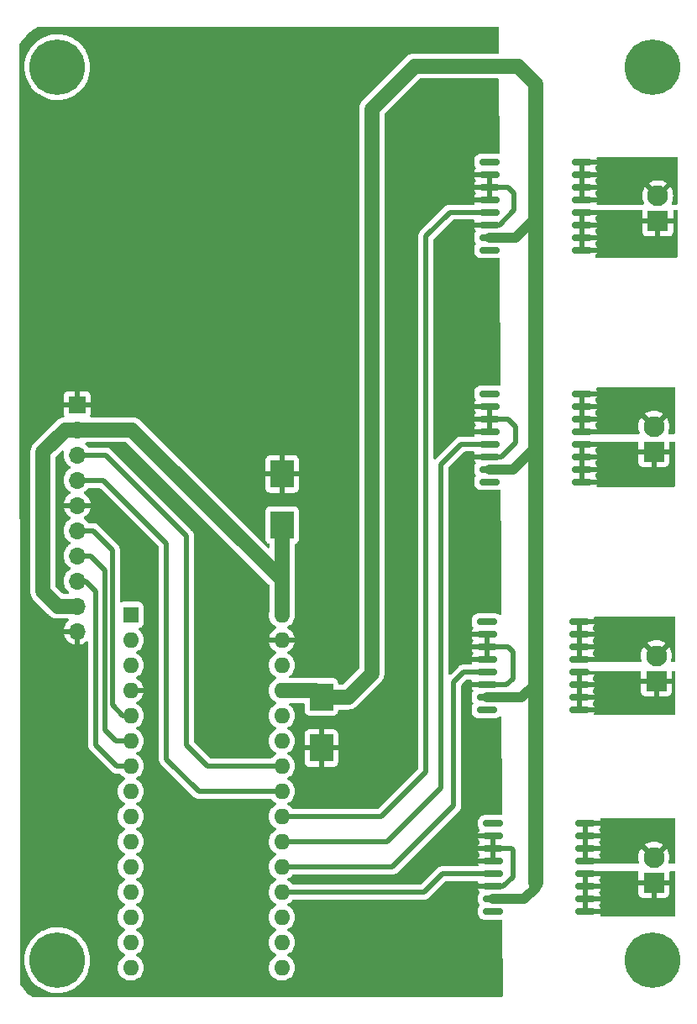
<source format=gbr>
%TF.GenerationSoftware,KiCad,Pcbnew,(6.0.4)*%
%TF.CreationDate,2023-07-24T12:57:32-04:00*%
%TF.ProjectId,BREAD_Slice,42524541-445f-4536-9c69-63652e6b6963,rev?*%
%TF.SameCoordinates,Original*%
%TF.FileFunction,Copper,L2,Bot*%
%TF.FilePolarity,Positive*%
%FSLAX46Y46*%
G04 Gerber Fmt 4.6, Leading zero omitted, Abs format (unit mm)*
G04 Created by KiCad (PCBNEW (6.0.4)) date 2023-07-24 12:57:32*
%MOMM*%
%LPD*%
G01*
G04 APERTURE LIST*
G04 Aperture macros list*
%AMRoundRect*
0 Rectangle with rounded corners*
0 $1 Rounding radius*
0 $2 $3 $4 $5 $6 $7 $8 $9 X,Y pos of 4 corners*
0 Add a 4 corners polygon primitive as box body*
4,1,4,$2,$3,$4,$5,$6,$7,$8,$9,$2,$3,0*
0 Add four circle primitives for the rounded corners*
1,1,$1+$1,$2,$3*
1,1,$1+$1,$4,$5*
1,1,$1+$1,$6,$7*
1,1,$1+$1,$8,$9*
0 Add four rect primitives between the rounded corners*
20,1,$1+$1,$2,$3,$4,$5,0*
20,1,$1+$1,$4,$5,$6,$7,0*
20,1,$1+$1,$6,$7,$8,$9,0*
20,1,$1+$1,$8,$9,$2,$3,0*%
G04 Aperture macros list end*
%TA.AperFunction,ComponentPad*%
%ADD10C,5.600000*%
%TD*%
%TA.AperFunction,ComponentPad*%
%ADD11R,1.600000X1.600000*%
%TD*%
%TA.AperFunction,ComponentPad*%
%ADD12O,1.600000X1.600000*%
%TD*%
%TA.AperFunction,ComponentPad*%
%ADD13R,1.700000X1.700000*%
%TD*%
%TA.AperFunction,ComponentPad*%
%ADD14O,1.700000X1.700000*%
%TD*%
%TA.AperFunction,ComponentPad*%
%ADD15R,2.100000X2.100000*%
%TD*%
%TA.AperFunction,ComponentPad*%
%ADD16C,2.100000*%
%TD*%
%TA.AperFunction,SMDPad,CuDef*%
%ADD17R,2.350000X2.770000*%
%TD*%
%TA.AperFunction,SMDPad,CuDef*%
%ADD18RoundRect,0.150000X0.875000X0.150000X-0.875000X0.150000X-0.875000X-0.150000X0.875000X-0.150000X0*%
%TD*%
%TA.AperFunction,Conductor*%
%ADD19C,0.500000*%
%TD*%
%TA.AperFunction,Conductor*%
%ADD20C,1.500000*%
%TD*%
%TA.AperFunction,Conductor*%
%ADD21C,1.000000*%
%TD*%
G04 APERTURE END LIST*
D10*
%TO.P,H1,1*%
%TO.N,N/C*%
X127600000Y-44800000D03*
%TD*%
%TO.P,H2,1*%
%TO.N,N/C*%
X187600000Y-44800000D03*
%TD*%
%TO.P,H3,1*%
%TO.N,N/C*%
X127600000Y-134800000D03*
%TD*%
%TO.P,H4,1*%
%TO.N,N/C*%
X187600000Y-134800000D03*
%TD*%
D11*
%TO.P,A1,1*%
%TO.N,Net-(A1-Pad1)*%
X135000000Y-100000000D03*
D12*
%TO.P,A1,2*%
%TO.N,Net-(A1-Pad2)*%
X135000000Y-102540000D03*
%TO.P,A1,3*%
%TO.N,Net-(A1-Pad3)*%
X135000000Y-105080000D03*
%TO.P,A1,4*%
%TO.N,GND*%
X135000000Y-107620000D03*
%TO.P,A1,5*%
%TO.N,/E_STOP*%
X135000000Y-110160000D03*
%TO.P,A1,6*%
%TO.N,/INT*%
X135000000Y-112700000D03*
%TO.P,A1,7*%
%TO.N,/SYNC*%
X135000000Y-115240000D03*
%TO.P,A1,8*%
%TO.N,Net-(A1-Pad8)*%
X135000000Y-117780000D03*
%TO.P,A1,9*%
%TO.N,Net-(A1-Pad9)*%
X135000000Y-120320000D03*
%TO.P,A1,10*%
%TO.N,Net-(A1-Pad10)*%
X135000000Y-122860000D03*
%TO.P,A1,11*%
%TO.N,Net-(A1-Pad11)*%
X135000000Y-125400000D03*
%TO.P,A1,12*%
%TO.N,Net-(A1-Pad12)*%
X135000000Y-127940000D03*
%TO.P,A1,13*%
%TO.N,Net-(A1-Pad13)*%
X135000000Y-130480000D03*
%TO.P,A1,14*%
%TO.N,Net-(A1-Pad14)*%
X135000000Y-133020000D03*
%TO.P,A1,15*%
%TO.N,Net-(A1-Pad15)*%
X135000000Y-135560000D03*
%TO.P,A1,16*%
%TO.N,Net-(A1-Pad16)*%
X150240000Y-135560000D03*
%TO.P,A1,17*%
%TO.N,Net-(A1-Pad17)*%
X150240000Y-133020000D03*
%TO.P,A1,18*%
%TO.N,Net-(A1-Pad18)*%
X150240000Y-130480000D03*
%TO.P,A1,19*%
%TO.N,/CURR1*%
X150240000Y-127940000D03*
%TO.P,A1,20*%
%TO.N,/CURR2*%
X150240000Y-125400000D03*
%TO.P,A1,21*%
%TO.N,/CURR3*%
X150240000Y-122860000D03*
%TO.P,A1,22*%
%TO.N,/CURR4*%
X150240000Y-120320000D03*
%TO.P,A1,23*%
%TO.N,/I2C_DAT*%
X150240000Y-117780000D03*
%TO.P,A1,24*%
%TO.N,/I2C_CLK*%
X150240000Y-115240000D03*
%TO.P,A1,25*%
%TO.N,Net-(A1-Pad25)*%
X150240000Y-112700000D03*
%TO.P,A1,26*%
%TO.N,Net-(A1-Pad26)*%
X150240000Y-110160000D03*
%TO.P,A1,27*%
%TO.N,+5V*%
X150240000Y-107620000D03*
%TO.P,A1,28*%
%TO.N,Net-(A1-Pad28)*%
X150240000Y-105080000D03*
%TO.P,A1,29*%
%TO.N,GND*%
X150240000Y-102540000D03*
%TO.P,A1,30*%
%TO.N,+12V*%
X150240000Y-100000000D03*
%TD*%
D13*
%TO.P,J1,1*%
%TO.N,GND*%
X129600000Y-78800000D03*
D14*
%TO.P,J1,2*%
%TO.N,+12V*%
X129600000Y-81340000D03*
%TO.P,J1,3*%
%TO.N,/I2C_CLK*%
X129600000Y-83880000D03*
%TO.P,J1,4*%
%TO.N,/I2C_DAT*%
X129600000Y-86420000D03*
%TO.P,J1,5*%
%TO.N,GND*%
X129600000Y-88960000D03*
%TO.P,J1,6*%
%TO.N,/E_STOP*%
X129600000Y-91500000D03*
%TO.P,J1,7*%
%TO.N,/INT*%
X129600000Y-94040000D03*
%TO.P,J1,8*%
%TO.N,/SYNC*%
X129600000Y-96580000D03*
%TO.P,J1,9*%
%TO.N,+12V*%
X129600000Y-99120000D03*
%TO.P,J1,10*%
%TO.N,GND*%
X129600000Y-101660000D03*
%TD*%
D15*
%TO.P,J2,1*%
%TO.N,Net-(J2-Pad1)*%
X187751000Y-126973000D03*
D16*
%TO.P,J2,2*%
%TO.N,Net-(J2-Pad2)*%
X187751000Y-124433000D03*
%TD*%
D15*
%TO.P,J3,1*%
%TO.N,Net-(J3-Pad1)*%
X187751000Y-83539000D03*
D16*
%TO.P,J3,2*%
%TO.N,Net-(J3-Pad2)*%
X187751000Y-80999000D03*
%TD*%
D15*
%TO.P,J4,1*%
%TO.N,Net-(J4-Pad1)*%
X188005000Y-106653000D03*
D16*
%TO.P,J4,2*%
%TO.N,Net-(J4-Pad2)*%
X188005000Y-104113000D03*
%TD*%
D15*
%TO.P,J5,1*%
%TO.N,Net-(J5-Pad1)*%
X188132000Y-60298000D03*
D16*
%TO.P,J5,2*%
%TO.N,Net-(J5-Pad2)*%
X188132000Y-57758000D03*
%TD*%
D17*
%TO.P,C2,1*%
%TO.N,+5V*%
X154223000Y-108274000D03*
%TO.P,C2,2*%
%TO.N,GND*%
X154223000Y-113414000D03*
%TD*%
%TO.P,C1,1*%
%TO.N,+12V*%
X150286000Y-90935000D03*
%TO.P,C1,2*%
%TO.N,GND*%
X150286000Y-85795000D03*
%TD*%
D18*
%TO.P,U1,1*%
%TO.N,Net-(J2-Pad2)*%
X180844000Y-121004000D03*
%TO.P,U1,2*%
X180844000Y-122274000D03*
%TO.P,U1,3*%
X180844000Y-123544000D03*
%TO.P,U1,4*%
X180844000Y-124814000D03*
%TO.P,U1,5*%
%TO.N,Net-(J2-Pad1)*%
X180844000Y-126084000D03*
%TO.P,U1,6*%
X180844000Y-127354000D03*
%TO.P,U1,7*%
X180844000Y-128624000D03*
%TO.P,U1,8*%
X180844000Y-129894000D03*
%TO.P,U1,9*%
%TO.N,Net-(U1-Pad9)*%
X171544000Y-129894000D03*
%TO.P,U1,10*%
%TO.N,+5V*%
X171544000Y-128624000D03*
%TO.P,U1,11*%
%TO.N,GND*%
X171544000Y-127354000D03*
%TO.P,U1,12*%
%TO.N,/CURR1*%
X171544000Y-126084000D03*
%TO.P,U1,13*%
%TO.N,GND*%
X171544000Y-124814000D03*
%TO.P,U1,14*%
X171544000Y-123544000D03*
%TO.P,U1,15*%
X171544000Y-122274000D03*
%TO.P,U1,16*%
%TO.N,Net-(U1-Pad16)*%
X171544000Y-121004000D03*
%TD*%
%TO.P,U2,1*%
%TO.N,Net-(J3-Pad2)*%
X180463000Y-77697000D03*
%TO.P,U2,2*%
X180463000Y-78967000D03*
%TO.P,U2,3*%
X180463000Y-80237000D03*
%TO.P,U2,4*%
X180463000Y-81507000D03*
%TO.P,U2,5*%
%TO.N,Net-(J3-Pad1)*%
X180463000Y-82777000D03*
%TO.P,U2,6*%
X180463000Y-84047000D03*
%TO.P,U2,7*%
X180463000Y-85317000D03*
%TO.P,U2,8*%
X180463000Y-86587000D03*
%TO.P,U2,9*%
%TO.N,Net-(U2-Pad9)*%
X171163000Y-86587000D03*
%TO.P,U2,10*%
%TO.N,+5V*%
X171163000Y-85317000D03*
%TO.P,U2,11*%
%TO.N,GND*%
X171163000Y-84047000D03*
%TO.P,U2,12*%
%TO.N,/CURR3*%
X171163000Y-82777000D03*
%TO.P,U2,13*%
%TO.N,GND*%
X171163000Y-81507000D03*
%TO.P,U2,14*%
X171163000Y-80237000D03*
%TO.P,U2,15*%
X171163000Y-78967000D03*
%TO.P,U2,16*%
%TO.N,Net-(U2-Pad16)*%
X171163000Y-77697000D03*
%TD*%
%TO.P,U3,1*%
%TO.N,Net-(J4-Pad2)*%
X180209000Y-100684000D03*
%TO.P,U3,2*%
X180209000Y-101954000D03*
%TO.P,U3,3*%
X180209000Y-103224000D03*
%TO.P,U3,4*%
X180209000Y-104494000D03*
%TO.P,U3,5*%
%TO.N,Net-(J4-Pad1)*%
X180209000Y-105764000D03*
%TO.P,U3,6*%
X180209000Y-107034000D03*
%TO.P,U3,7*%
X180209000Y-108304000D03*
%TO.P,U3,8*%
X180209000Y-109574000D03*
%TO.P,U3,9*%
%TO.N,Net-(U3-Pad9)*%
X170909000Y-109574000D03*
%TO.P,U3,10*%
%TO.N,+5V*%
X170909000Y-108304000D03*
%TO.P,U3,11*%
%TO.N,GND*%
X170909000Y-107034000D03*
%TO.P,U3,12*%
%TO.N,/CURR2*%
X170909000Y-105764000D03*
%TO.P,U3,13*%
%TO.N,GND*%
X170909000Y-104494000D03*
%TO.P,U3,14*%
X170909000Y-103224000D03*
%TO.P,U3,15*%
X170909000Y-101954000D03*
%TO.P,U3,16*%
%TO.N,Net-(U3-Pad16)*%
X170909000Y-100684000D03*
%TD*%
%TO.P,U4,1*%
%TO.N,Net-(J5-Pad2)*%
X180463000Y-54329000D03*
%TO.P,U4,2*%
X180463000Y-55599000D03*
%TO.P,U4,3*%
X180463000Y-56869000D03*
%TO.P,U4,4*%
X180463000Y-58139000D03*
%TO.P,U4,5*%
%TO.N,Net-(J5-Pad1)*%
X180463000Y-59409000D03*
%TO.P,U4,6*%
X180463000Y-60679000D03*
%TO.P,U4,7*%
X180463000Y-61949000D03*
%TO.P,U4,8*%
X180463000Y-63219000D03*
%TO.P,U4,9*%
%TO.N,Net-(U4-Pad9)*%
X171163000Y-63219000D03*
%TO.P,U4,10*%
%TO.N,+5V*%
X171163000Y-61949000D03*
%TO.P,U4,11*%
%TO.N,GND*%
X171163000Y-60679000D03*
%TO.P,U4,12*%
%TO.N,/CURR4*%
X171163000Y-59409000D03*
%TO.P,U4,13*%
%TO.N,GND*%
X171163000Y-58139000D03*
%TO.P,U4,14*%
X171163000Y-56869000D03*
%TO.P,U4,15*%
X171163000Y-55599000D03*
%TO.P,U4,16*%
%TO.N,Net-(U4-Pad16)*%
X171163000Y-54329000D03*
%TD*%
D19*
%TO.N,GND*%
X171163000Y-60679000D02*
X172188000Y-60679000D01*
X172892000Y-107034000D02*
X173527000Y-106399000D01*
X173654000Y-59213000D02*
X173654000Y-57504000D01*
X173781000Y-80999000D02*
X173019000Y-80237000D01*
X173019000Y-56869000D02*
X171163000Y-56869000D01*
X173527000Y-123671000D02*
X173400000Y-123544000D01*
X173019000Y-103224000D02*
X170909000Y-103224000D01*
X171544000Y-127354000D02*
X172569000Y-127354000D01*
X173527000Y-103732000D02*
X173019000Y-103224000D01*
X173400000Y-123544000D02*
X171544000Y-123544000D01*
X173019000Y-80237000D02*
X171163000Y-80237000D01*
X172188000Y-60679000D02*
X173654000Y-59213000D01*
X173781000Y-82650000D02*
X173781000Y-80999000D01*
X173654000Y-57504000D02*
X173019000Y-56869000D01*
X171163000Y-84047000D02*
X172384000Y-84047000D01*
X173527000Y-106399000D02*
X173527000Y-103732000D01*
X170909000Y-107034000D02*
X172892000Y-107034000D01*
X173527000Y-126396000D02*
X173527000Y-123671000D01*
X172384000Y-84047000D02*
X173781000Y-82650000D01*
X172569000Y-127354000D02*
X173527000Y-126396000D01*
D20*
%TO.N,+5V*%
X153569000Y-107620000D02*
X154223000Y-108274000D01*
D21*
X174416000Y-108304000D02*
X175813000Y-106907000D01*
D20*
X174035000Y-44677000D02*
X175813000Y-46455000D01*
D21*
X170909000Y-108304000D02*
X174416000Y-108304000D01*
D20*
X175813000Y-83031000D02*
X175813000Y-106907000D01*
X154223000Y-108274000D02*
X156920000Y-108274000D01*
D21*
X175813000Y-127481000D02*
X174670000Y-128624000D01*
D20*
X175813000Y-59917000D02*
X175813000Y-83031000D01*
X159303000Y-48995000D02*
X163621000Y-44677000D01*
D21*
X175813000Y-126973000D02*
X175813000Y-127481000D01*
X173527000Y-85317000D02*
X175813000Y-83031000D01*
X171163000Y-85317000D02*
X173527000Y-85317000D01*
D20*
X163621000Y-44677000D02*
X174035000Y-44677000D01*
D21*
X174670000Y-128624000D02*
X171544000Y-128624000D01*
X173781000Y-61949000D02*
X175813000Y-59917000D01*
D20*
X175813000Y-46455000D02*
X175813000Y-59917000D01*
X150240000Y-107620000D02*
X153569000Y-107620000D01*
D21*
X171163000Y-61949000D02*
X173781000Y-61949000D01*
D20*
X156920000Y-108274000D02*
X159303000Y-105891000D01*
X159303000Y-105891000D02*
X159303000Y-48995000D01*
X175813000Y-106907000D02*
X175813000Y-126973000D01*
D19*
%TO.N,/I2C_CLK*%
X140634000Y-92048000D02*
X140634000Y-113130000D01*
X142744000Y-115240000D02*
X150240000Y-115240000D01*
X132466000Y-83880000D02*
X140634000Y-92048000D01*
X140634000Y-113130000D02*
X142744000Y-115240000D01*
X129600000Y-83880000D02*
X132466000Y-83880000D01*
%TO.N,/I2C_DAT*%
X141855000Y-117780000D02*
X150240000Y-117780000D01*
X129600000Y-86420000D02*
X132212000Y-86420000D01*
X132212000Y-86420000D02*
X138602000Y-92810000D01*
X138602000Y-114527000D02*
X141855000Y-117780000D01*
X138602000Y-92810000D02*
X138602000Y-114527000D01*
%TO.N,/SYNC*%
X130434000Y-96580000D02*
X129600000Y-96580000D01*
X133600000Y-115240000D02*
X131490000Y-113130000D01*
X131490000Y-113130000D02*
X131490000Y-97636000D01*
X131490000Y-97636000D02*
X130434000Y-96580000D01*
X135000000Y-115240000D02*
X133600000Y-115240000D01*
%TO.N,/E_STOP*%
X133141000Y-93445000D02*
X131196000Y-91500000D01*
X133141000Y-109095000D02*
X133141000Y-93445000D01*
X135000000Y-110160000D02*
X134206000Y-110160000D01*
X131196000Y-91500000D02*
X129600000Y-91500000D01*
X134206000Y-110160000D02*
X133141000Y-109095000D01*
D20*
%TO.N,+12V*%
X126156000Y-97636000D02*
X126156000Y-83581919D01*
X129600000Y-81340000D02*
X135133000Y-81340000D01*
X150286000Y-96401000D02*
X150240000Y-96447000D01*
X128397919Y-81340000D02*
X129600000Y-81340000D01*
X150286000Y-90935000D02*
X150286000Y-96401000D01*
X135133000Y-81340000D02*
X150240000Y-96447000D01*
X129600000Y-99120000D02*
X127640000Y-99120000D01*
X126156000Y-83581919D02*
X128397919Y-81340000D01*
X150240000Y-96447000D02*
X150240000Y-100000000D01*
X127640000Y-99120000D02*
X126156000Y-97636000D01*
D19*
%TO.N,/INT*%
X132379000Y-111606000D02*
X132379000Y-95477000D01*
X133473000Y-112700000D02*
X132379000Y-111606000D01*
X130942000Y-94040000D02*
X129600000Y-94040000D01*
X135000000Y-112700000D02*
X133473000Y-112700000D01*
X132379000Y-95477000D02*
X130942000Y-94040000D01*
%TO.N,/CURR1*%
X150240000Y-127940000D02*
X164559000Y-127940000D01*
X164559000Y-127940000D02*
X166415000Y-126084000D01*
X166415000Y-126084000D02*
X171544000Y-126084000D01*
%TO.N,/CURR2*%
X150240000Y-125400000D02*
X161384000Y-125400000D01*
X168574000Y-105764000D02*
X170909000Y-105764000D01*
X167558000Y-119226000D02*
X167558000Y-106780000D01*
X161384000Y-125400000D02*
X167558000Y-119226000D01*
X167558000Y-106780000D02*
X168574000Y-105764000D01*
%TO.N,/CURR3*%
X160876000Y-122860000D02*
X166288000Y-117448000D01*
X166288000Y-84809000D02*
X168320000Y-82777000D01*
X150240000Y-122860000D02*
X160876000Y-122860000D01*
X166288000Y-117448000D02*
X166288000Y-84809000D01*
X168320000Y-82777000D02*
X171163000Y-82777000D01*
%TO.N,/CURR4*%
X164764000Y-61822000D02*
X167177000Y-59409000D01*
X164764000Y-115797000D02*
X164764000Y-61822000D01*
X150240000Y-120320000D02*
X160241000Y-120320000D01*
X160241000Y-120320000D02*
X164764000Y-115797000D01*
X167177000Y-59409000D02*
X171163000Y-59409000D01*
%TD*%
%TA.AperFunction,Conductor*%
%TO.N,GND*%
G36*
X172072611Y-40760002D02*
G01*
X172119104Y-40813658D01*
X172130489Y-40865509D01*
X172139159Y-43090669D01*
X172139943Y-43292009D01*
X172120207Y-43360207D01*
X172066732Y-43406909D01*
X172013944Y-43418500D01*
X163712395Y-43418500D01*
X163695948Y-43417422D01*
X163679483Y-43415254D01*
X163679479Y-43415254D01*
X163673913Y-43414521D01*
X163592512Y-43418360D01*
X163586576Y-43418500D01*
X163564001Y-43418500D01*
X163544981Y-43420197D01*
X163538011Y-43420819D01*
X163532749Y-43421178D01*
X163519838Y-43421787D01*
X163449512Y-43425104D01*
X163444053Y-43426354D01*
X163444048Y-43426355D01*
X163432030Y-43429108D01*
X163415101Y-43431789D01*
X163397238Y-43433383D01*
X163391822Y-43434865D01*
X163391820Y-43434865D01*
X163316867Y-43455370D01*
X163311749Y-43456656D01*
X163236000Y-43474005D01*
X163235998Y-43474006D01*
X163230530Y-43475258D01*
X163220030Y-43479737D01*
X163214033Y-43482294D01*
X163197858Y-43487927D01*
X163185961Y-43491182D01*
X163185957Y-43491183D01*
X163180549Y-43492663D01*
X163175483Y-43495079D01*
X163175484Y-43495079D01*
X163105333Y-43528539D01*
X163100524Y-43530710D01*
X163023891Y-43563397D01*
X163008890Y-43573251D01*
X162993975Y-43581654D01*
X162977782Y-43589378D01*
X162973231Y-43592648D01*
X162973228Y-43592650D01*
X162940004Y-43616524D01*
X162910794Y-43637514D01*
X162910119Y-43637999D01*
X162905768Y-43640989D01*
X162839992Y-43684195D01*
X162839987Y-43684199D01*
X162836126Y-43686735D01*
X162832676Y-43689809D01*
X162815342Y-43705252D01*
X162805058Y-43713491D01*
X162799905Y-43717194D01*
X162799898Y-43717200D01*
X162795346Y-43720471D01*
X162770155Y-43746466D01*
X162720968Y-43797223D01*
X162719579Y-43798633D01*
X158477737Y-48040475D01*
X158465347Y-48051342D01*
X158447708Y-48064877D01*
X158393188Y-48124794D01*
X158392842Y-48125174D01*
X158388743Y-48129469D01*
X158372802Y-48145410D01*
X158371007Y-48147557D01*
X158371005Y-48147559D01*
X158356068Y-48165423D01*
X158352600Y-48169398D01*
X158300288Y-48226888D01*
X158300281Y-48226897D01*
X158296515Y-48231036D01*
X158293538Y-48235782D01*
X158293537Y-48235783D01*
X158286987Y-48246225D01*
X158276911Y-48260093D01*
X158269004Y-48269549D01*
X158268997Y-48269559D01*
X158265406Y-48273854D01*
X158224118Y-48346240D01*
X158221413Y-48350759D01*
X158177136Y-48421344D01*
X158175043Y-48426549D01*
X158175042Y-48426552D01*
X158170448Y-48437979D01*
X158162988Y-48453411D01*
X158156880Y-48464119D01*
X158156876Y-48464128D01*
X158154101Y-48468993D01*
X158152232Y-48474270D01*
X158152230Y-48474275D01*
X158126285Y-48547542D01*
X158124420Y-48552478D01*
X158093344Y-48629783D01*
X158092208Y-48635270D01*
X158092207Y-48635272D01*
X158089706Y-48647349D01*
X158085101Y-48663844D01*
X158079111Y-48680759D01*
X158078204Y-48686298D01*
X158065643Y-48763001D01*
X158064683Y-48768180D01*
X158047787Y-48849767D01*
X158047521Y-48854379D01*
X158047521Y-48854380D01*
X158046185Y-48877548D01*
X158044738Y-48890653D01*
X158043714Y-48896910D01*
X158042806Y-48902457D01*
X158042894Y-48908070D01*
X158042894Y-48908072D01*
X158044484Y-49009264D01*
X158044500Y-49011243D01*
X158044500Y-105317523D01*
X158024498Y-105385644D01*
X158007595Y-105406618D01*
X156435617Y-106978595D01*
X156373305Y-107012621D01*
X156346522Y-107015500D01*
X156032500Y-107015500D01*
X155964379Y-106995498D01*
X155917886Y-106941842D01*
X155906500Y-106889500D01*
X155906500Y-106840866D01*
X155899745Y-106778684D01*
X155848615Y-106642295D01*
X155761261Y-106525739D01*
X155644705Y-106438385D01*
X155508316Y-106387255D01*
X155446134Y-106380500D01*
X153803017Y-106380500D01*
X153777465Y-106377882D01*
X153718754Y-106365723D01*
X153718750Y-106365723D01*
X153714233Y-106364787D01*
X153709624Y-106364521D01*
X153709622Y-106364521D01*
X153686452Y-106363185D01*
X153673347Y-106361738D01*
X153667090Y-106360714D01*
X153667086Y-106360714D01*
X153661543Y-106359806D01*
X153655930Y-106359894D01*
X153655928Y-106359894D01*
X153554736Y-106361484D01*
X153552757Y-106361500D01*
X151090749Y-106361500D01*
X151022628Y-106341498D01*
X150976135Y-106287842D01*
X150966031Y-106217568D01*
X150995525Y-106152988D01*
X151018478Y-106132287D01*
X151079789Y-106089357D01*
X151079792Y-106089355D01*
X151084300Y-106086198D01*
X151246198Y-105924300D01*
X151280889Y-105874757D01*
X151374366Y-105741257D01*
X151377523Y-105736749D01*
X151379846Y-105731767D01*
X151379849Y-105731762D01*
X151471961Y-105534225D01*
X151471961Y-105534224D01*
X151474284Y-105529243D01*
X151522206Y-105350399D01*
X151532119Y-105313402D01*
X151532119Y-105313400D01*
X151533543Y-105308087D01*
X151553498Y-105080000D01*
X151533543Y-104851913D01*
X151532119Y-104846598D01*
X151475707Y-104636067D01*
X151475706Y-104636065D01*
X151474284Y-104630757D01*
X151470201Y-104622000D01*
X151379849Y-104428238D01*
X151379846Y-104428233D01*
X151377523Y-104423251D01*
X151246198Y-104235700D01*
X151084300Y-104073802D01*
X151079792Y-104070645D01*
X151079789Y-104070643D01*
X151001611Y-104015902D01*
X150896749Y-103942477D01*
X150891767Y-103940154D01*
X150891762Y-103940151D01*
X150856951Y-103923919D01*
X150803666Y-103877002D01*
X150784205Y-103808725D01*
X150804747Y-103740765D01*
X150856951Y-103695529D01*
X150891511Y-103679414D01*
X150901007Y-103673931D01*
X151079467Y-103548972D01*
X151087875Y-103541916D01*
X151241916Y-103387875D01*
X151248972Y-103379467D01*
X151373931Y-103201007D01*
X151379414Y-103191511D01*
X151471490Y-102994053D01*
X151475236Y-102983761D01*
X151521394Y-102811497D01*
X151521058Y-102797401D01*
X151513116Y-102794000D01*
X148972033Y-102794000D01*
X148958502Y-102797973D01*
X148957273Y-102806522D01*
X149004764Y-102983761D01*
X149008510Y-102994053D01*
X149100586Y-103191511D01*
X149106069Y-103201007D01*
X149231028Y-103379467D01*
X149238084Y-103387875D01*
X149392125Y-103541916D01*
X149400533Y-103548972D01*
X149578993Y-103673931D01*
X149588489Y-103679414D01*
X149623049Y-103695529D01*
X149676334Y-103742446D01*
X149695795Y-103810723D01*
X149675253Y-103878683D01*
X149623049Y-103923919D01*
X149588238Y-103940151D01*
X149588233Y-103940154D01*
X149583251Y-103942477D01*
X149478389Y-104015902D01*
X149400211Y-104070643D01*
X149400208Y-104070645D01*
X149395700Y-104073802D01*
X149233802Y-104235700D01*
X149102477Y-104423251D01*
X149100154Y-104428233D01*
X149100151Y-104428238D01*
X149009799Y-104622000D01*
X149005716Y-104630757D01*
X149004294Y-104636065D01*
X149004293Y-104636067D01*
X148947881Y-104846598D01*
X148946457Y-104851913D01*
X148926502Y-105080000D01*
X148946457Y-105308087D01*
X148947881Y-105313400D01*
X148947881Y-105313402D01*
X148957795Y-105350399D01*
X149005716Y-105529243D01*
X149008039Y-105534224D01*
X149008039Y-105534225D01*
X149100151Y-105731762D01*
X149100154Y-105731767D01*
X149102477Y-105736749D01*
X149105634Y-105741257D01*
X149199112Y-105874757D01*
X149233802Y-105924300D01*
X149395700Y-106086198D01*
X149400208Y-106089355D01*
X149400211Y-106089357D01*
X149448257Y-106122999D01*
X149583251Y-106217523D01*
X149588233Y-106219846D01*
X149588238Y-106219849D01*
X149622457Y-106235805D01*
X149675742Y-106282722D01*
X149695203Y-106350999D01*
X149674661Y-106418959D01*
X149622457Y-106464195D01*
X149588238Y-106480151D01*
X149588233Y-106480154D01*
X149583251Y-106482477D01*
X149521981Y-106525379D01*
X149400211Y-106610643D01*
X149400208Y-106610645D01*
X149395700Y-106613802D01*
X149233802Y-106775700D01*
X149230645Y-106780208D01*
X149230643Y-106780211D01*
X149184908Y-106845528D01*
X149102477Y-106963251D01*
X149100154Y-106968233D01*
X149100151Y-106968238D01*
X149017087Y-107146371D01*
X149005716Y-107170757D01*
X149004294Y-107176065D01*
X149004293Y-107176067D01*
X148947881Y-107386598D01*
X148946457Y-107391913D01*
X148926502Y-107620000D01*
X148946457Y-107848087D01*
X148947881Y-107853400D01*
X148947881Y-107853402D01*
X149002323Y-108056579D01*
X149005716Y-108069243D01*
X149008039Y-108074224D01*
X149008039Y-108074225D01*
X149100151Y-108271762D01*
X149100154Y-108271767D01*
X149102477Y-108276749D01*
X149233802Y-108464300D01*
X149395700Y-108626198D01*
X149400208Y-108629355D01*
X149400211Y-108629357D01*
X149463227Y-108673481D01*
X149583251Y-108757523D01*
X149588233Y-108759846D01*
X149588238Y-108759849D01*
X149622457Y-108775805D01*
X149675742Y-108822722D01*
X149695203Y-108890999D01*
X149674661Y-108958959D01*
X149622457Y-109004195D01*
X149588238Y-109020151D01*
X149588233Y-109020154D01*
X149583251Y-109022477D01*
X149478389Y-109095902D01*
X149400211Y-109150643D01*
X149400208Y-109150645D01*
X149395700Y-109153802D01*
X149233802Y-109315700D01*
X149230645Y-109320208D01*
X149230643Y-109320211D01*
X149203938Y-109358350D01*
X149102477Y-109503251D01*
X149100154Y-109508233D01*
X149100151Y-109508238D01*
X149008999Y-109703717D01*
X149005716Y-109710757D01*
X148946457Y-109931913D01*
X148926502Y-110160000D01*
X148946457Y-110388087D01*
X149005716Y-110609243D01*
X149008039Y-110614224D01*
X149008039Y-110614225D01*
X149100151Y-110811762D01*
X149100154Y-110811767D01*
X149102477Y-110816749D01*
X149233802Y-111004300D01*
X149395700Y-111166198D01*
X149400208Y-111169355D01*
X149400211Y-111169357D01*
X149478389Y-111224098D01*
X149583251Y-111297523D01*
X149588233Y-111299846D01*
X149588238Y-111299849D01*
X149622457Y-111315805D01*
X149675742Y-111362722D01*
X149695203Y-111430999D01*
X149674661Y-111498959D01*
X149622457Y-111544195D01*
X149588238Y-111560151D01*
X149588233Y-111560154D01*
X149583251Y-111562477D01*
X149478389Y-111635902D01*
X149400211Y-111690643D01*
X149400208Y-111690645D01*
X149395700Y-111693802D01*
X149233802Y-111855700D01*
X149230645Y-111860208D01*
X149230643Y-111860211D01*
X149184123Y-111926649D01*
X149102477Y-112043251D01*
X149100154Y-112048233D01*
X149100151Y-112048238D01*
X149008039Y-112245775D01*
X149005716Y-112250757D01*
X148946457Y-112471913D01*
X148926502Y-112700000D01*
X148946457Y-112928087D01*
X148947881Y-112933400D01*
X148947881Y-112933402D01*
X148993419Y-113103349D01*
X149005716Y-113149243D01*
X149008039Y-113154224D01*
X149008039Y-113154225D01*
X149100151Y-113351762D01*
X149100154Y-113351767D01*
X149102477Y-113356749D01*
X149233802Y-113544300D01*
X149395700Y-113706198D01*
X149400208Y-113709355D01*
X149400211Y-113709357D01*
X149478389Y-113764098D01*
X149583251Y-113837523D01*
X149588233Y-113839846D01*
X149588238Y-113839849D01*
X149622457Y-113855805D01*
X149675742Y-113902722D01*
X149695203Y-113970999D01*
X149674661Y-114038959D01*
X149622457Y-114084195D01*
X149588238Y-114100151D01*
X149588233Y-114100154D01*
X149583251Y-114102477D01*
X149500202Y-114160629D01*
X149400211Y-114230643D01*
X149400208Y-114230645D01*
X149395700Y-114233802D01*
X149233802Y-114395700D01*
X149211345Y-114427771D01*
X149155890Y-114472099D01*
X149108133Y-114481500D01*
X143110371Y-114481500D01*
X143042250Y-114461498D01*
X143021276Y-114444595D01*
X141429405Y-112852724D01*
X141395379Y-112790412D01*
X141392500Y-112763629D01*
X141392500Y-92115063D01*
X141393933Y-92096114D01*
X141396097Y-92081886D01*
X141397198Y-92074651D01*
X141392915Y-92021990D01*
X141392500Y-92011777D01*
X141392500Y-92003707D01*
X141392078Y-92000087D01*
X141392077Y-92000069D01*
X141389208Y-91975461D01*
X141388775Y-91971086D01*
X141383454Y-91905661D01*
X141383453Y-91905658D01*
X141382860Y-91898363D01*
X141380604Y-91891399D01*
X141379413Y-91885440D01*
X141378029Y-91879585D01*
X141377182Y-91872319D01*
X141352265Y-91803673D01*
X141350848Y-91799545D01*
X141330607Y-91737064D01*
X141330606Y-91737062D01*
X141328351Y-91730101D01*
X141324555Y-91723846D01*
X141322049Y-91718372D01*
X141319330Y-91712942D01*
X141316833Y-91706063D01*
X141276809Y-91645016D01*
X141274472Y-91641312D01*
X141239509Y-91583693D01*
X141239505Y-91583688D01*
X141236595Y-91578892D01*
X141229197Y-91570516D01*
X141229223Y-91570493D01*
X141226574Y-91567503D01*
X141223866Y-91564264D01*
X141219856Y-91558148D01*
X141214549Y-91553121D01*
X141214546Y-91553117D01*
X141163617Y-91504872D01*
X141161175Y-91502494D01*
X133049770Y-83391089D01*
X133037384Y-83376677D01*
X133028851Y-83365082D01*
X133028846Y-83365077D01*
X133024508Y-83359182D01*
X133018930Y-83354443D01*
X133018927Y-83354440D01*
X132984232Y-83324965D01*
X132976716Y-83318035D01*
X132971021Y-83312340D01*
X132964880Y-83307482D01*
X132948749Y-83294719D01*
X132945345Y-83291928D01*
X132895297Y-83249409D01*
X132895295Y-83249408D01*
X132889715Y-83244667D01*
X132883199Y-83241339D01*
X132878150Y-83237972D01*
X132873021Y-83234805D01*
X132867284Y-83230266D01*
X132801125Y-83199345D01*
X132797225Y-83197439D01*
X132732192Y-83164231D01*
X132725084Y-83162492D01*
X132719441Y-83160393D01*
X132713678Y-83158476D01*
X132707050Y-83155378D01*
X132635583Y-83140513D01*
X132631299Y-83139543D01*
X132560390Y-83122192D01*
X132554788Y-83121844D01*
X132554785Y-83121844D01*
X132549236Y-83121500D01*
X132549238Y-83121464D01*
X132545245Y-83121225D01*
X132541053Y-83120851D01*
X132533885Y-83119360D01*
X132467675Y-83121151D01*
X132456479Y-83121454D01*
X132453072Y-83121500D01*
X130795939Y-83121500D01*
X130727818Y-83101498D01*
X130690147Y-83063941D01*
X130682818Y-83052612D01*
X130680014Y-83048277D01*
X130529670Y-82883051D01*
X130525619Y-82879852D01*
X130525615Y-82879848D01*
X130454116Y-82823382D01*
X130413053Y-82765465D01*
X130409821Y-82694542D01*
X130445446Y-82633130D01*
X130508618Y-82600728D01*
X130532208Y-82598500D01*
X134559523Y-82598500D01*
X134627644Y-82618502D01*
X134648618Y-82635405D01*
X148944595Y-96931383D01*
X148978621Y-96993695D01*
X148981500Y-97020478D01*
X148981500Y-99624543D01*
X148977207Y-99657152D01*
X148946457Y-99771913D01*
X148926502Y-100000000D01*
X148946457Y-100228087D01*
X148947881Y-100233400D01*
X148947881Y-100233402D01*
X149002323Y-100436579D01*
X149005716Y-100449243D01*
X149008039Y-100454224D01*
X149008039Y-100454225D01*
X149100151Y-100651762D01*
X149100154Y-100651767D01*
X149102477Y-100656749D01*
X149233802Y-100844300D01*
X149395700Y-101006198D01*
X149400208Y-101009355D01*
X149400211Y-101009357D01*
X149441542Y-101038297D01*
X149583251Y-101137523D01*
X149588233Y-101139846D01*
X149588238Y-101139849D01*
X149623049Y-101156081D01*
X149676334Y-101202998D01*
X149695795Y-101271275D01*
X149675253Y-101339235D01*
X149623049Y-101384471D01*
X149588489Y-101400586D01*
X149578993Y-101406069D01*
X149400533Y-101531028D01*
X149392125Y-101538084D01*
X149238084Y-101692125D01*
X149231028Y-101700533D01*
X149106069Y-101878993D01*
X149100586Y-101888489D01*
X149008510Y-102085947D01*
X149004764Y-102096239D01*
X148958606Y-102268503D01*
X148958942Y-102282599D01*
X148966884Y-102286000D01*
X151507967Y-102286000D01*
X151521498Y-102282027D01*
X151522727Y-102273478D01*
X151475236Y-102096239D01*
X151471490Y-102085947D01*
X151379414Y-101888489D01*
X151373931Y-101878993D01*
X151248972Y-101700533D01*
X151241916Y-101692125D01*
X151087875Y-101538084D01*
X151079467Y-101531028D01*
X150901007Y-101406069D01*
X150891511Y-101400586D01*
X150856951Y-101384471D01*
X150803666Y-101337554D01*
X150784205Y-101269277D01*
X150804747Y-101201317D01*
X150856951Y-101156081D01*
X150891762Y-101139849D01*
X150891767Y-101139846D01*
X150896749Y-101137523D01*
X151038458Y-101038297D01*
X151079789Y-101009357D01*
X151079792Y-101009355D01*
X151084300Y-101006198D01*
X151246198Y-100844300D01*
X151377523Y-100656749D01*
X151379846Y-100651767D01*
X151379849Y-100651762D01*
X151471961Y-100454225D01*
X151471961Y-100454224D01*
X151474284Y-100449243D01*
X151477678Y-100436579D01*
X151532119Y-100233402D01*
X151532119Y-100233400D01*
X151533543Y-100228087D01*
X151553498Y-100000000D01*
X151533543Y-99771913D01*
X151502793Y-99657152D01*
X151498500Y-99624543D01*
X151498500Y-96769053D01*
X151505726Y-96726999D01*
X151509889Y-96715241D01*
X151523355Y-96633009D01*
X151524317Y-96627819D01*
X151540277Y-96550754D01*
X151540278Y-96550750D01*
X151541213Y-96546233D01*
X151542815Y-96518452D01*
X151544262Y-96505347D01*
X151545286Y-96499090D01*
X151545286Y-96499083D01*
X151546194Y-96493542D01*
X151546058Y-96484853D01*
X151544516Y-96386736D01*
X151544500Y-96384757D01*
X151544500Y-92919126D01*
X151564502Y-92851005D01*
X151618158Y-92804512D01*
X151626270Y-92801144D01*
X151699297Y-92773767D01*
X151707705Y-92770615D01*
X151824261Y-92683261D01*
X151911615Y-92566705D01*
X151962745Y-92430316D01*
X151969500Y-92368134D01*
X151969500Y-89501866D01*
X151962745Y-89439684D01*
X151911615Y-89303295D01*
X151824261Y-89186739D01*
X151707705Y-89099385D01*
X151571316Y-89048255D01*
X151509134Y-89041500D01*
X149062866Y-89041500D01*
X149000684Y-89048255D01*
X148864295Y-89099385D01*
X148747739Y-89186739D01*
X148660385Y-89303295D01*
X148609255Y-89439684D01*
X148602500Y-89501866D01*
X148602500Y-92368134D01*
X148609255Y-92430316D01*
X148660385Y-92566705D01*
X148747739Y-92683261D01*
X148864295Y-92770615D01*
X148872703Y-92773767D01*
X148945730Y-92801144D01*
X149002494Y-92843786D01*
X149027194Y-92910348D01*
X149027500Y-92919126D01*
X149027500Y-93150522D01*
X149007498Y-93218643D01*
X148953842Y-93265136D01*
X148883568Y-93275240D01*
X148818988Y-93245746D01*
X148812405Y-93239617D01*
X142797457Y-87224669D01*
X148603001Y-87224669D01*
X148603371Y-87231490D01*
X148608895Y-87282352D01*
X148612521Y-87297604D01*
X148657676Y-87418054D01*
X148666214Y-87433649D01*
X148742715Y-87535724D01*
X148755276Y-87548285D01*
X148857351Y-87624786D01*
X148872946Y-87633324D01*
X148993394Y-87678478D01*
X149008649Y-87682105D01*
X149059514Y-87687631D01*
X149066328Y-87688000D01*
X150013885Y-87688000D01*
X150029124Y-87683525D01*
X150030329Y-87682135D01*
X150032000Y-87674452D01*
X150032000Y-87669884D01*
X150540000Y-87669884D01*
X150544475Y-87685123D01*
X150545865Y-87686328D01*
X150553548Y-87687999D01*
X151505669Y-87687999D01*
X151512490Y-87687629D01*
X151563352Y-87682105D01*
X151578604Y-87678479D01*
X151699054Y-87633324D01*
X151714649Y-87624786D01*
X151816724Y-87548285D01*
X151829285Y-87535724D01*
X151905786Y-87433649D01*
X151914324Y-87418054D01*
X151959478Y-87297606D01*
X151963105Y-87282351D01*
X151968631Y-87231486D01*
X151969000Y-87224672D01*
X151969000Y-86067115D01*
X151964525Y-86051876D01*
X151963135Y-86050671D01*
X151955452Y-86049000D01*
X150558115Y-86049000D01*
X150542876Y-86053475D01*
X150541671Y-86054865D01*
X150540000Y-86062548D01*
X150540000Y-87669884D01*
X150032000Y-87669884D01*
X150032000Y-86067115D01*
X150027525Y-86051876D01*
X150026135Y-86050671D01*
X150018452Y-86049000D01*
X148621116Y-86049000D01*
X148605877Y-86053475D01*
X148604672Y-86054865D01*
X148603001Y-86062548D01*
X148603001Y-87224669D01*
X142797457Y-87224669D01*
X141095673Y-85522885D01*
X148603000Y-85522885D01*
X148607475Y-85538124D01*
X148608865Y-85539329D01*
X148616548Y-85541000D01*
X150013885Y-85541000D01*
X150029124Y-85536525D01*
X150030329Y-85535135D01*
X150032000Y-85527452D01*
X150032000Y-85522885D01*
X150540000Y-85522885D01*
X150544475Y-85538124D01*
X150545865Y-85539329D01*
X150553548Y-85541000D01*
X151950884Y-85541000D01*
X151966123Y-85536525D01*
X151967328Y-85535135D01*
X151968999Y-85527452D01*
X151968999Y-84365331D01*
X151968629Y-84358510D01*
X151963105Y-84307648D01*
X151959479Y-84292396D01*
X151914324Y-84171946D01*
X151905786Y-84156351D01*
X151829285Y-84054276D01*
X151816724Y-84041715D01*
X151714649Y-83965214D01*
X151699054Y-83956676D01*
X151578606Y-83911522D01*
X151563351Y-83907895D01*
X151512486Y-83902369D01*
X151505672Y-83902000D01*
X150558115Y-83902000D01*
X150542876Y-83906475D01*
X150541671Y-83907865D01*
X150540000Y-83915548D01*
X150540000Y-85522885D01*
X150032000Y-85522885D01*
X150032000Y-83920116D01*
X150027525Y-83904877D01*
X150026135Y-83903672D01*
X150018452Y-83902001D01*
X149066331Y-83902001D01*
X149059510Y-83902371D01*
X149008648Y-83907895D01*
X148993396Y-83911521D01*
X148872946Y-83956676D01*
X148857351Y-83965214D01*
X148755276Y-84041715D01*
X148742715Y-84054276D01*
X148666214Y-84156351D01*
X148657676Y-84171946D01*
X148612522Y-84292394D01*
X148608895Y-84307649D01*
X148603369Y-84358514D01*
X148603000Y-84365328D01*
X148603000Y-85522885D01*
X141095673Y-85522885D01*
X136087525Y-80514737D01*
X136076657Y-80502346D01*
X136066533Y-80489152D01*
X136063123Y-80484708D01*
X136002826Y-80429842D01*
X135998531Y-80425743D01*
X135982590Y-80409802D01*
X135980440Y-80408004D01*
X135962577Y-80393068D01*
X135958602Y-80389600D01*
X135901112Y-80337288D01*
X135901103Y-80337281D01*
X135896964Y-80333515D01*
X135881773Y-80323986D01*
X135867907Y-80313911D01*
X135858451Y-80306004D01*
X135858441Y-80305997D01*
X135854146Y-80302406D01*
X135781752Y-80261113D01*
X135777232Y-80258408D01*
X135767620Y-80252378D01*
X135726202Y-80226397D01*
X135711404Y-80217114D01*
X135711401Y-80217112D01*
X135706656Y-80214136D01*
X135701451Y-80212043D01*
X135701448Y-80212042D01*
X135690021Y-80207448D01*
X135674589Y-80199988D01*
X135663881Y-80193880D01*
X135663872Y-80193876D01*
X135659007Y-80191101D01*
X135653730Y-80189232D01*
X135653725Y-80189230D01*
X135580458Y-80163285D01*
X135575522Y-80161420D01*
X135503416Y-80132434D01*
X135498217Y-80130344D01*
X135492730Y-80129208D01*
X135492728Y-80129207D01*
X135480651Y-80126706D01*
X135464156Y-80122101D01*
X135447241Y-80116111D01*
X135364990Y-80102641D01*
X135359820Y-80101683D01*
X135297191Y-80088713D01*
X135282758Y-80085724D01*
X135282757Y-80085724D01*
X135278233Y-80084787D01*
X135273621Y-80084521D01*
X135273620Y-80084521D01*
X135250452Y-80083185D01*
X135237347Y-80081738D01*
X135231090Y-80080714D01*
X135231086Y-80080714D01*
X135225543Y-80079806D01*
X135219930Y-80079894D01*
X135219928Y-80079894D01*
X135118736Y-80081484D01*
X135116757Y-80081500D01*
X131010047Y-80081500D01*
X130941926Y-80061498D01*
X130895433Y-80007842D01*
X130885329Y-79937568D01*
X130899526Y-79894993D01*
X130903322Y-79888059D01*
X130948478Y-79767606D01*
X130952105Y-79752351D01*
X130957631Y-79701486D01*
X130958000Y-79694672D01*
X130958000Y-79072115D01*
X130953525Y-79056876D01*
X130952135Y-79055671D01*
X130944452Y-79054000D01*
X128260116Y-79054000D01*
X128244877Y-79058475D01*
X128243672Y-79059865D01*
X128242001Y-79067548D01*
X128242001Y-79694669D01*
X128242371Y-79701490D01*
X128247895Y-79752352D01*
X128251521Y-79767604D01*
X128296677Y-79888056D01*
X128306164Y-79905385D01*
X128321332Y-79974743D01*
X128296595Y-80041290D01*
X128239806Y-80083900D01*
X128223771Y-80088713D01*
X128208947Y-80092108D01*
X128192020Y-80094789D01*
X128174157Y-80096383D01*
X128168741Y-80097865D01*
X128168739Y-80097865D01*
X128093786Y-80118370D01*
X128088668Y-80119656D01*
X128012919Y-80137005D01*
X128012917Y-80137006D01*
X128007449Y-80138258D01*
X127996949Y-80142737D01*
X127990952Y-80145294D01*
X127974777Y-80150927D01*
X127962880Y-80154182D01*
X127962876Y-80154183D01*
X127957468Y-80155663D01*
X127952402Y-80158079D01*
X127952403Y-80158079D01*
X127882252Y-80191539D01*
X127877443Y-80193710D01*
X127805970Y-80224196D01*
X127800810Y-80226397D01*
X127785809Y-80236251D01*
X127770894Y-80244654D01*
X127754701Y-80252378D01*
X127750153Y-80255646D01*
X127750148Y-80255649D01*
X127687033Y-80301002D01*
X127682696Y-80303982D01*
X127613044Y-80349735D01*
X127592263Y-80368251D01*
X127581967Y-80376500D01*
X127572265Y-80383471D01*
X127544823Y-80411789D01*
X127497887Y-80460223D01*
X127496498Y-80461633D01*
X125330737Y-82627394D01*
X125318347Y-82638261D01*
X125300708Y-82651796D01*
X125261812Y-82694542D01*
X125245842Y-82712093D01*
X125241743Y-82716388D01*
X125225802Y-82732329D01*
X125224007Y-82734476D01*
X125224005Y-82734478D01*
X125209068Y-82752342D01*
X125205600Y-82756317D01*
X125153288Y-82813807D01*
X125153281Y-82813816D01*
X125149515Y-82817955D01*
X125146538Y-82822701D01*
X125146537Y-82822702D01*
X125139987Y-82833144D01*
X125129911Y-82847012D01*
X125122004Y-82856468D01*
X125121997Y-82856478D01*
X125118406Y-82860773D01*
X125107526Y-82879848D01*
X125077118Y-82933159D01*
X125074413Y-82937678D01*
X125030136Y-83008263D01*
X125028043Y-83013468D01*
X125028042Y-83013471D01*
X125023448Y-83024898D01*
X125015988Y-83040330D01*
X125009880Y-83051038D01*
X125009876Y-83051047D01*
X125007101Y-83055912D01*
X125005232Y-83061189D01*
X125005230Y-83061194D01*
X124979285Y-83134461D01*
X124977420Y-83139397D01*
X124946344Y-83216702D01*
X124945208Y-83222189D01*
X124945207Y-83222191D01*
X124942706Y-83234268D01*
X124938101Y-83250763D01*
X124932111Y-83267678D01*
X124923272Y-83321656D01*
X124918643Y-83349920D01*
X124917683Y-83355099D01*
X124900787Y-83436686D01*
X124900521Y-83441298D01*
X124900521Y-83441299D01*
X124899185Y-83464467D01*
X124897738Y-83477572D01*
X124896714Y-83483829D01*
X124895806Y-83489376D01*
X124895894Y-83494989D01*
X124895894Y-83494991D01*
X124897484Y-83596183D01*
X124897500Y-83598162D01*
X124897500Y-97544604D01*
X124896422Y-97561051D01*
X124893521Y-97583086D01*
X124893786Y-97588698D01*
X124897360Y-97664488D01*
X124897500Y-97670424D01*
X124897500Y-97692999D01*
X124897898Y-97697458D01*
X124899819Y-97718988D01*
X124900178Y-97724248D01*
X124904104Y-97807488D01*
X124905354Y-97812947D01*
X124905355Y-97812952D01*
X124908108Y-97824970D01*
X124910789Y-97841899D01*
X124912383Y-97859762D01*
X124913865Y-97865178D01*
X124913865Y-97865180D01*
X124934370Y-97940133D01*
X124935656Y-97945251D01*
X124954258Y-98026470D01*
X124956460Y-98031632D01*
X124961294Y-98042967D01*
X124966927Y-98059142D01*
X124971663Y-98076451D01*
X124974079Y-98081516D01*
X125007539Y-98151667D01*
X125009710Y-98156476D01*
X125042397Y-98233109D01*
X125052251Y-98248110D01*
X125060654Y-98263025D01*
X125068378Y-98279218D01*
X125071648Y-98283769D01*
X125071650Y-98283772D01*
X125116999Y-98346881D01*
X125119989Y-98351232D01*
X125163196Y-98417010D01*
X125163202Y-98417018D01*
X125165735Y-98420874D01*
X125184257Y-98441662D01*
X125192490Y-98451939D01*
X125199471Y-98461654D01*
X125203498Y-98465556D01*
X125276255Y-98536063D01*
X125277665Y-98537452D01*
X126685472Y-99945259D01*
X126696340Y-99957651D01*
X126706462Y-99970843D01*
X126706469Y-99970851D01*
X126709877Y-99975292D01*
X126747523Y-100009547D01*
X126770185Y-100030168D01*
X126774480Y-100034267D01*
X126790411Y-100050198D01*
X126810427Y-100066934D01*
X126814376Y-100070379D01*
X126871879Y-100122703D01*
X126871883Y-100122706D01*
X126876036Y-100126485D01*
X126880791Y-100129468D01*
X126880794Y-100129470D01*
X126891224Y-100136012D01*
X126905097Y-100146091D01*
X126914545Y-100153992D01*
X126914552Y-100153997D01*
X126918854Y-100157594D01*
X126923730Y-100160375D01*
X126991240Y-100198882D01*
X126995768Y-100201592D01*
X127061596Y-100242886D01*
X127061599Y-100242888D01*
X127066344Y-100245864D01*
X127071549Y-100247957D01*
X127071552Y-100247958D01*
X127082979Y-100252552D01*
X127098411Y-100260012D01*
X127109119Y-100266120D01*
X127109128Y-100266124D01*
X127113993Y-100268899D01*
X127119270Y-100270768D01*
X127119275Y-100270770D01*
X127192542Y-100296715D01*
X127197478Y-100298580D01*
X127274783Y-100329656D01*
X127280270Y-100330792D01*
X127280272Y-100330793D01*
X127292349Y-100333294D01*
X127308844Y-100337899D01*
X127325759Y-100343889D01*
X127408010Y-100357359D01*
X127413180Y-100358317D01*
X127494767Y-100375213D01*
X127499379Y-100375479D01*
X127499380Y-100375479D01*
X127522548Y-100376815D01*
X127535653Y-100378262D01*
X127541910Y-100379286D01*
X127541914Y-100379286D01*
X127547457Y-100380194D01*
X127553070Y-100380106D01*
X127553072Y-100380106D01*
X127654264Y-100378516D01*
X127656243Y-100378500D01*
X128667259Y-100378500D01*
X128735380Y-100398502D01*
X128781873Y-100452158D01*
X128791977Y-100522432D01*
X128762483Y-100587012D01*
X128742912Y-100605260D01*
X128699433Y-100637905D01*
X128691726Y-100644748D01*
X128544590Y-100798717D01*
X128538104Y-100806727D01*
X128418098Y-100982649D01*
X128413000Y-100991623D01*
X128323338Y-101184783D01*
X128319775Y-101194470D01*
X128264389Y-101394183D01*
X128265912Y-101402607D01*
X128278292Y-101406000D01*
X129728000Y-101406000D01*
X129796121Y-101426002D01*
X129842614Y-101479658D01*
X129854000Y-101532000D01*
X129854000Y-102978517D01*
X129858064Y-102992359D01*
X129871478Y-102994393D01*
X129878184Y-102993534D01*
X129888262Y-102991392D01*
X130092255Y-102930191D01*
X130101842Y-102926433D01*
X130293095Y-102832739D01*
X130301945Y-102827464D01*
X130475328Y-102703792D01*
X130483193Y-102697144D01*
X130516560Y-102663894D01*
X130578932Y-102629978D01*
X130649738Y-102635166D01*
X130706500Y-102677812D01*
X130731194Y-102744376D01*
X130731500Y-102753145D01*
X130731500Y-113062930D01*
X130730067Y-113081880D01*
X130726801Y-113103349D01*
X130727394Y-113110641D01*
X130727394Y-113110644D01*
X130731085Y-113156018D01*
X130731500Y-113166233D01*
X130731500Y-113174293D01*
X130731925Y-113177937D01*
X130734789Y-113202507D01*
X130735222Y-113206882D01*
X130736356Y-113220818D01*
X130741140Y-113279637D01*
X130743396Y-113286601D01*
X130744587Y-113292560D01*
X130745971Y-113298415D01*
X130746818Y-113305681D01*
X130771735Y-113374327D01*
X130773152Y-113378455D01*
X130793069Y-113439934D01*
X130795649Y-113447899D01*
X130799445Y-113454154D01*
X130801951Y-113459628D01*
X130804670Y-113465058D01*
X130807167Y-113471937D01*
X130811180Y-113478057D01*
X130811180Y-113478058D01*
X130847186Y-113532976D01*
X130849523Y-113536680D01*
X130887405Y-113599107D01*
X130891121Y-113603315D01*
X130891122Y-113603316D01*
X130894803Y-113607484D01*
X130894776Y-113607508D01*
X130897429Y-113610500D01*
X130900132Y-113613733D01*
X130904144Y-113619852D01*
X130909456Y-113624884D01*
X130960383Y-113673128D01*
X130962825Y-113675506D01*
X133016230Y-115728911D01*
X133028616Y-115743323D01*
X133037149Y-115754918D01*
X133037154Y-115754923D01*
X133041492Y-115760818D01*
X133047070Y-115765557D01*
X133047073Y-115765560D01*
X133081768Y-115795035D01*
X133089284Y-115801965D01*
X133094980Y-115807661D01*
X133097841Y-115809924D01*
X133097846Y-115809929D01*
X133117256Y-115825285D01*
X133120658Y-115828074D01*
X133176285Y-115875333D01*
X133182802Y-115878661D01*
X133187850Y-115882027D01*
X133192972Y-115885190D01*
X133198716Y-115889735D01*
X133264895Y-115920664D01*
X133268779Y-115922563D01*
X133333808Y-115955769D01*
X133340923Y-115957510D01*
X133346578Y-115959613D01*
X133352317Y-115961522D01*
X133358950Y-115964622D01*
X133430435Y-115979491D01*
X133434701Y-115980457D01*
X133505610Y-115997808D01*
X133511212Y-115998156D01*
X133511215Y-115998156D01*
X133516764Y-115998500D01*
X133516762Y-115998535D01*
X133520734Y-115998775D01*
X133524955Y-115999152D01*
X133532115Y-116000641D01*
X133609542Y-115998546D01*
X133612950Y-115998500D01*
X133868133Y-115998500D01*
X133936254Y-116018502D01*
X133971345Y-116052228D01*
X133993802Y-116084300D01*
X134155700Y-116246198D01*
X134160208Y-116249355D01*
X134160211Y-116249357D01*
X134235423Y-116302021D01*
X134343251Y-116377523D01*
X134348233Y-116379846D01*
X134348238Y-116379849D01*
X134382457Y-116395805D01*
X134435742Y-116442722D01*
X134455203Y-116510999D01*
X134434661Y-116578959D01*
X134382457Y-116624195D01*
X134348238Y-116640151D01*
X134348233Y-116640154D01*
X134343251Y-116642477D01*
X134238389Y-116715902D01*
X134160211Y-116770643D01*
X134160208Y-116770645D01*
X134155700Y-116773802D01*
X133993802Y-116935700D01*
X133862477Y-117123251D01*
X133860154Y-117128233D01*
X133860151Y-117128238D01*
X133857549Y-117133819D01*
X133765716Y-117330757D01*
X133706457Y-117551913D01*
X133686502Y-117780000D01*
X133706457Y-118008087D01*
X133765716Y-118229243D01*
X133768039Y-118234224D01*
X133768039Y-118234225D01*
X133860151Y-118431762D01*
X133860154Y-118431767D01*
X133862477Y-118436749D01*
X133993802Y-118624300D01*
X134155700Y-118786198D01*
X134160208Y-118789355D01*
X134160211Y-118789357D01*
X134238389Y-118844098D01*
X134343251Y-118917523D01*
X134348233Y-118919846D01*
X134348238Y-118919849D01*
X134382457Y-118935805D01*
X134435742Y-118982722D01*
X134455203Y-119050999D01*
X134434661Y-119118959D01*
X134382457Y-119164195D01*
X134348238Y-119180151D01*
X134348233Y-119180154D01*
X134343251Y-119182477D01*
X134238389Y-119255902D01*
X134160211Y-119310643D01*
X134160208Y-119310645D01*
X134155700Y-119313802D01*
X133993802Y-119475700D01*
X133990645Y-119480208D01*
X133990643Y-119480211D01*
X133971346Y-119507770D01*
X133862477Y-119663251D01*
X133860154Y-119668233D01*
X133860151Y-119668238D01*
X133768039Y-119865775D01*
X133765716Y-119870757D01*
X133706457Y-120091913D01*
X133686502Y-120320000D01*
X133706457Y-120548087D01*
X133707881Y-120553400D01*
X133707881Y-120553402D01*
X133762323Y-120756579D01*
X133765716Y-120769243D01*
X133768039Y-120774224D01*
X133768039Y-120774225D01*
X133860151Y-120971762D01*
X133860154Y-120971767D01*
X133862477Y-120976749D01*
X133993802Y-121164300D01*
X134155700Y-121326198D01*
X134160208Y-121329355D01*
X134160211Y-121329357D01*
X134238389Y-121384098D01*
X134343251Y-121457523D01*
X134348233Y-121459846D01*
X134348238Y-121459849D01*
X134382457Y-121475805D01*
X134435742Y-121522722D01*
X134455203Y-121590999D01*
X134434661Y-121658959D01*
X134382457Y-121704195D01*
X134348238Y-121720151D01*
X134348233Y-121720154D01*
X134343251Y-121722477D01*
X134238389Y-121795902D01*
X134160211Y-121850643D01*
X134160208Y-121850645D01*
X134155700Y-121853802D01*
X133993802Y-122015700D01*
X133990645Y-122020208D01*
X133990643Y-122020211D01*
X133971346Y-122047770D01*
X133862477Y-122203251D01*
X133860154Y-122208233D01*
X133860151Y-122208238D01*
X133768039Y-122405775D01*
X133765716Y-122410757D01*
X133764294Y-122416065D01*
X133764293Y-122416067D01*
X133733853Y-122529671D01*
X133706457Y-122631913D01*
X133686502Y-122860000D01*
X133706457Y-123088087D01*
X133707881Y-123093400D01*
X133707881Y-123093402D01*
X133756930Y-123276452D01*
X133765716Y-123309243D01*
X133768039Y-123314224D01*
X133768039Y-123314225D01*
X133860151Y-123511762D01*
X133860154Y-123511767D01*
X133862477Y-123516749D01*
X133993802Y-123704300D01*
X134155700Y-123866198D01*
X134160208Y-123869355D01*
X134160211Y-123869357D01*
X134238389Y-123924098D01*
X134343251Y-123997523D01*
X134348233Y-123999846D01*
X134348238Y-123999849D01*
X134382457Y-124015805D01*
X134435742Y-124062722D01*
X134455203Y-124130999D01*
X134434661Y-124198959D01*
X134382457Y-124244195D01*
X134348238Y-124260151D01*
X134348233Y-124260154D01*
X134343251Y-124262477D01*
X134238389Y-124335902D01*
X134160211Y-124390643D01*
X134160208Y-124390645D01*
X134155700Y-124393802D01*
X133993802Y-124555700D01*
X133862477Y-124743251D01*
X133860154Y-124748233D01*
X133860151Y-124748238D01*
X133769799Y-124942000D01*
X133765716Y-124950757D01*
X133764294Y-124956065D01*
X133764293Y-124956067D01*
X133707881Y-125166598D01*
X133706457Y-125171913D01*
X133686502Y-125400000D01*
X133706457Y-125628087D01*
X133707881Y-125633400D01*
X133707881Y-125633402D01*
X133717795Y-125670399D01*
X133765716Y-125849243D01*
X133768039Y-125854224D01*
X133768039Y-125854225D01*
X133860151Y-126051762D01*
X133860154Y-126051767D01*
X133862477Y-126056749D01*
X133993802Y-126244300D01*
X134155700Y-126406198D01*
X134160208Y-126409355D01*
X134160211Y-126409357D01*
X134238389Y-126464098D01*
X134343251Y-126537523D01*
X134348233Y-126539846D01*
X134348238Y-126539849D01*
X134382457Y-126555805D01*
X134435742Y-126602722D01*
X134455203Y-126670999D01*
X134434661Y-126738959D01*
X134382457Y-126784195D01*
X134348238Y-126800151D01*
X134348233Y-126800154D01*
X134343251Y-126802477D01*
X134281981Y-126845379D01*
X134160211Y-126930643D01*
X134160208Y-126930645D01*
X134155700Y-126933802D01*
X133993802Y-127095700D01*
X133990645Y-127100208D01*
X133990643Y-127100211D01*
X133971346Y-127127770D01*
X133862477Y-127283251D01*
X133860154Y-127288233D01*
X133860151Y-127288238D01*
X133769799Y-127482000D01*
X133765716Y-127490757D01*
X133764294Y-127496065D01*
X133764293Y-127496067D01*
X133733236Y-127611973D01*
X133706457Y-127711913D01*
X133686502Y-127940000D01*
X133706457Y-128168087D01*
X133707881Y-128173400D01*
X133707881Y-128173402D01*
X133762323Y-128376579D01*
X133765716Y-128389243D01*
X133768039Y-128394224D01*
X133768039Y-128394225D01*
X133860151Y-128591762D01*
X133860154Y-128591767D01*
X133862477Y-128596749D01*
X133993802Y-128784300D01*
X134155700Y-128946198D01*
X134160208Y-128949355D01*
X134160211Y-128949357D01*
X134238389Y-129004098D01*
X134343251Y-129077523D01*
X134348233Y-129079846D01*
X134348238Y-129079849D01*
X134382457Y-129095805D01*
X134435742Y-129142722D01*
X134455203Y-129210999D01*
X134434661Y-129278959D01*
X134382457Y-129324195D01*
X134348238Y-129340151D01*
X134348233Y-129340154D01*
X134343251Y-129342477D01*
X134238389Y-129415902D01*
X134160211Y-129470643D01*
X134160208Y-129470645D01*
X134155700Y-129473802D01*
X133993802Y-129635700D01*
X133990645Y-129640208D01*
X133990643Y-129640211D01*
X133962805Y-129679968D01*
X133862477Y-129823251D01*
X133860154Y-129828233D01*
X133860151Y-129828238D01*
X133768039Y-130025775D01*
X133765716Y-130030757D01*
X133706457Y-130251913D01*
X133686502Y-130480000D01*
X133706457Y-130708087D01*
X133707881Y-130713400D01*
X133707881Y-130713402D01*
X133710320Y-130722502D01*
X133765716Y-130929243D01*
X133768039Y-130934224D01*
X133768039Y-130934225D01*
X133860151Y-131131762D01*
X133860154Y-131131767D01*
X133862477Y-131136749D01*
X133993802Y-131324300D01*
X134155700Y-131486198D01*
X134160208Y-131489355D01*
X134160211Y-131489357D01*
X134163710Y-131491807D01*
X134343251Y-131617523D01*
X134348233Y-131619846D01*
X134348238Y-131619849D01*
X134382457Y-131635805D01*
X134435742Y-131682722D01*
X134455203Y-131750999D01*
X134434661Y-131818959D01*
X134382457Y-131864195D01*
X134348238Y-131880151D01*
X134348233Y-131880154D01*
X134343251Y-131882477D01*
X134238389Y-131955902D01*
X134160211Y-132010643D01*
X134160208Y-132010645D01*
X134155700Y-132013802D01*
X133993802Y-132175700D01*
X133862477Y-132363251D01*
X133860154Y-132368233D01*
X133860151Y-132368238D01*
X133790487Y-132517635D01*
X133765716Y-132570757D01*
X133764294Y-132576065D01*
X133764293Y-132576067D01*
X133707881Y-132786598D01*
X133706457Y-132791913D01*
X133686502Y-133020000D01*
X133706457Y-133248087D01*
X133707881Y-133253400D01*
X133707881Y-133253402D01*
X133749089Y-133407189D01*
X133765716Y-133469243D01*
X133768039Y-133474224D01*
X133768039Y-133474225D01*
X133860151Y-133671762D01*
X133860154Y-133671767D01*
X133862477Y-133676749D01*
X133993802Y-133864300D01*
X134155700Y-134026198D01*
X134160208Y-134029355D01*
X134160211Y-134029357D01*
X134223875Y-134073935D01*
X134343251Y-134157523D01*
X134348233Y-134159846D01*
X134348238Y-134159849D01*
X134382457Y-134175805D01*
X134435742Y-134222722D01*
X134455203Y-134290999D01*
X134434661Y-134358959D01*
X134382457Y-134404195D01*
X134348238Y-134420151D01*
X134348233Y-134420154D01*
X134343251Y-134422477D01*
X134310284Y-134445561D01*
X134160211Y-134550643D01*
X134160208Y-134550645D01*
X134155700Y-134553802D01*
X133993802Y-134715700D01*
X133862477Y-134903251D01*
X133860154Y-134908233D01*
X133860151Y-134908238D01*
X133768039Y-135105775D01*
X133765716Y-135110757D01*
X133764294Y-135116065D01*
X133764293Y-135116067D01*
X133726992Y-135255277D01*
X133706457Y-135331913D01*
X133686502Y-135560000D01*
X133706457Y-135788087D01*
X133765716Y-136009243D01*
X133768039Y-136014224D01*
X133768039Y-136014225D01*
X133860151Y-136211762D01*
X133860154Y-136211767D01*
X133862477Y-136216749D01*
X133993802Y-136404300D01*
X134155700Y-136566198D01*
X134160208Y-136569355D01*
X134160211Y-136569357D01*
X134189887Y-136590136D01*
X134343251Y-136697523D01*
X134348233Y-136699846D01*
X134348238Y-136699849D01*
X134544130Y-136791194D01*
X134550757Y-136794284D01*
X134556065Y-136795706D01*
X134556067Y-136795707D01*
X134766598Y-136852119D01*
X134766600Y-136852119D01*
X134771913Y-136853543D01*
X135000000Y-136873498D01*
X135228087Y-136853543D01*
X135233400Y-136852119D01*
X135233402Y-136852119D01*
X135443933Y-136795707D01*
X135443935Y-136795706D01*
X135449243Y-136794284D01*
X135455870Y-136791194D01*
X135651762Y-136699849D01*
X135651767Y-136699846D01*
X135656749Y-136697523D01*
X135810113Y-136590136D01*
X135839789Y-136569357D01*
X135839792Y-136569355D01*
X135844300Y-136566198D01*
X136006198Y-136404300D01*
X136137523Y-136216749D01*
X136139846Y-136211767D01*
X136139849Y-136211762D01*
X136231961Y-136014225D01*
X136231961Y-136014224D01*
X136234284Y-136009243D01*
X136293543Y-135788087D01*
X136313498Y-135560000D01*
X136293543Y-135331913D01*
X136273008Y-135255277D01*
X136235707Y-135116067D01*
X136235706Y-135116065D01*
X136234284Y-135110757D01*
X136231961Y-135105775D01*
X136139849Y-134908238D01*
X136139846Y-134908233D01*
X136137523Y-134903251D01*
X136006198Y-134715700D01*
X135844300Y-134553802D01*
X135839792Y-134550645D01*
X135839789Y-134550643D01*
X135689716Y-134445561D01*
X135656749Y-134422477D01*
X135651767Y-134420154D01*
X135651762Y-134420151D01*
X135617543Y-134404195D01*
X135564258Y-134357278D01*
X135544797Y-134289001D01*
X135565339Y-134221041D01*
X135617543Y-134175805D01*
X135651762Y-134159849D01*
X135651767Y-134159846D01*
X135656749Y-134157523D01*
X135776125Y-134073935D01*
X135839789Y-134029357D01*
X135839792Y-134029355D01*
X135844300Y-134026198D01*
X136006198Y-133864300D01*
X136137523Y-133676749D01*
X136139846Y-133671767D01*
X136139849Y-133671762D01*
X136231961Y-133474225D01*
X136231961Y-133474224D01*
X136234284Y-133469243D01*
X136250912Y-133407189D01*
X136292119Y-133253402D01*
X136292119Y-133253400D01*
X136293543Y-133248087D01*
X136313498Y-133020000D01*
X136293543Y-132791913D01*
X136292119Y-132786598D01*
X136235707Y-132576067D01*
X136235706Y-132576065D01*
X136234284Y-132570757D01*
X136209513Y-132517635D01*
X136139849Y-132368238D01*
X136139846Y-132368233D01*
X136137523Y-132363251D01*
X136006198Y-132175700D01*
X135844300Y-132013802D01*
X135839792Y-132010645D01*
X135839789Y-132010643D01*
X135761611Y-131955902D01*
X135656749Y-131882477D01*
X135651767Y-131880154D01*
X135651762Y-131880151D01*
X135617543Y-131864195D01*
X135564258Y-131817278D01*
X135544797Y-131749001D01*
X135565339Y-131681041D01*
X135617543Y-131635805D01*
X135651762Y-131619849D01*
X135651767Y-131619846D01*
X135656749Y-131617523D01*
X135836290Y-131491807D01*
X135839789Y-131489357D01*
X135839792Y-131489355D01*
X135844300Y-131486198D01*
X136006198Y-131324300D01*
X136137523Y-131136749D01*
X136139846Y-131131767D01*
X136139849Y-131131762D01*
X136231961Y-130934225D01*
X136231961Y-130934224D01*
X136234284Y-130929243D01*
X136289681Y-130722502D01*
X136292119Y-130713402D01*
X136292119Y-130713400D01*
X136293543Y-130708087D01*
X136313498Y-130480000D01*
X136293543Y-130251913D01*
X136234284Y-130030757D01*
X136231961Y-130025775D01*
X136139849Y-129828238D01*
X136139846Y-129828233D01*
X136137523Y-129823251D01*
X136037195Y-129679968D01*
X136009357Y-129640211D01*
X136009355Y-129640208D01*
X136006198Y-129635700D01*
X135844300Y-129473802D01*
X135839792Y-129470645D01*
X135839789Y-129470643D01*
X135761611Y-129415902D01*
X135656749Y-129342477D01*
X135651767Y-129340154D01*
X135651762Y-129340151D01*
X135617543Y-129324195D01*
X135564258Y-129277278D01*
X135544797Y-129209001D01*
X135565339Y-129141041D01*
X135617543Y-129095805D01*
X135651762Y-129079849D01*
X135651767Y-129079846D01*
X135656749Y-129077523D01*
X135761611Y-129004098D01*
X135839789Y-128949357D01*
X135839792Y-128949355D01*
X135844300Y-128946198D01*
X136006198Y-128784300D01*
X136137523Y-128596749D01*
X136139846Y-128591767D01*
X136139849Y-128591762D01*
X136231961Y-128394225D01*
X136231961Y-128394224D01*
X136234284Y-128389243D01*
X136237678Y-128376579D01*
X136292119Y-128173402D01*
X136292119Y-128173400D01*
X136293543Y-128168087D01*
X136313498Y-127940000D01*
X136293543Y-127711913D01*
X136266764Y-127611973D01*
X136235707Y-127496067D01*
X136235706Y-127496065D01*
X136234284Y-127490757D01*
X136230201Y-127482000D01*
X136139849Y-127288238D01*
X136139846Y-127288233D01*
X136137523Y-127283251D01*
X136028654Y-127127770D01*
X136009357Y-127100211D01*
X136009355Y-127100208D01*
X136006198Y-127095700D01*
X135844300Y-126933802D01*
X135839792Y-126930645D01*
X135839789Y-126930643D01*
X135718019Y-126845379D01*
X135656749Y-126802477D01*
X135651767Y-126800154D01*
X135651762Y-126800151D01*
X135617543Y-126784195D01*
X135564258Y-126737278D01*
X135544797Y-126669001D01*
X135565339Y-126601041D01*
X135617543Y-126555805D01*
X135651762Y-126539849D01*
X135651767Y-126539846D01*
X135656749Y-126537523D01*
X135761611Y-126464098D01*
X135839789Y-126409357D01*
X135839792Y-126409355D01*
X135844300Y-126406198D01*
X136006198Y-126244300D01*
X136137523Y-126056749D01*
X136139846Y-126051767D01*
X136139849Y-126051762D01*
X136231961Y-125854225D01*
X136231961Y-125854224D01*
X136234284Y-125849243D01*
X136282206Y-125670399D01*
X136292119Y-125633402D01*
X136292119Y-125633400D01*
X136293543Y-125628087D01*
X136313498Y-125400000D01*
X136293543Y-125171913D01*
X136292119Y-125166598D01*
X136235707Y-124956067D01*
X136235706Y-124956065D01*
X136234284Y-124950757D01*
X136230201Y-124942000D01*
X136139849Y-124748238D01*
X136139846Y-124748233D01*
X136137523Y-124743251D01*
X136006198Y-124555700D01*
X135844300Y-124393802D01*
X135839792Y-124390645D01*
X135839789Y-124390643D01*
X135761611Y-124335902D01*
X135656749Y-124262477D01*
X135651767Y-124260154D01*
X135651762Y-124260151D01*
X135617543Y-124244195D01*
X135564258Y-124197278D01*
X135544797Y-124129001D01*
X135565339Y-124061041D01*
X135617543Y-124015805D01*
X135651762Y-123999849D01*
X135651767Y-123999846D01*
X135656749Y-123997523D01*
X135761611Y-123924098D01*
X135839789Y-123869357D01*
X135839792Y-123869355D01*
X135844300Y-123866198D01*
X136006198Y-123704300D01*
X136137523Y-123516749D01*
X136139846Y-123511767D01*
X136139849Y-123511762D01*
X136231961Y-123314225D01*
X136231961Y-123314224D01*
X136234284Y-123309243D01*
X136243071Y-123276452D01*
X136292119Y-123093402D01*
X136292119Y-123093400D01*
X136293543Y-123088087D01*
X136313498Y-122860000D01*
X136293543Y-122631913D01*
X136266147Y-122529671D01*
X136235707Y-122416067D01*
X136235706Y-122416065D01*
X136234284Y-122410757D01*
X136231961Y-122405775D01*
X136139849Y-122208238D01*
X136139846Y-122208233D01*
X136137523Y-122203251D01*
X136028654Y-122047770D01*
X136009357Y-122020211D01*
X136009355Y-122020208D01*
X136006198Y-122015700D01*
X135844300Y-121853802D01*
X135839792Y-121850645D01*
X135839789Y-121850643D01*
X135761611Y-121795902D01*
X135656749Y-121722477D01*
X135651767Y-121720154D01*
X135651762Y-121720151D01*
X135617543Y-121704195D01*
X135564258Y-121657278D01*
X135544797Y-121589001D01*
X135565339Y-121521041D01*
X135617543Y-121475805D01*
X135651762Y-121459849D01*
X135651767Y-121459846D01*
X135656749Y-121457523D01*
X135761611Y-121384098D01*
X135839789Y-121329357D01*
X135839792Y-121329355D01*
X135844300Y-121326198D01*
X136006198Y-121164300D01*
X136137523Y-120976749D01*
X136139846Y-120971767D01*
X136139849Y-120971762D01*
X136231961Y-120774225D01*
X136231961Y-120774224D01*
X136234284Y-120769243D01*
X136237678Y-120756579D01*
X136292119Y-120553402D01*
X136292119Y-120553400D01*
X136293543Y-120548087D01*
X136313498Y-120320000D01*
X136293543Y-120091913D01*
X136234284Y-119870757D01*
X136231961Y-119865775D01*
X136139849Y-119668238D01*
X136139846Y-119668233D01*
X136137523Y-119663251D01*
X136028654Y-119507770D01*
X136009357Y-119480211D01*
X136009355Y-119480208D01*
X136006198Y-119475700D01*
X135844300Y-119313802D01*
X135839792Y-119310645D01*
X135839789Y-119310643D01*
X135761611Y-119255902D01*
X135656749Y-119182477D01*
X135651767Y-119180154D01*
X135651762Y-119180151D01*
X135617543Y-119164195D01*
X135564258Y-119117278D01*
X135544797Y-119049001D01*
X135565339Y-118981041D01*
X135617543Y-118935805D01*
X135651762Y-118919849D01*
X135651767Y-118919846D01*
X135656749Y-118917523D01*
X135761611Y-118844098D01*
X135839789Y-118789357D01*
X135839792Y-118789355D01*
X135844300Y-118786198D01*
X136006198Y-118624300D01*
X136137523Y-118436749D01*
X136139846Y-118431767D01*
X136139849Y-118431762D01*
X136231961Y-118234225D01*
X136231961Y-118234224D01*
X136234284Y-118229243D01*
X136293543Y-118008087D01*
X136313498Y-117780000D01*
X136293543Y-117551913D01*
X136234284Y-117330757D01*
X136142451Y-117133819D01*
X136139849Y-117128238D01*
X136139846Y-117128233D01*
X136137523Y-117123251D01*
X136006198Y-116935700D01*
X135844300Y-116773802D01*
X135839792Y-116770645D01*
X135839789Y-116770643D01*
X135761611Y-116715902D01*
X135656749Y-116642477D01*
X135651767Y-116640154D01*
X135651762Y-116640151D01*
X135617543Y-116624195D01*
X135564258Y-116577278D01*
X135544797Y-116509001D01*
X135565339Y-116441041D01*
X135617543Y-116395805D01*
X135651762Y-116379849D01*
X135651767Y-116379846D01*
X135656749Y-116377523D01*
X135764577Y-116302021D01*
X135839789Y-116249357D01*
X135839792Y-116249355D01*
X135844300Y-116246198D01*
X136006198Y-116084300D01*
X136137523Y-115896749D01*
X136139846Y-115891767D01*
X136139849Y-115891762D01*
X136231961Y-115694225D01*
X136231961Y-115694224D01*
X136234284Y-115689243D01*
X136293543Y-115468087D01*
X136313498Y-115240000D01*
X136293543Y-115011913D01*
X136291559Y-115004508D01*
X136235707Y-114796067D01*
X136235706Y-114796065D01*
X136234284Y-114790757D01*
X136193214Y-114702681D01*
X136139849Y-114588238D01*
X136139846Y-114588233D01*
X136137523Y-114583251D01*
X136052270Y-114461498D01*
X136009357Y-114400211D01*
X136009355Y-114400208D01*
X136006198Y-114395700D01*
X135844300Y-114233802D01*
X135839792Y-114230645D01*
X135839789Y-114230643D01*
X135739798Y-114160629D01*
X135656749Y-114102477D01*
X135651767Y-114100154D01*
X135651762Y-114100151D01*
X135617543Y-114084195D01*
X135564258Y-114037278D01*
X135544797Y-113969001D01*
X135565339Y-113901041D01*
X135617543Y-113855805D01*
X135651762Y-113839849D01*
X135651767Y-113839846D01*
X135656749Y-113837523D01*
X135761611Y-113764098D01*
X135839789Y-113709357D01*
X135839792Y-113709355D01*
X135844300Y-113706198D01*
X136006198Y-113544300D01*
X136137523Y-113356749D01*
X136139846Y-113351767D01*
X136139849Y-113351762D01*
X136231961Y-113154225D01*
X136231961Y-113154224D01*
X136234284Y-113149243D01*
X136246582Y-113103349D01*
X136292119Y-112933402D01*
X136292119Y-112933400D01*
X136293543Y-112928087D01*
X136313498Y-112700000D01*
X136293543Y-112471913D01*
X136234284Y-112250757D01*
X136231961Y-112245775D01*
X136139849Y-112048238D01*
X136139846Y-112048233D01*
X136137523Y-112043251D01*
X136055877Y-111926649D01*
X136009357Y-111860211D01*
X136009355Y-111860208D01*
X136006198Y-111855700D01*
X135844300Y-111693802D01*
X135839792Y-111690645D01*
X135839789Y-111690643D01*
X135761611Y-111635902D01*
X135656749Y-111562477D01*
X135651767Y-111560154D01*
X135651762Y-111560151D01*
X135617543Y-111544195D01*
X135564258Y-111497278D01*
X135544797Y-111429001D01*
X135565339Y-111361041D01*
X135617543Y-111315805D01*
X135651762Y-111299849D01*
X135651767Y-111299846D01*
X135656749Y-111297523D01*
X135761611Y-111224098D01*
X135839789Y-111169357D01*
X135839792Y-111169355D01*
X135844300Y-111166198D01*
X136006198Y-111004300D01*
X136137523Y-110816749D01*
X136139846Y-110811767D01*
X136139849Y-110811762D01*
X136231961Y-110614225D01*
X136231961Y-110614224D01*
X136234284Y-110609243D01*
X136293543Y-110388087D01*
X136313498Y-110160000D01*
X136293543Y-109931913D01*
X136234284Y-109710757D01*
X136231001Y-109703717D01*
X136139849Y-109508238D01*
X136139846Y-109508233D01*
X136137523Y-109503251D01*
X136036062Y-109358350D01*
X136009357Y-109320211D01*
X136009355Y-109320208D01*
X136006198Y-109315700D01*
X135844300Y-109153802D01*
X135839792Y-109150645D01*
X135839789Y-109150643D01*
X135761611Y-109095902D01*
X135656749Y-109022477D01*
X135651767Y-109020154D01*
X135651762Y-109020151D01*
X135616951Y-109003919D01*
X135563666Y-108957002D01*
X135544205Y-108888725D01*
X135564747Y-108820765D01*
X135616951Y-108775529D01*
X135651511Y-108759414D01*
X135661007Y-108753931D01*
X135839467Y-108628972D01*
X135847875Y-108621916D01*
X136001916Y-108467875D01*
X136008972Y-108459467D01*
X136133931Y-108281007D01*
X136139414Y-108271511D01*
X136231490Y-108074053D01*
X136235236Y-108063761D01*
X136281394Y-107891497D01*
X136281058Y-107877401D01*
X136273116Y-107874000D01*
X134872000Y-107874000D01*
X134803879Y-107853998D01*
X134757386Y-107800342D01*
X134746000Y-107748000D01*
X134746000Y-107492000D01*
X134766002Y-107423879D01*
X134819658Y-107377386D01*
X134872000Y-107366000D01*
X136267967Y-107366000D01*
X136281498Y-107362027D01*
X136282727Y-107353478D01*
X136235236Y-107176239D01*
X136231490Y-107165947D01*
X136139414Y-106968489D01*
X136133931Y-106958993D01*
X136008972Y-106780533D01*
X136001916Y-106772125D01*
X135847875Y-106618084D01*
X135839467Y-106611028D01*
X135661007Y-106486069D01*
X135651511Y-106480586D01*
X135616951Y-106464471D01*
X135563666Y-106417554D01*
X135544205Y-106349277D01*
X135564747Y-106281317D01*
X135616951Y-106236081D01*
X135651762Y-106219849D01*
X135651767Y-106219846D01*
X135656749Y-106217523D01*
X135791743Y-106122999D01*
X135839789Y-106089357D01*
X135839792Y-106089355D01*
X135844300Y-106086198D01*
X136006198Y-105924300D01*
X136040889Y-105874757D01*
X136134366Y-105741257D01*
X136137523Y-105736749D01*
X136139846Y-105731767D01*
X136139849Y-105731762D01*
X136231961Y-105534225D01*
X136231961Y-105534224D01*
X136234284Y-105529243D01*
X136282206Y-105350399D01*
X136292119Y-105313402D01*
X136292119Y-105313400D01*
X136293543Y-105308087D01*
X136313498Y-105080000D01*
X136293543Y-104851913D01*
X136292119Y-104846598D01*
X136235707Y-104636067D01*
X136235706Y-104636065D01*
X136234284Y-104630757D01*
X136230201Y-104622000D01*
X136139849Y-104428238D01*
X136139846Y-104428233D01*
X136137523Y-104423251D01*
X136006198Y-104235700D01*
X135844300Y-104073802D01*
X135839792Y-104070645D01*
X135839789Y-104070643D01*
X135761611Y-104015902D01*
X135656749Y-103942477D01*
X135651767Y-103940154D01*
X135651762Y-103940151D01*
X135617543Y-103924195D01*
X135564258Y-103877278D01*
X135544797Y-103809001D01*
X135565339Y-103741041D01*
X135617543Y-103695805D01*
X135651762Y-103679849D01*
X135651767Y-103679846D01*
X135656749Y-103677523D01*
X135775763Y-103594188D01*
X135839789Y-103549357D01*
X135839792Y-103549355D01*
X135844300Y-103546198D01*
X136006198Y-103384300D01*
X136137523Y-103196749D01*
X136139846Y-103191767D01*
X136139849Y-103191762D01*
X136231961Y-102994225D01*
X136231961Y-102994224D01*
X136234284Y-102989243D01*
X136243071Y-102956452D01*
X136292119Y-102773402D01*
X136292119Y-102773400D01*
X136293543Y-102768087D01*
X136313498Y-102540000D01*
X136293543Y-102311913D01*
X136266147Y-102209671D01*
X136235707Y-102096067D01*
X136235706Y-102096065D01*
X136234284Y-102090757D01*
X136225666Y-102072275D01*
X136139849Y-101888238D01*
X136139846Y-101888233D01*
X136137523Y-101883251D01*
X136060785Y-101773658D01*
X136009357Y-101700211D01*
X136009355Y-101700208D01*
X136006198Y-101695700D01*
X135844300Y-101533802D01*
X135839789Y-101530643D01*
X135835576Y-101527108D01*
X135836527Y-101525974D01*
X135796529Y-101475929D01*
X135789224Y-101405310D01*
X135821258Y-101341951D01*
X135882462Y-101305970D01*
X135899517Y-101302918D01*
X135910316Y-101301745D01*
X136046705Y-101250615D01*
X136163261Y-101163261D01*
X136250615Y-101046705D01*
X136301745Y-100910316D01*
X136308500Y-100848134D01*
X136308500Y-99151866D01*
X136301745Y-99089684D01*
X136250615Y-98953295D01*
X136163261Y-98836739D01*
X136046705Y-98749385D01*
X135910316Y-98698255D01*
X135848134Y-98691500D01*
X134151866Y-98691500D01*
X134089684Y-98698255D01*
X134082287Y-98701028D01*
X134082283Y-98701029D01*
X134069727Y-98705736D01*
X133998920Y-98710918D01*
X133936552Y-98676995D01*
X133902424Y-98614739D01*
X133899500Y-98587753D01*
X133899500Y-93512063D01*
X133900933Y-93493114D01*
X133900964Y-93492907D01*
X133904198Y-93471651D01*
X133902821Y-93454712D01*
X133899915Y-93418991D01*
X133899500Y-93408777D01*
X133899500Y-93400707D01*
X133899078Y-93397087D01*
X133899077Y-93397069D01*
X133896208Y-93372461D01*
X133895775Y-93368086D01*
X133890454Y-93302661D01*
X133890453Y-93302658D01*
X133889860Y-93295363D01*
X133887604Y-93288399D01*
X133886413Y-93282440D01*
X133885029Y-93276585D01*
X133884182Y-93269319D01*
X133859265Y-93200673D01*
X133857848Y-93196545D01*
X133837607Y-93134064D01*
X133837606Y-93134062D01*
X133835351Y-93127101D01*
X133831555Y-93120846D01*
X133829049Y-93115372D01*
X133826330Y-93109942D01*
X133823833Y-93103063D01*
X133783809Y-93042016D01*
X133781472Y-93038312D01*
X133746509Y-92980693D01*
X133746505Y-92980688D01*
X133743595Y-92975892D01*
X133736197Y-92967516D01*
X133736223Y-92967493D01*
X133733574Y-92964503D01*
X133730866Y-92961264D01*
X133726856Y-92955148D01*
X133721549Y-92950121D01*
X133721546Y-92950117D01*
X133670617Y-92901872D01*
X133668175Y-92899494D01*
X131779770Y-91011089D01*
X131767384Y-90996677D01*
X131758851Y-90985082D01*
X131758846Y-90985077D01*
X131754508Y-90979182D01*
X131748930Y-90974443D01*
X131748927Y-90974440D01*
X131714232Y-90944965D01*
X131706716Y-90938035D01*
X131701021Y-90932340D01*
X131694880Y-90927482D01*
X131678749Y-90914719D01*
X131675345Y-90911928D01*
X131625297Y-90869409D01*
X131625295Y-90869408D01*
X131619715Y-90864667D01*
X131613199Y-90861339D01*
X131608150Y-90857972D01*
X131603021Y-90854805D01*
X131597284Y-90850266D01*
X131531125Y-90819345D01*
X131527225Y-90817439D01*
X131462192Y-90784231D01*
X131455084Y-90782492D01*
X131449441Y-90780393D01*
X131443678Y-90778476D01*
X131437050Y-90775378D01*
X131365583Y-90760513D01*
X131361299Y-90759543D01*
X131290390Y-90742192D01*
X131284788Y-90741844D01*
X131284785Y-90741844D01*
X131279236Y-90741500D01*
X131279238Y-90741464D01*
X131275245Y-90741225D01*
X131271053Y-90740851D01*
X131263885Y-90739360D01*
X131197675Y-90741151D01*
X131186479Y-90741454D01*
X131183072Y-90741500D01*
X130795939Y-90741500D01*
X130727818Y-90721498D01*
X130690147Y-90683941D01*
X130682818Y-90672612D01*
X130680014Y-90668277D01*
X130529670Y-90503051D01*
X130525619Y-90499852D01*
X130525615Y-90499848D01*
X130358414Y-90367800D01*
X130358410Y-90367798D01*
X130354359Y-90364598D01*
X130312569Y-90341529D01*
X130262598Y-90291097D01*
X130247826Y-90221654D01*
X130272942Y-90155248D01*
X130300294Y-90128641D01*
X130475328Y-90003792D01*
X130483200Y-89997139D01*
X130634052Y-89846812D01*
X130640730Y-89838965D01*
X130765003Y-89666020D01*
X130770313Y-89657183D01*
X130864670Y-89466267D01*
X130868469Y-89456672D01*
X130930377Y-89252910D01*
X130932555Y-89242837D01*
X130933986Y-89231962D01*
X130931775Y-89217778D01*
X130918617Y-89214000D01*
X128283225Y-89214000D01*
X128269694Y-89217973D01*
X128268257Y-89227966D01*
X128298565Y-89362446D01*
X128301645Y-89372275D01*
X128381770Y-89569603D01*
X128386413Y-89578794D01*
X128497694Y-89760388D01*
X128503777Y-89768699D01*
X128643213Y-89929667D01*
X128650580Y-89936883D01*
X128814434Y-90072916D01*
X128822881Y-90078831D01*
X128891969Y-90119203D01*
X128940693Y-90170842D01*
X128953764Y-90240625D01*
X128927033Y-90306396D01*
X128886584Y-90339752D01*
X128873607Y-90346507D01*
X128869474Y-90349610D01*
X128869471Y-90349612D01*
X128845247Y-90367800D01*
X128694965Y-90480635D01*
X128540629Y-90642138D01*
X128414743Y-90826680D01*
X128403795Y-90850266D01*
X128329144Y-91011089D01*
X128320688Y-91029305D01*
X128260989Y-91244570D01*
X128237251Y-91466695D01*
X128250110Y-91689715D01*
X128251247Y-91694761D01*
X128251248Y-91694767D01*
X128274862Y-91799545D01*
X128299222Y-91907639D01*
X128383266Y-92114616D01*
X128499987Y-92305088D01*
X128646250Y-92473938D01*
X128818126Y-92616632D01*
X128888595Y-92657811D01*
X128891445Y-92659476D01*
X128940169Y-92711114D01*
X128953240Y-92780897D01*
X128926509Y-92846669D01*
X128886055Y-92880027D01*
X128873607Y-92886507D01*
X128869474Y-92889610D01*
X128869471Y-92889612D01*
X128699100Y-93017530D01*
X128694965Y-93020635D01*
X128676605Y-93039848D01*
X128571735Y-93149588D01*
X128540629Y-93182138D01*
X128537715Y-93186410D01*
X128537714Y-93186411D01*
X128486493Y-93261498D01*
X128414743Y-93366680D01*
X128394909Y-93409409D01*
X128329144Y-93551089D01*
X128320688Y-93569305D01*
X128260989Y-93784570D01*
X128237251Y-94006695D01*
X128237548Y-94011848D01*
X128237548Y-94011851D01*
X128249449Y-94218243D01*
X128250110Y-94229715D01*
X128251247Y-94234761D01*
X128251248Y-94234767D01*
X128275304Y-94341508D01*
X128299222Y-94447639D01*
X128383266Y-94654616D01*
X128499987Y-94845088D01*
X128646250Y-95013938D01*
X128818126Y-95156632D01*
X128888595Y-95197811D01*
X128891445Y-95199476D01*
X128940169Y-95251114D01*
X128953240Y-95320897D01*
X128926509Y-95386669D01*
X128886055Y-95420027D01*
X128873607Y-95426507D01*
X128869474Y-95429610D01*
X128869471Y-95429612D01*
X128845247Y-95447800D01*
X128694965Y-95560635D01*
X128540629Y-95722138D01*
X128414743Y-95906680D01*
X128412564Y-95911375D01*
X128329144Y-96091089D01*
X128320688Y-96109305D01*
X128260989Y-96324570D01*
X128237251Y-96546695D01*
X128237548Y-96551848D01*
X128237548Y-96551851D01*
X128242228Y-96633009D01*
X128250110Y-96769715D01*
X128251247Y-96774761D01*
X128251248Y-96774767D01*
X128275304Y-96881508D01*
X128299222Y-96987639D01*
X128383266Y-97194616D01*
X128499987Y-97385088D01*
X128646250Y-97553938D01*
X128654818Y-97561051D01*
X128748173Y-97638556D01*
X128787808Y-97697458D01*
X128789306Y-97768439D01*
X128752191Y-97828962D01*
X128688247Y-97859811D01*
X128667688Y-97861500D01*
X128213478Y-97861500D01*
X128145357Y-97841498D01*
X128124382Y-97824595D01*
X127451404Y-97151616D01*
X127417379Y-97089304D01*
X127414500Y-97062521D01*
X127414500Y-84155396D01*
X127434502Y-84087275D01*
X127451401Y-84066305D01*
X128063746Y-83453960D01*
X128126057Y-83419936D01*
X128196873Y-83425001D01*
X128253708Y-83467548D01*
X128278519Y-83534068D01*
X128274257Y-83576726D01*
X128260989Y-83624570D01*
X128237251Y-83846695D01*
X128237548Y-83851848D01*
X128237548Y-83851851D01*
X128248496Y-84041715D01*
X128250110Y-84069715D01*
X128251247Y-84074761D01*
X128251248Y-84074767D01*
X128273149Y-84171946D01*
X128299222Y-84287639D01*
X128336760Y-84380084D01*
X128377675Y-84480846D01*
X128383266Y-84494616D01*
X128385965Y-84499020D01*
X128473308Y-84641551D01*
X128499987Y-84685088D01*
X128646250Y-84853938D01*
X128818126Y-84996632D01*
X128888595Y-85037811D01*
X128891445Y-85039476D01*
X128940169Y-85091114D01*
X128953240Y-85160897D01*
X128926509Y-85226669D01*
X128886055Y-85260027D01*
X128873607Y-85266507D01*
X128869474Y-85269610D01*
X128869471Y-85269612D01*
X128699100Y-85397530D01*
X128694965Y-85400635D01*
X128540629Y-85562138D01*
X128414743Y-85746680D01*
X128403795Y-85770266D01*
X128324608Y-85940861D01*
X128320688Y-85949305D01*
X128260989Y-86164570D01*
X128237251Y-86386695D01*
X128250110Y-86609715D01*
X128251247Y-86614761D01*
X128251248Y-86614767D01*
X128275304Y-86721508D01*
X128299222Y-86827639D01*
X128383266Y-87034616D01*
X128385965Y-87039020D01*
X128445995Y-87136980D01*
X128499987Y-87225088D01*
X128646250Y-87393938D01*
X128818126Y-87536632D01*
X128838068Y-87548285D01*
X128891955Y-87579774D01*
X128940679Y-87631412D01*
X128953750Y-87701195D01*
X128927019Y-87766967D01*
X128886562Y-87800327D01*
X128878457Y-87804546D01*
X128869738Y-87810036D01*
X128699433Y-87937905D01*
X128691726Y-87944748D01*
X128544590Y-88098717D01*
X128538104Y-88106727D01*
X128418098Y-88282649D01*
X128413000Y-88291623D01*
X128323338Y-88484783D01*
X128319775Y-88494470D01*
X128264389Y-88694183D01*
X128265912Y-88702607D01*
X128278292Y-88706000D01*
X130918344Y-88706000D01*
X130931875Y-88702027D01*
X130933180Y-88692947D01*
X130891214Y-88525875D01*
X130887894Y-88516124D01*
X130802972Y-88320814D01*
X130798105Y-88311739D01*
X130682426Y-88132926D01*
X130676136Y-88124757D01*
X130532806Y-87967240D01*
X130525273Y-87960215D01*
X130358139Y-87828222D01*
X130349556Y-87822520D01*
X130312602Y-87802120D01*
X130262631Y-87751687D01*
X130247859Y-87682245D01*
X130272975Y-87615839D01*
X130300327Y-87589232D01*
X130357733Y-87548285D01*
X130479860Y-87461173D01*
X130507481Y-87433649D01*
X130634435Y-87307137D01*
X130638096Y-87303489D01*
X130642324Y-87297606D01*
X130690203Y-87230974D01*
X130746198Y-87187326D01*
X130792526Y-87178500D01*
X131845629Y-87178500D01*
X131913750Y-87198502D01*
X131934724Y-87215405D01*
X137806595Y-93087276D01*
X137840621Y-93149588D01*
X137843500Y-93176371D01*
X137843500Y-114459930D01*
X137842067Y-114478880D01*
X137838801Y-114500349D01*
X137839394Y-114507641D01*
X137839394Y-114507644D01*
X137843085Y-114553018D01*
X137843500Y-114563233D01*
X137843500Y-114571293D01*
X137843925Y-114574937D01*
X137846789Y-114599507D01*
X137847222Y-114603882D01*
X137853140Y-114676637D01*
X137855396Y-114683601D01*
X137856587Y-114689560D01*
X137857971Y-114695415D01*
X137858818Y-114702681D01*
X137883735Y-114771327D01*
X137885152Y-114775455D01*
X137907649Y-114844899D01*
X137911445Y-114851154D01*
X137913951Y-114856628D01*
X137916670Y-114862058D01*
X137919167Y-114868937D01*
X137923180Y-114875057D01*
X137923180Y-114875058D01*
X137959186Y-114929976D01*
X137961523Y-114933680D01*
X137999405Y-114996107D01*
X138003121Y-115000315D01*
X138003122Y-115000316D01*
X138006803Y-115004484D01*
X138006776Y-115004508D01*
X138009429Y-115007500D01*
X138012132Y-115010733D01*
X138016144Y-115016852D01*
X138021456Y-115021884D01*
X138072383Y-115070128D01*
X138074825Y-115072506D01*
X141271230Y-118268911D01*
X141283616Y-118283323D01*
X141292149Y-118294918D01*
X141292154Y-118294923D01*
X141296492Y-118300818D01*
X141302070Y-118305557D01*
X141302073Y-118305560D01*
X141336768Y-118335035D01*
X141344284Y-118341965D01*
X141349980Y-118347661D01*
X141352841Y-118349924D01*
X141352846Y-118349929D01*
X141372266Y-118365293D01*
X141375667Y-118368082D01*
X141431285Y-118415333D01*
X141437798Y-118418659D01*
X141442837Y-118422020D01*
X141447979Y-118425196D01*
X141453716Y-118429734D01*
X141519875Y-118460655D01*
X141523769Y-118462558D01*
X141588808Y-118495769D01*
X141595917Y-118497508D01*
X141601551Y-118499604D01*
X141607321Y-118501523D01*
X141613950Y-118504622D01*
X141621113Y-118506112D01*
X141621116Y-118506113D01*
X141671830Y-118516661D01*
X141685435Y-118519491D01*
X141689701Y-118520457D01*
X141760610Y-118537808D01*
X141766212Y-118538156D01*
X141766215Y-118538156D01*
X141771764Y-118538500D01*
X141771762Y-118538535D01*
X141775734Y-118538775D01*
X141779955Y-118539152D01*
X141787115Y-118540641D01*
X141864542Y-118538546D01*
X141867950Y-118538500D01*
X149108133Y-118538500D01*
X149176254Y-118558502D01*
X149211345Y-118592228D01*
X149233802Y-118624300D01*
X149395700Y-118786198D01*
X149400208Y-118789355D01*
X149400211Y-118789357D01*
X149478389Y-118844098D01*
X149583251Y-118917523D01*
X149588233Y-118919846D01*
X149588238Y-118919849D01*
X149622457Y-118935805D01*
X149675742Y-118982722D01*
X149695203Y-119050999D01*
X149674661Y-119118959D01*
X149622457Y-119164195D01*
X149588238Y-119180151D01*
X149588233Y-119180154D01*
X149583251Y-119182477D01*
X149478389Y-119255902D01*
X149400211Y-119310643D01*
X149400208Y-119310645D01*
X149395700Y-119313802D01*
X149233802Y-119475700D01*
X149230645Y-119480208D01*
X149230643Y-119480211D01*
X149211346Y-119507770D01*
X149102477Y-119663251D01*
X149100154Y-119668233D01*
X149100151Y-119668238D01*
X149008039Y-119865775D01*
X149005716Y-119870757D01*
X148946457Y-120091913D01*
X148926502Y-120320000D01*
X148946457Y-120548087D01*
X148947881Y-120553400D01*
X148947881Y-120553402D01*
X149002323Y-120756579D01*
X149005716Y-120769243D01*
X149008039Y-120774224D01*
X149008039Y-120774225D01*
X149100151Y-120971762D01*
X149100154Y-120971767D01*
X149102477Y-120976749D01*
X149233802Y-121164300D01*
X149395700Y-121326198D01*
X149400208Y-121329355D01*
X149400211Y-121329357D01*
X149478389Y-121384098D01*
X149583251Y-121457523D01*
X149588233Y-121459846D01*
X149588238Y-121459849D01*
X149622457Y-121475805D01*
X149675742Y-121522722D01*
X149695203Y-121590999D01*
X149674661Y-121658959D01*
X149622457Y-121704195D01*
X149588238Y-121720151D01*
X149588233Y-121720154D01*
X149583251Y-121722477D01*
X149478389Y-121795902D01*
X149400211Y-121850643D01*
X149400208Y-121850645D01*
X149395700Y-121853802D01*
X149233802Y-122015700D01*
X149230645Y-122020208D01*
X149230643Y-122020211D01*
X149211346Y-122047770D01*
X149102477Y-122203251D01*
X149100154Y-122208233D01*
X149100151Y-122208238D01*
X149008039Y-122405775D01*
X149005716Y-122410757D01*
X149004294Y-122416065D01*
X149004293Y-122416067D01*
X148973853Y-122529671D01*
X148946457Y-122631913D01*
X148926502Y-122860000D01*
X148946457Y-123088087D01*
X148947881Y-123093400D01*
X148947881Y-123093402D01*
X148996930Y-123276452D01*
X149005716Y-123309243D01*
X149008039Y-123314224D01*
X149008039Y-123314225D01*
X149100151Y-123511762D01*
X149100154Y-123511767D01*
X149102477Y-123516749D01*
X149233802Y-123704300D01*
X149395700Y-123866198D01*
X149400208Y-123869355D01*
X149400211Y-123869357D01*
X149478389Y-123924098D01*
X149583251Y-123997523D01*
X149588233Y-123999846D01*
X149588238Y-123999849D01*
X149622457Y-124015805D01*
X149675742Y-124062722D01*
X149695203Y-124130999D01*
X149674661Y-124198959D01*
X149622457Y-124244195D01*
X149588238Y-124260151D01*
X149588233Y-124260154D01*
X149583251Y-124262477D01*
X149478389Y-124335902D01*
X149400211Y-124390643D01*
X149400208Y-124390645D01*
X149395700Y-124393802D01*
X149233802Y-124555700D01*
X149102477Y-124743251D01*
X149100154Y-124748233D01*
X149100151Y-124748238D01*
X149009799Y-124942000D01*
X149005716Y-124950757D01*
X149004294Y-124956065D01*
X149004293Y-124956067D01*
X148947881Y-125166598D01*
X148946457Y-125171913D01*
X148926502Y-125400000D01*
X148946457Y-125628087D01*
X148947881Y-125633400D01*
X148947881Y-125633402D01*
X148957795Y-125670399D01*
X149005716Y-125849243D01*
X149008039Y-125854224D01*
X149008039Y-125854225D01*
X149100151Y-126051762D01*
X149100154Y-126051767D01*
X149102477Y-126056749D01*
X149233802Y-126244300D01*
X149395700Y-126406198D01*
X149400208Y-126409355D01*
X149400211Y-126409357D01*
X149478389Y-126464098D01*
X149583251Y-126537523D01*
X149588233Y-126539846D01*
X149588238Y-126539849D01*
X149622457Y-126555805D01*
X149675742Y-126602722D01*
X149695203Y-126670999D01*
X149674661Y-126738959D01*
X149622457Y-126784195D01*
X149588238Y-126800151D01*
X149588233Y-126800154D01*
X149583251Y-126802477D01*
X149521981Y-126845379D01*
X149400211Y-126930643D01*
X149400208Y-126930645D01*
X149395700Y-126933802D01*
X149233802Y-127095700D01*
X149230645Y-127100208D01*
X149230643Y-127100211D01*
X149211346Y-127127770D01*
X149102477Y-127283251D01*
X149100154Y-127288233D01*
X149100151Y-127288238D01*
X149009799Y-127482000D01*
X149005716Y-127490757D01*
X149004294Y-127496065D01*
X149004293Y-127496067D01*
X148973236Y-127611973D01*
X148946457Y-127711913D01*
X148926502Y-127940000D01*
X148946457Y-128168087D01*
X148947881Y-128173400D01*
X148947881Y-128173402D01*
X149002323Y-128376579D01*
X149005716Y-128389243D01*
X149008039Y-128394224D01*
X149008039Y-128394225D01*
X149100151Y-128591762D01*
X149100154Y-128591767D01*
X149102477Y-128596749D01*
X149233802Y-128784300D01*
X149395700Y-128946198D01*
X149400208Y-128949355D01*
X149400211Y-128949357D01*
X149478389Y-129004098D01*
X149583251Y-129077523D01*
X149588233Y-129079846D01*
X149588238Y-129079849D01*
X149622457Y-129095805D01*
X149675742Y-129142722D01*
X149695203Y-129210999D01*
X149674661Y-129278959D01*
X149622457Y-129324195D01*
X149588238Y-129340151D01*
X149588233Y-129340154D01*
X149583251Y-129342477D01*
X149478389Y-129415902D01*
X149400211Y-129470643D01*
X149400208Y-129470645D01*
X149395700Y-129473802D01*
X149233802Y-129635700D01*
X149230645Y-129640208D01*
X149230643Y-129640211D01*
X149202805Y-129679968D01*
X149102477Y-129823251D01*
X149100154Y-129828233D01*
X149100151Y-129828238D01*
X149008039Y-130025775D01*
X149005716Y-130030757D01*
X148946457Y-130251913D01*
X148926502Y-130480000D01*
X148946457Y-130708087D01*
X148947881Y-130713400D01*
X148947881Y-130713402D01*
X148950320Y-130722502D01*
X149005716Y-130929243D01*
X149008039Y-130934224D01*
X149008039Y-130934225D01*
X149100151Y-131131762D01*
X149100154Y-131131767D01*
X149102477Y-131136749D01*
X149233802Y-131324300D01*
X149395700Y-131486198D01*
X149400208Y-131489355D01*
X149400211Y-131489357D01*
X149403710Y-131491807D01*
X149583251Y-131617523D01*
X149588233Y-131619846D01*
X149588238Y-131619849D01*
X149622457Y-131635805D01*
X149675742Y-131682722D01*
X149695203Y-131750999D01*
X149674661Y-131818959D01*
X149622457Y-131864195D01*
X149588238Y-131880151D01*
X149588233Y-131880154D01*
X149583251Y-131882477D01*
X149478389Y-131955902D01*
X149400211Y-132010643D01*
X149400208Y-132010645D01*
X149395700Y-132013802D01*
X149233802Y-132175700D01*
X149102477Y-132363251D01*
X149100154Y-132368233D01*
X149100151Y-132368238D01*
X149030487Y-132517635D01*
X149005716Y-132570757D01*
X149004294Y-132576065D01*
X149004293Y-132576067D01*
X148947881Y-132786598D01*
X148946457Y-132791913D01*
X148926502Y-133020000D01*
X148946457Y-133248087D01*
X148947881Y-133253400D01*
X148947881Y-133253402D01*
X148989089Y-133407189D01*
X149005716Y-133469243D01*
X149008039Y-133474224D01*
X149008039Y-133474225D01*
X149100151Y-133671762D01*
X149100154Y-133671767D01*
X149102477Y-133676749D01*
X149233802Y-133864300D01*
X149395700Y-134026198D01*
X149400208Y-134029355D01*
X149400211Y-134029357D01*
X149463875Y-134073935D01*
X149583251Y-134157523D01*
X149588233Y-134159846D01*
X149588238Y-134159849D01*
X149622457Y-134175805D01*
X149675742Y-134222722D01*
X149695203Y-134290999D01*
X149674661Y-134358959D01*
X149622457Y-134404195D01*
X149588238Y-134420151D01*
X149588233Y-134420154D01*
X149583251Y-134422477D01*
X149550284Y-134445561D01*
X149400211Y-134550643D01*
X149400208Y-134550645D01*
X149395700Y-134553802D01*
X149233802Y-134715700D01*
X149102477Y-134903251D01*
X149100154Y-134908233D01*
X149100151Y-134908238D01*
X149008039Y-135105775D01*
X149005716Y-135110757D01*
X149004294Y-135116065D01*
X149004293Y-135116067D01*
X148966992Y-135255277D01*
X148946457Y-135331913D01*
X148926502Y-135560000D01*
X148946457Y-135788087D01*
X149005716Y-136009243D01*
X149008039Y-136014224D01*
X149008039Y-136014225D01*
X149100151Y-136211762D01*
X149100154Y-136211767D01*
X149102477Y-136216749D01*
X149233802Y-136404300D01*
X149395700Y-136566198D01*
X149400208Y-136569355D01*
X149400211Y-136569357D01*
X149429887Y-136590136D01*
X149583251Y-136697523D01*
X149588233Y-136699846D01*
X149588238Y-136699849D01*
X149784130Y-136791194D01*
X149790757Y-136794284D01*
X149796065Y-136795706D01*
X149796067Y-136795707D01*
X150006598Y-136852119D01*
X150006600Y-136852119D01*
X150011913Y-136853543D01*
X150240000Y-136873498D01*
X150468087Y-136853543D01*
X150473400Y-136852119D01*
X150473402Y-136852119D01*
X150683933Y-136795707D01*
X150683935Y-136795706D01*
X150689243Y-136794284D01*
X150695870Y-136791194D01*
X150891762Y-136699849D01*
X150891767Y-136699846D01*
X150896749Y-136697523D01*
X151050113Y-136590136D01*
X151079789Y-136569357D01*
X151079792Y-136569355D01*
X151084300Y-136566198D01*
X151246198Y-136404300D01*
X151377523Y-136216749D01*
X151379846Y-136211767D01*
X151379849Y-136211762D01*
X151471961Y-136014225D01*
X151471961Y-136014224D01*
X151474284Y-136009243D01*
X151533543Y-135788087D01*
X151553498Y-135560000D01*
X151533543Y-135331913D01*
X151513008Y-135255277D01*
X151475707Y-135116067D01*
X151475706Y-135116065D01*
X151474284Y-135110757D01*
X151471961Y-135105775D01*
X151379849Y-134908238D01*
X151379846Y-134908233D01*
X151377523Y-134903251D01*
X151246198Y-134715700D01*
X151084300Y-134553802D01*
X151079792Y-134550645D01*
X151079789Y-134550643D01*
X150929716Y-134445561D01*
X150896749Y-134422477D01*
X150891767Y-134420154D01*
X150891762Y-134420151D01*
X150857543Y-134404195D01*
X150804258Y-134357278D01*
X150784797Y-134289001D01*
X150805339Y-134221041D01*
X150857543Y-134175805D01*
X150891762Y-134159849D01*
X150891767Y-134159846D01*
X150896749Y-134157523D01*
X151016125Y-134073935D01*
X151079789Y-134029357D01*
X151079792Y-134029355D01*
X151084300Y-134026198D01*
X151246198Y-133864300D01*
X151377523Y-133676749D01*
X151379846Y-133671767D01*
X151379849Y-133671762D01*
X151471961Y-133474225D01*
X151471961Y-133474224D01*
X151474284Y-133469243D01*
X151490912Y-133407189D01*
X151532119Y-133253402D01*
X151532119Y-133253400D01*
X151533543Y-133248087D01*
X151553498Y-133020000D01*
X151533543Y-132791913D01*
X151532119Y-132786598D01*
X151475707Y-132576067D01*
X151475706Y-132576065D01*
X151474284Y-132570757D01*
X151449513Y-132517635D01*
X151379849Y-132368238D01*
X151379846Y-132368233D01*
X151377523Y-132363251D01*
X151246198Y-132175700D01*
X151084300Y-132013802D01*
X151079792Y-132010645D01*
X151079789Y-132010643D01*
X151001611Y-131955902D01*
X150896749Y-131882477D01*
X150891767Y-131880154D01*
X150891762Y-131880151D01*
X150857543Y-131864195D01*
X150804258Y-131817278D01*
X150784797Y-131749001D01*
X150805339Y-131681041D01*
X150857543Y-131635805D01*
X150891762Y-131619849D01*
X150891767Y-131619846D01*
X150896749Y-131617523D01*
X151076290Y-131491807D01*
X151079789Y-131489357D01*
X151079792Y-131489355D01*
X151084300Y-131486198D01*
X151246198Y-131324300D01*
X151377523Y-131136749D01*
X151379846Y-131131767D01*
X151379849Y-131131762D01*
X151471961Y-130934225D01*
X151471961Y-130934224D01*
X151474284Y-130929243D01*
X151529681Y-130722502D01*
X151532119Y-130713402D01*
X151532119Y-130713400D01*
X151533543Y-130708087D01*
X151553498Y-130480000D01*
X151533543Y-130251913D01*
X151474284Y-130030757D01*
X151471961Y-130025775D01*
X151379849Y-129828238D01*
X151379846Y-129828233D01*
X151377523Y-129823251D01*
X151277195Y-129679968D01*
X151249357Y-129640211D01*
X151249355Y-129640208D01*
X151246198Y-129635700D01*
X151084300Y-129473802D01*
X151079792Y-129470645D01*
X151079789Y-129470643D01*
X151001611Y-129415902D01*
X150896749Y-129342477D01*
X150891767Y-129340154D01*
X150891762Y-129340151D01*
X150857543Y-129324195D01*
X150804258Y-129277278D01*
X150784797Y-129209001D01*
X150805339Y-129141041D01*
X150857543Y-129095805D01*
X150891762Y-129079849D01*
X150891767Y-129079846D01*
X150896749Y-129077523D01*
X151001611Y-129004098D01*
X151079789Y-128949357D01*
X151079792Y-128949355D01*
X151084300Y-128946198D01*
X151246198Y-128784300D01*
X151268655Y-128752229D01*
X151324110Y-128707901D01*
X151371867Y-128698500D01*
X164491930Y-128698500D01*
X164510880Y-128699933D01*
X164525115Y-128702099D01*
X164525119Y-128702099D01*
X164532349Y-128703199D01*
X164539641Y-128702606D01*
X164539644Y-128702606D01*
X164585018Y-128698915D01*
X164595233Y-128698500D01*
X164603293Y-128698500D01*
X164616583Y-128696951D01*
X164631507Y-128695211D01*
X164635882Y-128694778D01*
X164701339Y-128689454D01*
X164701342Y-128689453D01*
X164708637Y-128688860D01*
X164715601Y-128686604D01*
X164721560Y-128685413D01*
X164727415Y-128684029D01*
X164734681Y-128683182D01*
X164803327Y-128658265D01*
X164807455Y-128656848D01*
X164869936Y-128636607D01*
X164869938Y-128636606D01*
X164876899Y-128634351D01*
X164883154Y-128630555D01*
X164888628Y-128628049D01*
X164894058Y-128625330D01*
X164900937Y-128622833D01*
X164933846Y-128601257D01*
X164961976Y-128582814D01*
X164965680Y-128580477D01*
X165028107Y-128542595D01*
X165036484Y-128535197D01*
X165036508Y-128535224D01*
X165039500Y-128532571D01*
X165042733Y-128529868D01*
X165048852Y-128525856D01*
X165102128Y-128469617D01*
X165104506Y-128467175D01*
X166692276Y-126879405D01*
X166754588Y-126845379D01*
X166781371Y-126842500D01*
X169921002Y-126842500D01*
X169989123Y-126862502D01*
X170035616Y-126916158D01*
X170045720Y-126986432D01*
X170041999Y-127003654D01*
X170019061Y-127082605D01*
X170019101Y-127096706D01*
X170026370Y-127100000D01*
X171672000Y-127100000D01*
X171740121Y-127120002D01*
X171786614Y-127173658D01*
X171798000Y-127226000D01*
X171798000Y-127482000D01*
X171777998Y-127550121D01*
X171724342Y-127596614D01*
X171672000Y-127608000D01*
X170032122Y-127608000D01*
X170018591Y-127611973D01*
X170017456Y-127619871D01*
X170058107Y-127759790D01*
X170064352Y-127774221D01*
X170140911Y-127903677D01*
X170146871Y-127911360D01*
X170172820Y-127977444D01*
X170158922Y-128047067D01*
X170148579Y-128063161D01*
X170144547Y-128067193D01*
X170059855Y-128210399D01*
X170013438Y-128370169D01*
X170012934Y-128376574D01*
X170012933Y-128376579D01*
X170010693Y-128405042D01*
X170010500Y-128407498D01*
X170010500Y-128840502D01*
X170013438Y-128877831D01*
X170059855Y-129037601D01*
X170144547Y-129180807D01*
X170147229Y-129183489D01*
X170172502Y-129247861D01*
X170158600Y-129317484D01*
X170148428Y-129333312D01*
X170144547Y-129337193D01*
X170059855Y-129480399D01*
X170013438Y-129640169D01*
X170010500Y-129677498D01*
X170010500Y-130110502D01*
X170013438Y-130147831D01*
X170059855Y-130307601D01*
X170063892Y-130314427D01*
X170140509Y-130443980D01*
X170140511Y-130443983D01*
X170144547Y-130450807D01*
X170262193Y-130568453D01*
X170269017Y-130572489D01*
X170269020Y-130572491D01*
X170376589Y-130636107D01*
X170405399Y-130653145D01*
X170413010Y-130655356D01*
X170413012Y-130655357D01*
X170465231Y-130670528D01*
X170565169Y-130699562D01*
X170571574Y-130700066D01*
X170571579Y-130700067D01*
X170600042Y-130702307D01*
X170600050Y-130702307D01*
X170602498Y-130702500D01*
X172354993Y-130702500D01*
X172423114Y-130722502D01*
X172469607Y-130776158D01*
X172480992Y-130828009D01*
X172510507Y-138403509D01*
X172490771Y-138471707D01*
X172437296Y-138518409D01*
X172384508Y-138530000D01*
X125140213Y-138530000D01*
X125072515Y-138510268D01*
X125028418Y-138482175D01*
X125019422Y-138475876D01*
X124717284Y-138244038D01*
X124708863Y-138236972D01*
X124428086Y-137979686D01*
X124420314Y-137971914D01*
X124163028Y-137691137D01*
X124155962Y-137682716D01*
X123924126Y-137380581D01*
X123917822Y-137371577D01*
X123888080Y-137324892D01*
X123868347Y-137257356D01*
X123867785Y-136824218D01*
X123865141Y-134788434D01*
X124286661Y-134788434D01*
X124304792Y-135146340D01*
X124305329Y-135149695D01*
X124305330Y-135149701D01*
X124344582Y-135394757D01*
X124361470Y-135500195D01*
X124456033Y-135845859D01*
X124587374Y-136179288D01*
X124607041Y-136216749D01*
X124703140Y-136399789D01*
X124753957Y-136496582D01*
X124755858Y-136499411D01*
X124755864Y-136499421D01*
X124890547Y-136699849D01*
X124953834Y-136794029D01*
X125184665Y-137068150D01*
X125443751Y-137315738D01*
X125728061Y-137533897D01*
X125760056Y-137553350D01*
X126031355Y-137718303D01*
X126031360Y-137718306D01*
X126034270Y-137720075D01*
X126037358Y-137721521D01*
X126037357Y-137721521D01*
X126355710Y-137870649D01*
X126355720Y-137870653D01*
X126358794Y-137872093D01*
X126362012Y-137873195D01*
X126362015Y-137873196D01*
X126694615Y-137987071D01*
X126694623Y-137987073D01*
X126697838Y-137988174D01*
X127047435Y-138066959D01*
X127099728Y-138072917D01*
X127400114Y-138107142D01*
X127400122Y-138107142D01*
X127403497Y-138107527D01*
X127406901Y-138107545D01*
X127406904Y-138107545D01*
X127601227Y-138108562D01*
X127761857Y-138109403D01*
X127765243Y-138109053D01*
X127765245Y-138109053D01*
X128114932Y-138072917D01*
X128114941Y-138072916D01*
X128118324Y-138072566D01*
X128121657Y-138071852D01*
X128121660Y-138071851D01*
X128294186Y-138034864D01*
X128468727Y-137997446D01*
X128808968Y-137884922D01*
X129135066Y-137736311D01*
X129229052Y-137680506D01*
X129440262Y-137555099D01*
X129440267Y-137555096D01*
X129443207Y-137553350D01*
X129729786Y-137338180D01*
X129991451Y-137093319D01*
X130225140Y-136821630D01*
X130331750Y-136666512D01*
X130426190Y-136529101D01*
X130426195Y-136529094D01*
X130428120Y-136526292D01*
X130429732Y-136523298D01*
X130429737Y-136523290D01*
X130596395Y-136213772D01*
X130598017Y-136210760D01*
X130732842Y-135878724D01*
X130743142Y-135842568D01*
X130822074Y-135565475D01*
X130831020Y-135534070D01*
X130864639Y-135337393D01*
X130890829Y-135184175D01*
X130890829Y-135184173D01*
X130891401Y-135180828D01*
X130893511Y-135146340D01*
X130913168Y-134824928D01*
X130913278Y-134823131D01*
X130913359Y-134800000D01*
X130893979Y-134442159D01*
X130836066Y-134088505D01*
X130740297Y-133743173D01*
X130737243Y-133735497D01*
X130609052Y-133413369D01*
X130607793Y-133410205D01*
X130521956Y-133248087D01*
X130441702Y-133096513D01*
X130441698Y-133096506D01*
X130440103Y-133093494D01*
X130239190Y-132796746D01*
X130235092Y-132791913D01*
X130143506Y-132683919D01*
X130007403Y-132523432D01*
X129747454Y-132276750D01*
X129462384Y-132059585D01*
X129459472Y-132057828D01*
X129459467Y-132057825D01*
X129158443Y-131876236D01*
X129158437Y-131876233D01*
X129155528Y-131874478D01*
X128830475Y-131723593D01*
X128660752Y-131666145D01*
X128494255Y-131609789D01*
X128494250Y-131609788D01*
X128491028Y-131608697D01*
X128292681Y-131564724D01*
X128144493Y-131531871D01*
X128144487Y-131531870D01*
X128141158Y-131531132D01*
X128137769Y-131530758D01*
X128137764Y-131530757D01*
X127788338Y-131492180D01*
X127788333Y-131492180D01*
X127784957Y-131491807D01*
X127781558Y-131491801D01*
X127781557Y-131491801D01*
X127612080Y-131491505D01*
X127426592Y-131491182D01*
X127313413Y-131503277D01*
X127073639Y-131528901D01*
X127073631Y-131528902D01*
X127070256Y-131529263D01*
X126720117Y-131605606D01*
X126380271Y-131719317D01*
X126377178Y-131720739D01*
X126377177Y-131720740D01*
X126195090Y-131804491D01*
X126054694Y-131869066D01*
X126051760Y-131870822D01*
X126051758Y-131870823D01*
X125806346Y-132017699D01*
X125747193Y-132053101D01*
X125744467Y-132055163D01*
X125744465Y-132055164D01*
X125579124Y-132180211D01*
X125461367Y-132269270D01*
X125200559Y-132515043D01*
X124967819Y-132787546D01*
X124965900Y-132790358D01*
X124965897Y-132790363D01*
X124872624Y-132927097D01*
X124765871Y-133083591D01*
X124597077Y-133399714D01*
X124463411Y-133732218D01*
X124462491Y-133735492D01*
X124462489Y-133735497D01*
X124379889Y-134029357D01*
X124366437Y-134077213D01*
X124365875Y-134080570D01*
X124365875Y-134080571D01*
X124308132Y-134425634D01*
X124307290Y-134430663D01*
X124286661Y-134788434D01*
X123865141Y-134788434D01*
X123844789Y-119117278D01*
X123822465Y-101927966D01*
X128268257Y-101927966D01*
X128298565Y-102062446D01*
X128301645Y-102072275D01*
X128381770Y-102269603D01*
X128386413Y-102278794D01*
X128497694Y-102460388D01*
X128503777Y-102468699D01*
X128643213Y-102629667D01*
X128650580Y-102636883D01*
X128814434Y-102772916D01*
X128822881Y-102778831D01*
X129006756Y-102886279D01*
X129016042Y-102890729D01*
X129215001Y-102966703D01*
X129224899Y-102969579D01*
X129328250Y-102990606D01*
X129342299Y-102989410D01*
X129346000Y-102979065D01*
X129346000Y-101932115D01*
X129341525Y-101916876D01*
X129340135Y-101915671D01*
X129332452Y-101914000D01*
X128283225Y-101914000D01*
X128269694Y-101917973D01*
X128268257Y-101927966D01*
X123822465Y-101927966D01*
X123792075Y-78527885D01*
X128242000Y-78527885D01*
X128246475Y-78543124D01*
X128247865Y-78544329D01*
X128255548Y-78546000D01*
X129327885Y-78546000D01*
X129343124Y-78541525D01*
X129344329Y-78540135D01*
X129346000Y-78532452D01*
X129346000Y-78527885D01*
X129854000Y-78527885D01*
X129858475Y-78543124D01*
X129859865Y-78544329D01*
X129867548Y-78546000D01*
X130939884Y-78546000D01*
X130955123Y-78541525D01*
X130956328Y-78540135D01*
X130957999Y-78532452D01*
X130957999Y-77905331D01*
X130957629Y-77898510D01*
X130952105Y-77847648D01*
X130948479Y-77832396D01*
X130903324Y-77711946D01*
X130894786Y-77696351D01*
X130818285Y-77594276D01*
X130805724Y-77581715D01*
X130703649Y-77505214D01*
X130688054Y-77496676D01*
X130567606Y-77451522D01*
X130552351Y-77447895D01*
X130501486Y-77442369D01*
X130494672Y-77442000D01*
X129872115Y-77442000D01*
X129856876Y-77446475D01*
X129855671Y-77447865D01*
X129854000Y-77455548D01*
X129854000Y-78527885D01*
X129346000Y-78527885D01*
X129346000Y-77460116D01*
X129341525Y-77444877D01*
X129340135Y-77443672D01*
X129332452Y-77442001D01*
X128705331Y-77442001D01*
X128698510Y-77442371D01*
X128647648Y-77447895D01*
X128632396Y-77451521D01*
X128511946Y-77496676D01*
X128496351Y-77505214D01*
X128394276Y-77581715D01*
X128381715Y-77594276D01*
X128305214Y-77696351D01*
X128296676Y-77711946D01*
X128251522Y-77832394D01*
X128247895Y-77847649D01*
X128242369Y-77898514D01*
X128242000Y-77905328D01*
X128242000Y-78527885D01*
X123792075Y-78527885D01*
X123748258Y-44788434D01*
X124286661Y-44788434D01*
X124304792Y-45146340D01*
X124305329Y-45149695D01*
X124305330Y-45149701D01*
X124327120Y-45285738D01*
X124361470Y-45500195D01*
X124456033Y-45845859D01*
X124587374Y-46179288D01*
X124753957Y-46496582D01*
X124755858Y-46499411D01*
X124755864Y-46499421D01*
X124939569Y-46772800D01*
X124953834Y-46794029D01*
X125184665Y-47068150D01*
X125443751Y-47315738D01*
X125728061Y-47533897D01*
X125760056Y-47553350D01*
X126031355Y-47718303D01*
X126031360Y-47718306D01*
X126034270Y-47720075D01*
X126037358Y-47721521D01*
X126037357Y-47721521D01*
X126355710Y-47870649D01*
X126355720Y-47870653D01*
X126358794Y-47872093D01*
X126362012Y-47873195D01*
X126362015Y-47873196D01*
X126694615Y-47987071D01*
X126694623Y-47987073D01*
X126697838Y-47988174D01*
X127047435Y-48066959D01*
X127099728Y-48072917D01*
X127400114Y-48107142D01*
X127400122Y-48107142D01*
X127403497Y-48107527D01*
X127406901Y-48107545D01*
X127406904Y-48107545D01*
X127601227Y-48108562D01*
X127761857Y-48109403D01*
X127765243Y-48109053D01*
X127765245Y-48109053D01*
X128114932Y-48072917D01*
X128114941Y-48072916D01*
X128118324Y-48072566D01*
X128121657Y-48071852D01*
X128121660Y-48071851D01*
X128294186Y-48034864D01*
X128468727Y-47997446D01*
X128808968Y-47884922D01*
X129135066Y-47736311D01*
X129229052Y-47680506D01*
X129440262Y-47555099D01*
X129440267Y-47555096D01*
X129443207Y-47553350D01*
X129729786Y-47338180D01*
X129991451Y-47093319D01*
X130225140Y-46821630D01*
X130331750Y-46666512D01*
X130426190Y-46529101D01*
X130426195Y-46529094D01*
X130428120Y-46526292D01*
X130429732Y-46523298D01*
X130429737Y-46523290D01*
X130596395Y-46213772D01*
X130598017Y-46210760D01*
X130732842Y-45878724D01*
X130743142Y-45842568D01*
X130802688Y-45633529D01*
X130831020Y-45534070D01*
X130891401Y-45180828D01*
X130893511Y-45146340D01*
X130913168Y-44824928D01*
X130913278Y-44823131D01*
X130913359Y-44800000D01*
X130893979Y-44442159D01*
X130836066Y-44088505D01*
X130740297Y-43743173D01*
X130737243Y-43735497D01*
X130609616Y-43414786D01*
X130607793Y-43410205D01*
X130577768Y-43353498D01*
X130441702Y-43096513D01*
X130441698Y-43096506D01*
X130440103Y-43093494D01*
X130239190Y-42796746D01*
X130007403Y-42523432D01*
X129747454Y-42276750D01*
X129462384Y-42059585D01*
X129459472Y-42057828D01*
X129459467Y-42057825D01*
X129158443Y-41876236D01*
X129158437Y-41876233D01*
X129155528Y-41874478D01*
X128830475Y-41723593D01*
X128536328Y-41624030D01*
X128494255Y-41609789D01*
X128494250Y-41609788D01*
X128491028Y-41608697D01*
X128292681Y-41564724D01*
X128144493Y-41531871D01*
X128144487Y-41531870D01*
X128141158Y-41531132D01*
X128137769Y-41530758D01*
X128137764Y-41530757D01*
X127788338Y-41492180D01*
X127788333Y-41492180D01*
X127784957Y-41491807D01*
X127781558Y-41491801D01*
X127781557Y-41491801D01*
X127612080Y-41491505D01*
X127426592Y-41491182D01*
X127313413Y-41503277D01*
X127073639Y-41528901D01*
X127073631Y-41528902D01*
X127070256Y-41529263D01*
X126720117Y-41605606D01*
X126380271Y-41719317D01*
X126377178Y-41720739D01*
X126377177Y-41720740D01*
X126370974Y-41723593D01*
X126054694Y-41869066D01*
X126051760Y-41870822D01*
X126051758Y-41870823D01*
X125981421Y-41912919D01*
X125747193Y-42053101D01*
X125744467Y-42055163D01*
X125744465Y-42055164D01*
X125527278Y-42219422D01*
X125461367Y-42269270D01*
X125200559Y-42515043D01*
X125198347Y-42517633D01*
X125198345Y-42517635D01*
X125167073Y-42554250D01*
X124967819Y-42787546D01*
X124965900Y-42790358D01*
X124965897Y-42790363D01*
X124889873Y-42901810D01*
X124765871Y-43083591D01*
X124597077Y-43399714D01*
X124463411Y-43732218D01*
X124462491Y-43735492D01*
X124462489Y-43735497D01*
X124388159Y-43999936D01*
X124366437Y-44077213D01*
X124307290Y-44430663D01*
X124286661Y-44788434D01*
X123748258Y-44788434D01*
X123745333Y-42536066D01*
X123765066Y-42468202D01*
X123917820Y-42228426D01*
X123924124Y-42219422D01*
X124155962Y-41917284D01*
X124163028Y-41908863D01*
X124420314Y-41628086D01*
X124428086Y-41620314D01*
X124708863Y-41363028D01*
X124717284Y-41355962D01*
X125019422Y-41124124D01*
X125028426Y-41117820D01*
X125349613Y-40913201D01*
X125359133Y-40907705D01*
X125653943Y-40754237D01*
X125712123Y-40740000D01*
X172004490Y-40740000D01*
X172072611Y-40760002D01*
G37*
%TD.AperFunction*%
%TA.AperFunction,Conductor*%
G36*
X169354123Y-106542502D02*
G01*
X169400616Y-106596158D01*
X169410720Y-106666432D01*
X169406999Y-106683654D01*
X169384061Y-106762605D01*
X169384101Y-106776706D01*
X169391370Y-106780000D01*
X171037000Y-106780000D01*
X171105121Y-106800002D01*
X171151614Y-106853658D01*
X171163000Y-106906000D01*
X171163000Y-107162000D01*
X171142998Y-107230121D01*
X171089342Y-107276614D01*
X171037000Y-107288000D01*
X169397122Y-107288000D01*
X169383591Y-107291973D01*
X169382456Y-107299871D01*
X169423107Y-107439790D01*
X169429352Y-107454221D01*
X169505911Y-107583677D01*
X169511871Y-107591360D01*
X169537820Y-107657444D01*
X169523922Y-107727067D01*
X169513579Y-107743161D01*
X169509547Y-107747193D01*
X169424855Y-107890399D01*
X169378438Y-108050169D01*
X169377934Y-108056574D01*
X169377933Y-108056579D01*
X169375693Y-108085042D01*
X169375500Y-108087498D01*
X169375500Y-108520502D01*
X169378438Y-108557831D01*
X169424855Y-108717601D01*
X169509547Y-108860807D01*
X169512229Y-108863489D01*
X169537502Y-108927861D01*
X169523600Y-108997484D01*
X169513428Y-109013312D01*
X169509547Y-109017193D01*
X169424855Y-109160399D01*
X169378438Y-109320169D01*
X169375500Y-109357498D01*
X169375500Y-109790502D01*
X169378438Y-109827831D01*
X169424855Y-109987601D01*
X169428892Y-109994427D01*
X169505509Y-110123980D01*
X169505511Y-110123983D01*
X169509547Y-110130807D01*
X169627193Y-110248453D01*
X169634017Y-110252489D01*
X169634020Y-110252491D01*
X169741589Y-110316107D01*
X169770399Y-110333145D01*
X169778010Y-110335356D01*
X169778012Y-110335357D01*
X169796486Y-110340724D01*
X169930169Y-110379562D01*
X169936574Y-110380066D01*
X169936579Y-110380067D01*
X169965042Y-110382307D01*
X169965050Y-110382307D01*
X169967498Y-110382500D01*
X171850502Y-110382500D01*
X171852950Y-110382307D01*
X171852958Y-110382307D01*
X171881421Y-110380067D01*
X171881426Y-110380066D01*
X171887831Y-110379562D01*
X172021514Y-110340724D01*
X172039988Y-110335357D01*
X172039990Y-110335356D01*
X172047601Y-110333145D01*
X172190807Y-110248453D01*
X172196417Y-110242843D01*
X172197946Y-110241657D01*
X172264031Y-110215710D01*
X172333653Y-110229609D01*
X172384709Y-110278943D01*
X172401172Y-110340724D01*
X172432985Y-118506113D01*
X172439074Y-120069009D01*
X172419338Y-120137207D01*
X172365863Y-120183909D01*
X172313075Y-120195500D01*
X170602498Y-120195500D01*
X170600050Y-120195693D01*
X170600042Y-120195693D01*
X170571579Y-120197933D01*
X170571574Y-120197934D01*
X170565169Y-120198438D01*
X170465231Y-120227472D01*
X170413012Y-120242643D01*
X170413010Y-120242644D01*
X170405399Y-120244855D01*
X170398572Y-120248892D01*
X170398573Y-120248892D01*
X170269020Y-120325509D01*
X170269017Y-120325511D01*
X170262193Y-120329547D01*
X170144547Y-120447193D01*
X170140511Y-120454017D01*
X170140509Y-120454020D01*
X170088119Y-120542607D01*
X170059855Y-120590399D01*
X170013438Y-120750169D01*
X170012934Y-120756574D01*
X170012933Y-120756579D01*
X170010693Y-120785042D01*
X170010500Y-120787498D01*
X170010500Y-121220502D01*
X170013438Y-121257831D01*
X170059855Y-121417601D01*
X170063892Y-121424427D01*
X170122024Y-121522722D01*
X170144547Y-121560807D01*
X170147487Y-121563747D01*
X170172820Y-121628266D01*
X170158921Y-121697889D01*
X170146874Y-121716636D01*
X170140910Y-121724324D01*
X170064352Y-121853779D01*
X170058107Y-121868210D01*
X170019061Y-122002605D01*
X170019101Y-122016706D01*
X170026370Y-122020000D01*
X171672000Y-122020000D01*
X171740121Y-122040002D01*
X171786614Y-122093658D01*
X171798000Y-122146000D01*
X171798000Y-124942000D01*
X171777998Y-125010121D01*
X171724342Y-125056614D01*
X171672000Y-125068000D01*
X170032122Y-125068000D01*
X170018591Y-125071973D01*
X170017456Y-125079870D01*
X170041999Y-125164346D01*
X170041797Y-125235342D01*
X170003243Y-125294959D01*
X169938578Y-125324268D01*
X169921002Y-125325500D01*
X166482063Y-125325500D01*
X166463114Y-125324067D01*
X166462907Y-125324036D01*
X166441651Y-125320802D01*
X166434359Y-125321395D01*
X166434356Y-125321395D01*
X166393920Y-125324684D01*
X166391819Y-125324855D01*
X166388991Y-125325085D01*
X166378777Y-125325500D01*
X166370707Y-125325500D01*
X166367087Y-125325922D01*
X166367069Y-125325923D01*
X166342461Y-125328792D01*
X166338100Y-125329224D01*
X166312981Y-125331267D01*
X166272661Y-125334546D01*
X166272658Y-125334547D01*
X166265363Y-125335140D01*
X166258399Y-125337396D01*
X166252440Y-125338587D01*
X166246585Y-125339971D01*
X166239319Y-125340818D01*
X166170673Y-125365735D01*
X166166545Y-125367152D01*
X166104064Y-125387393D01*
X166104062Y-125387394D01*
X166097101Y-125389649D01*
X166090846Y-125393445D01*
X166085372Y-125395951D01*
X166079942Y-125398670D01*
X166073063Y-125401167D01*
X166012016Y-125441191D01*
X166008327Y-125443518D01*
X165988135Y-125455771D01*
X165950693Y-125478491D01*
X165950688Y-125478495D01*
X165945892Y-125481405D01*
X165937516Y-125488803D01*
X165937493Y-125488777D01*
X165934503Y-125491426D01*
X165931264Y-125494134D01*
X165925148Y-125498144D01*
X165920121Y-125503451D01*
X165920117Y-125503454D01*
X165871872Y-125554383D01*
X165869494Y-125556825D01*
X164281724Y-127144595D01*
X164219412Y-127178621D01*
X164192629Y-127181500D01*
X151371867Y-127181500D01*
X151303746Y-127161498D01*
X151268655Y-127127772D01*
X151246198Y-127095700D01*
X151084300Y-126933802D01*
X151079792Y-126930645D01*
X151079789Y-126930643D01*
X150958019Y-126845379D01*
X150896749Y-126802477D01*
X150891767Y-126800154D01*
X150891762Y-126800151D01*
X150857543Y-126784195D01*
X150804258Y-126737278D01*
X150784797Y-126669001D01*
X150805339Y-126601041D01*
X150857543Y-126555805D01*
X150891762Y-126539849D01*
X150891767Y-126539846D01*
X150896749Y-126537523D01*
X151001611Y-126464098D01*
X151079789Y-126409357D01*
X151079792Y-126409355D01*
X151084300Y-126406198D01*
X151246198Y-126244300D01*
X151268655Y-126212229D01*
X151324110Y-126167901D01*
X151371867Y-126158500D01*
X161316930Y-126158500D01*
X161335880Y-126159933D01*
X161350115Y-126162099D01*
X161350119Y-126162099D01*
X161357349Y-126163199D01*
X161364641Y-126162606D01*
X161364644Y-126162606D01*
X161410018Y-126158915D01*
X161420233Y-126158500D01*
X161428293Y-126158500D01*
X161441583Y-126156951D01*
X161456507Y-126155211D01*
X161460882Y-126154778D01*
X161526339Y-126149454D01*
X161526342Y-126149453D01*
X161533637Y-126148860D01*
X161540601Y-126146604D01*
X161546560Y-126145413D01*
X161552415Y-126144029D01*
X161559681Y-126143182D01*
X161628327Y-126118265D01*
X161632455Y-126116848D01*
X161694936Y-126096607D01*
X161694938Y-126096606D01*
X161701899Y-126094351D01*
X161708154Y-126090555D01*
X161713628Y-126088049D01*
X161719058Y-126085330D01*
X161725937Y-126082833D01*
X161758846Y-126061257D01*
X161786976Y-126042814D01*
X161790680Y-126040477D01*
X161853107Y-126002595D01*
X161861484Y-125995197D01*
X161861508Y-125995224D01*
X161864500Y-125992571D01*
X161867733Y-125989868D01*
X161873852Y-125985856D01*
X161927128Y-125929617D01*
X161929506Y-125927175D01*
X164046810Y-123809871D01*
X170017456Y-123809871D01*
X170058107Y-123949790D01*
X170064352Y-123964221D01*
X170140912Y-124093678D01*
X170147189Y-124101770D01*
X170173139Y-124167854D01*
X170159241Y-124237477D01*
X170147189Y-124256230D01*
X170140912Y-124264322D01*
X170064352Y-124393779D01*
X170058107Y-124408210D01*
X170019061Y-124542605D01*
X170019101Y-124556706D01*
X170026370Y-124560000D01*
X171271885Y-124560000D01*
X171287124Y-124555525D01*
X171288329Y-124554135D01*
X171290000Y-124546452D01*
X171290000Y-123816115D01*
X171285525Y-123800876D01*
X171284135Y-123799671D01*
X171276452Y-123798000D01*
X170032122Y-123798000D01*
X170018591Y-123801973D01*
X170017456Y-123809871D01*
X164046810Y-123809871D01*
X165316810Y-122539871D01*
X170017456Y-122539871D01*
X170058107Y-122679790D01*
X170064352Y-122694221D01*
X170140912Y-122823678D01*
X170147189Y-122831770D01*
X170173139Y-122897854D01*
X170159241Y-122967477D01*
X170147189Y-122986230D01*
X170140912Y-122994322D01*
X170064352Y-123123779D01*
X170058107Y-123138210D01*
X170019061Y-123272605D01*
X170019101Y-123286706D01*
X170026370Y-123290000D01*
X171271885Y-123290000D01*
X171287124Y-123285525D01*
X171288329Y-123284135D01*
X171290000Y-123276452D01*
X171290000Y-122546115D01*
X171285525Y-122530876D01*
X171284135Y-122529671D01*
X171276452Y-122528000D01*
X170032122Y-122528000D01*
X170018591Y-122531973D01*
X170017456Y-122539871D01*
X165316810Y-122539871D01*
X168046911Y-119809770D01*
X168061323Y-119797384D01*
X168072918Y-119788851D01*
X168072923Y-119788846D01*
X168078818Y-119784508D01*
X168083557Y-119778930D01*
X168083560Y-119778927D01*
X168113035Y-119744232D01*
X168119965Y-119736716D01*
X168125661Y-119731020D01*
X168127924Y-119728159D01*
X168127929Y-119728154D01*
X168143293Y-119708734D01*
X168146082Y-119705333D01*
X168188592Y-119655296D01*
X168188594Y-119655294D01*
X168193333Y-119649715D01*
X168196662Y-119643195D01*
X168200028Y-119638148D01*
X168203193Y-119633024D01*
X168207735Y-119627283D01*
X168238637Y-119561164D01*
X168240565Y-119557218D01*
X168270442Y-119498708D01*
X168270443Y-119498706D01*
X168273769Y-119492192D01*
X168275508Y-119485086D01*
X168277609Y-119479436D01*
X168279524Y-119473679D01*
X168282622Y-119467050D01*
X168297491Y-119395565D01*
X168298461Y-119391282D01*
X168314473Y-119325844D01*
X168315808Y-119320390D01*
X168316500Y-119309236D01*
X168316535Y-119309238D01*
X168316775Y-119305266D01*
X168317152Y-119301045D01*
X168318641Y-119293885D01*
X168316546Y-119216458D01*
X168316500Y-119213050D01*
X168316500Y-107146371D01*
X168336502Y-107078250D01*
X168353405Y-107057276D01*
X168851276Y-106559405D01*
X168913588Y-106525379D01*
X168940371Y-106522500D01*
X169286002Y-106522500D01*
X169354123Y-106542502D01*
G37*
%TD.AperFunction*%
%TA.AperFunction,Conductor*%
G36*
X172092853Y-45955502D02*
G01*
X172139346Y-46009158D01*
X172150731Y-46061009D01*
X172179301Y-53394009D01*
X172159565Y-53462207D01*
X172106090Y-53508909D01*
X172053302Y-53520500D01*
X170221498Y-53520500D01*
X170219050Y-53520693D01*
X170219042Y-53520693D01*
X170190579Y-53522933D01*
X170190574Y-53522934D01*
X170184169Y-53523438D01*
X170084231Y-53552472D01*
X170032012Y-53567643D01*
X170032010Y-53567644D01*
X170024399Y-53569855D01*
X170017572Y-53573892D01*
X170017573Y-53573892D01*
X169888020Y-53650509D01*
X169888017Y-53650511D01*
X169881193Y-53654547D01*
X169763547Y-53772193D01*
X169759511Y-53779017D01*
X169759509Y-53779020D01*
X169695893Y-53886589D01*
X169678855Y-53915399D01*
X169632438Y-54075169D01*
X169629500Y-54112498D01*
X169629500Y-54545502D01*
X169632438Y-54582831D01*
X169678855Y-54742601D01*
X169763547Y-54885807D01*
X169766487Y-54888747D01*
X169791820Y-54953266D01*
X169777921Y-55022889D01*
X169765874Y-55041636D01*
X169759910Y-55049324D01*
X169683352Y-55178779D01*
X169677107Y-55193210D01*
X169638061Y-55327605D01*
X169638101Y-55341706D01*
X169645370Y-55345000D01*
X171291000Y-55345000D01*
X171359121Y-55365002D01*
X171405614Y-55418658D01*
X171417000Y-55471000D01*
X171417000Y-58267000D01*
X171396998Y-58335121D01*
X171343342Y-58381614D01*
X171291000Y-58393000D01*
X169651122Y-58393000D01*
X169637591Y-58396973D01*
X169636456Y-58404870D01*
X169660999Y-58489346D01*
X169660797Y-58560342D01*
X169622243Y-58619959D01*
X169557578Y-58649268D01*
X169540002Y-58650500D01*
X167244069Y-58650500D01*
X167225121Y-58649067D01*
X167217780Y-58647950D01*
X167210883Y-58646901D01*
X167210881Y-58646901D01*
X167203651Y-58645801D01*
X167196359Y-58646394D01*
X167196356Y-58646394D01*
X167150982Y-58650085D01*
X167140767Y-58650500D01*
X167132707Y-58650500D01*
X167119417Y-58652049D01*
X167104493Y-58653789D01*
X167100118Y-58654222D01*
X167034661Y-58659546D01*
X167034658Y-58659547D01*
X167027363Y-58660140D01*
X167020399Y-58662396D01*
X167014440Y-58663587D01*
X167008585Y-58664971D01*
X167001319Y-58665818D01*
X166932673Y-58690735D01*
X166928545Y-58692152D01*
X166866064Y-58712393D01*
X166866062Y-58712394D01*
X166859101Y-58714649D01*
X166852846Y-58718445D01*
X166847372Y-58720951D01*
X166841942Y-58723670D01*
X166835063Y-58726167D01*
X166774016Y-58766191D01*
X166770327Y-58768518D01*
X166750135Y-58780771D01*
X166712693Y-58803491D01*
X166712688Y-58803495D01*
X166707892Y-58806405D01*
X166699516Y-58813803D01*
X166699493Y-58813777D01*
X166696503Y-58816426D01*
X166693264Y-58819134D01*
X166687148Y-58823144D01*
X166682121Y-58828451D01*
X166682117Y-58828454D01*
X166633872Y-58879383D01*
X166631494Y-58881825D01*
X164275089Y-61238230D01*
X164260677Y-61250616D01*
X164249082Y-61259149D01*
X164249077Y-61259154D01*
X164243182Y-61263492D01*
X164238443Y-61269070D01*
X164238440Y-61269073D01*
X164208965Y-61303768D01*
X164202035Y-61311284D01*
X164196340Y-61316979D01*
X164194060Y-61319861D01*
X164178719Y-61339251D01*
X164175928Y-61342655D01*
X164133409Y-61392703D01*
X164128667Y-61398285D01*
X164125339Y-61404801D01*
X164121972Y-61409850D01*
X164118805Y-61414979D01*
X164114266Y-61420716D01*
X164083345Y-61486875D01*
X164081442Y-61490769D01*
X164048231Y-61555808D01*
X164046492Y-61562916D01*
X164044393Y-61568559D01*
X164042476Y-61574322D01*
X164039378Y-61580950D01*
X164037888Y-61588112D01*
X164037888Y-61588113D01*
X164024514Y-61652412D01*
X164023544Y-61656696D01*
X164006192Y-61727610D01*
X164005844Y-61733212D01*
X164005844Y-61733215D01*
X164005500Y-61738762D01*
X164005500Y-61738764D01*
X164005464Y-61738762D01*
X164005225Y-61742755D01*
X164004851Y-61746947D01*
X164003360Y-61754115D01*
X164003558Y-61761432D01*
X164005454Y-61831521D01*
X164005500Y-61834928D01*
X164005500Y-115430629D01*
X163985498Y-115498750D01*
X163968595Y-115519724D01*
X159963724Y-119524595D01*
X159901412Y-119558621D01*
X159874629Y-119561500D01*
X151371867Y-119561500D01*
X151303746Y-119541498D01*
X151268655Y-119507772D01*
X151246198Y-119475700D01*
X151084300Y-119313802D01*
X151079792Y-119310645D01*
X151079789Y-119310643D01*
X151001611Y-119255902D01*
X150896749Y-119182477D01*
X150891767Y-119180154D01*
X150891762Y-119180151D01*
X150857543Y-119164195D01*
X150804258Y-119117278D01*
X150784797Y-119049001D01*
X150805339Y-118981041D01*
X150857543Y-118935805D01*
X150891762Y-118919849D01*
X150891767Y-118919846D01*
X150896749Y-118917523D01*
X151001611Y-118844098D01*
X151079789Y-118789357D01*
X151079792Y-118789355D01*
X151084300Y-118786198D01*
X151246198Y-118624300D01*
X151377523Y-118436749D01*
X151379846Y-118431767D01*
X151379849Y-118431762D01*
X151471961Y-118234225D01*
X151471961Y-118234224D01*
X151474284Y-118229243D01*
X151533543Y-118008087D01*
X151553498Y-117780000D01*
X151533543Y-117551913D01*
X151474284Y-117330757D01*
X151382451Y-117133819D01*
X151379849Y-117128238D01*
X151379846Y-117128233D01*
X151377523Y-117123251D01*
X151246198Y-116935700D01*
X151084300Y-116773802D01*
X151079792Y-116770645D01*
X151079789Y-116770643D01*
X151001611Y-116715902D01*
X150896749Y-116642477D01*
X150891767Y-116640154D01*
X150891762Y-116640151D01*
X150857543Y-116624195D01*
X150804258Y-116577278D01*
X150784797Y-116509001D01*
X150805339Y-116441041D01*
X150857543Y-116395805D01*
X150891762Y-116379849D01*
X150891767Y-116379846D01*
X150896749Y-116377523D01*
X151004577Y-116302021D01*
X151079789Y-116249357D01*
X151079792Y-116249355D01*
X151084300Y-116246198D01*
X151246198Y-116084300D01*
X151377523Y-115896749D01*
X151379846Y-115891767D01*
X151379849Y-115891762D01*
X151471961Y-115694225D01*
X151471961Y-115694224D01*
X151474284Y-115689243D01*
X151533543Y-115468087D01*
X151553498Y-115240000D01*
X151533543Y-115011913D01*
X151531559Y-115004508D01*
X151488462Y-114843669D01*
X152540001Y-114843669D01*
X152540371Y-114850490D01*
X152545895Y-114901352D01*
X152549521Y-114916604D01*
X152594676Y-115037054D01*
X152603214Y-115052649D01*
X152679715Y-115154724D01*
X152692276Y-115167285D01*
X152794351Y-115243786D01*
X152809946Y-115252324D01*
X152930394Y-115297478D01*
X152945649Y-115301105D01*
X152996514Y-115306631D01*
X153003328Y-115307000D01*
X153950885Y-115307000D01*
X153966124Y-115302525D01*
X153967329Y-115301135D01*
X153969000Y-115293452D01*
X153969000Y-115288884D01*
X154477000Y-115288884D01*
X154481475Y-115304123D01*
X154482865Y-115305328D01*
X154490548Y-115306999D01*
X155442669Y-115306999D01*
X155449490Y-115306629D01*
X155500352Y-115301105D01*
X155515604Y-115297479D01*
X155636054Y-115252324D01*
X155651649Y-115243786D01*
X155753724Y-115167285D01*
X155766285Y-115154724D01*
X155842786Y-115052649D01*
X155851324Y-115037054D01*
X155896478Y-114916606D01*
X155900105Y-114901351D01*
X155905631Y-114850486D01*
X155906000Y-114843672D01*
X155906000Y-113686115D01*
X155901525Y-113670876D01*
X155900135Y-113669671D01*
X155892452Y-113668000D01*
X154495115Y-113668000D01*
X154479876Y-113672475D01*
X154478671Y-113673865D01*
X154477000Y-113681548D01*
X154477000Y-115288884D01*
X153969000Y-115288884D01*
X153969000Y-113686115D01*
X153964525Y-113670876D01*
X153963135Y-113669671D01*
X153955452Y-113668000D01*
X152558116Y-113668000D01*
X152542877Y-113672475D01*
X152541672Y-113673865D01*
X152540001Y-113681548D01*
X152540001Y-114843669D01*
X151488462Y-114843669D01*
X151475707Y-114796067D01*
X151475706Y-114796065D01*
X151474284Y-114790757D01*
X151433214Y-114702681D01*
X151379849Y-114588238D01*
X151379846Y-114588233D01*
X151377523Y-114583251D01*
X151292270Y-114461498D01*
X151249357Y-114400211D01*
X151249355Y-114400208D01*
X151246198Y-114395700D01*
X151084300Y-114233802D01*
X151079792Y-114230645D01*
X151079789Y-114230643D01*
X150979798Y-114160629D01*
X150896749Y-114102477D01*
X150891767Y-114100154D01*
X150891762Y-114100151D01*
X150857543Y-114084195D01*
X150804258Y-114037278D01*
X150784797Y-113969001D01*
X150805339Y-113901041D01*
X150857543Y-113855805D01*
X150891762Y-113839849D01*
X150891767Y-113839846D01*
X150896749Y-113837523D01*
X151001611Y-113764098D01*
X151079789Y-113709357D01*
X151079792Y-113709355D01*
X151084300Y-113706198D01*
X151246198Y-113544300D01*
X151377523Y-113356749D01*
X151379846Y-113351767D01*
X151379849Y-113351762D01*
X151471961Y-113154225D01*
X151471961Y-113154224D01*
X151474284Y-113149243D01*
X151476256Y-113141885D01*
X152540000Y-113141885D01*
X152544475Y-113157124D01*
X152545865Y-113158329D01*
X152553548Y-113160000D01*
X153950885Y-113160000D01*
X153966124Y-113155525D01*
X153967329Y-113154135D01*
X153969000Y-113146452D01*
X153969000Y-113141885D01*
X154477000Y-113141885D01*
X154481475Y-113157124D01*
X154482865Y-113158329D01*
X154490548Y-113160000D01*
X155887884Y-113160000D01*
X155903123Y-113155525D01*
X155904328Y-113154135D01*
X155905999Y-113146452D01*
X155905999Y-111984331D01*
X155905629Y-111977510D01*
X155900105Y-111926648D01*
X155896479Y-111911396D01*
X155851324Y-111790946D01*
X155842786Y-111775351D01*
X155766285Y-111673276D01*
X155753724Y-111660715D01*
X155651649Y-111584214D01*
X155636054Y-111575676D01*
X155515606Y-111530522D01*
X155500351Y-111526895D01*
X155449486Y-111521369D01*
X155442672Y-111521000D01*
X154495115Y-111521000D01*
X154479876Y-111525475D01*
X154478671Y-111526865D01*
X154477000Y-111534548D01*
X154477000Y-113141885D01*
X153969000Y-113141885D01*
X153969000Y-111539116D01*
X153964525Y-111523877D01*
X153963135Y-111522672D01*
X153955452Y-111521001D01*
X153003331Y-111521001D01*
X152996510Y-111521371D01*
X152945648Y-111526895D01*
X152930396Y-111530521D01*
X152809946Y-111575676D01*
X152794351Y-111584214D01*
X152692276Y-111660715D01*
X152679715Y-111673276D01*
X152603214Y-111775351D01*
X152594676Y-111790946D01*
X152549522Y-111911394D01*
X152545895Y-111926649D01*
X152540369Y-111977514D01*
X152540000Y-111984328D01*
X152540000Y-113141885D01*
X151476256Y-113141885D01*
X151486582Y-113103349D01*
X151532119Y-112933402D01*
X151532119Y-112933400D01*
X151533543Y-112928087D01*
X151553498Y-112700000D01*
X151533543Y-112471913D01*
X151474284Y-112250757D01*
X151471961Y-112245775D01*
X151379849Y-112048238D01*
X151379846Y-112048233D01*
X151377523Y-112043251D01*
X151295877Y-111926649D01*
X151249357Y-111860211D01*
X151249355Y-111860208D01*
X151246198Y-111855700D01*
X151084300Y-111693802D01*
X151079792Y-111690645D01*
X151079789Y-111690643D01*
X151001611Y-111635902D01*
X150896749Y-111562477D01*
X150891767Y-111560154D01*
X150891762Y-111560151D01*
X150857543Y-111544195D01*
X150804258Y-111497278D01*
X150784797Y-111429001D01*
X150805339Y-111361041D01*
X150857543Y-111315805D01*
X150891762Y-111299849D01*
X150891767Y-111299846D01*
X150896749Y-111297523D01*
X151001611Y-111224098D01*
X151079789Y-111169357D01*
X151079792Y-111169355D01*
X151084300Y-111166198D01*
X151246198Y-111004300D01*
X151377523Y-110816749D01*
X151379846Y-110811767D01*
X151379849Y-110811762D01*
X151471961Y-110614225D01*
X151471961Y-110614224D01*
X151474284Y-110609243D01*
X151533543Y-110388087D01*
X151553498Y-110160000D01*
X151533543Y-109931913D01*
X151474284Y-109710757D01*
X151471001Y-109703717D01*
X151379849Y-109508238D01*
X151379846Y-109508233D01*
X151377523Y-109503251D01*
X151276062Y-109358350D01*
X151249357Y-109320211D01*
X151249355Y-109320208D01*
X151246198Y-109315700D01*
X151084300Y-109153802D01*
X151079792Y-109150645D01*
X151079789Y-109150643D01*
X151018478Y-109107713D01*
X150974150Y-109052256D01*
X150966841Y-108981637D01*
X150998872Y-108918276D01*
X151060073Y-108882291D01*
X151090749Y-108878500D01*
X152413500Y-108878500D01*
X152481621Y-108898502D01*
X152528114Y-108952158D01*
X152539500Y-109004500D01*
X152539500Y-109707134D01*
X152546255Y-109769316D01*
X152597385Y-109905705D01*
X152684739Y-110022261D01*
X152801295Y-110109615D01*
X152937684Y-110160745D01*
X152999866Y-110167500D01*
X155446134Y-110167500D01*
X155508316Y-110160745D01*
X155644705Y-110109615D01*
X155761261Y-110022261D01*
X155848615Y-109905705D01*
X155899745Y-109769316D01*
X155906500Y-109707134D01*
X155906500Y-109658500D01*
X155926502Y-109590379D01*
X155980158Y-109543886D01*
X156032500Y-109532500D01*
X156828604Y-109532500D01*
X156845051Y-109533578D01*
X156861516Y-109535746D01*
X156861520Y-109535746D01*
X156867086Y-109536479D01*
X156948489Y-109532640D01*
X156954424Y-109532500D01*
X156976999Y-109532500D01*
X157002989Y-109530181D01*
X157008248Y-109529822D01*
X157091488Y-109525896D01*
X157096947Y-109524646D01*
X157096952Y-109524645D01*
X157108970Y-109521892D01*
X157125899Y-109519211D01*
X157143762Y-109517617D01*
X157149178Y-109516135D01*
X157149180Y-109516135D01*
X157224133Y-109495630D01*
X157229251Y-109494344D01*
X157305000Y-109476995D01*
X157305002Y-109476994D01*
X157310470Y-109475742D01*
X157320970Y-109471263D01*
X157326967Y-109468706D01*
X157343142Y-109463073D01*
X157355039Y-109459818D01*
X157355043Y-109459817D01*
X157360451Y-109458337D01*
X157435667Y-109422461D01*
X157440476Y-109420290D01*
X157511949Y-109389804D01*
X157511950Y-109389804D01*
X157517109Y-109387603D01*
X157532110Y-109377749D01*
X157547025Y-109369346D01*
X157563218Y-109361622D01*
X157567769Y-109358352D01*
X157567772Y-109358350D01*
X157600996Y-109334476D01*
X157630892Y-109312994D01*
X157635232Y-109310011D01*
X157701010Y-109266804D01*
X157701018Y-109266798D01*
X157704874Y-109264265D01*
X157725662Y-109245743D01*
X157735939Y-109237510D01*
X157745654Y-109230529D01*
X157820063Y-109153745D01*
X157821452Y-109152335D01*
X160128259Y-106845528D01*
X160140651Y-106834660D01*
X160153843Y-106824538D01*
X160153851Y-106824531D01*
X160158292Y-106821123D01*
X160213168Y-106760815D01*
X160217267Y-106756520D01*
X160233198Y-106740589D01*
X160249934Y-106720573D01*
X160253379Y-106716624D01*
X160305703Y-106659121D01*
X160305706Y-106659117D01*
X160309485Y-106654964D01*
X160319013Y-106639775D01*
X160329091Y-106625903D01*
X160336992Y-106616455D01*
X160336997Y-106616448D01*
X160340594Y-106612146D01*
X160381887Y-106539752D01*
X160384592Y-106535232D01*
X160393923Y-106520358D01*
X160417685Y-106482477D01*
X160425886Y-106469404D01*
X160425888Y-106469401D01*
X160428864Y-106464656D01*
X160435552Y-106448021D01*
X160443012Y-106432589D01*
X160449120Y-106421881D01*
X160449124Y-106421872D01*
X160451899Y-106417007D01*
X160453768Y-106411730D01*
X160453770Y-106411725D01*
X160479715Y-106338458D01*
X160481580Y-106333522D01*
X160510566Y-106261416D01*
X160512656Y-106256217D01*
X160516294Y-106238650D01*
X160520899Y-106222156D01*
X160526889Y-106205241D01*
X160540359Y-106122990D01*
X160541319Y-106117811D01*
X160557276Y-106040758D01*
X160557276Y-106040757D01*
X160558213Y-106036233D01*
X160558479Y-106031620D01*
X160559815Y-106008452D01*
X160561262Y-105995347D01*
X160562286Y-105989090D01*
X160562286Y-105989086D01*
X160563194Y-105983543D01*
X160562325Y-105928197D01*
X160561516Y-105876736D01*
X160561500Y-105874757D01*
X160561500Y-57134871D01*
X169636456Y-57134871D01*
X169677107Y-57274790D01*
X169683352Y-57289221D01*
X169759912Y-57418678D01*
X169766189Y-57426770D01*
X169792139Y-57492854D01*
X169778241Y-57562477D01*
X169766189Y-57581230D01*
X169759912Y-57589322D01*
X169683352Y-57718779D01*
X169677107Y-57733210D01*
X169638061Y-57867605D01*
X169638101Y-57881706D01*
X169645370Y-57885000D01*
X170890885Y-57885000D01*
X170906124Y-57880525D01*
X170907329Y-57879135D01*
X170909000Y-57871452D01*
X170909000Y-57141115D01*
X170904525Y-57125876D01*
X170903135Y-57124671D01*
X170895452Y-57123000D01*
X169651122Y-57123000D01*
X169637591Y-57126973D01*
X169636456Y-57134871D01*
X160561500Y-57134871D01*
X160561500Y-55864871D01*
X169636456Y-55864871D01*
X169677107Y-56004790D01*
X169683352Y-56019221D01*
X169759912Y-56148678D01*
X169766189Y-56156770D01*
X169792139Y-56222854D01*
X169778241Y-56292477D01*
X169766189Y-56311230D01*
X169759912Y-56319322D01*
X169683352Y-56448779D01*
X169677107Y-56463210D01*
X169638061Y-56597605D01*
X169638101Y-56611706D01*
X169645370Y-56615000D01*
X170890885Y-56615000D01*
X170906124Y-56610525D01*
X170907329Y-56609135D01*
X170909000Y-56601452D01*
X170909000Y-55871115D01*
X170904525Y-55855876D01*
X170903135Y-55854671D01*
X170895452Y-55853000D01*
X169651122Y-55853000D01*
X169637591Y-55856973D01*
X169636456Y-55864871D01*
X160561500Y-55864871D01*
X160561500Y-49568477D01*
X160581502Y-49500356D01*
X160598405Y-49479382D01*
X164105383Y-45972405D01*
X164167695Y-45938379D01*
X164194478Y-45935500D01*
X172024732Y-45935500D01*
X172092853Y-45955502D01*
G37*
%TD.AperFunction*%
%TA.AperFunction,Conductor*%
G36*
X169608123Y-83555502D02*
G01*
X169654616Y-83609158D01*
X169664720Y-83679432D01*
X169660999Y-83696654D01*
X169638061Y-83775605D01*
X169638101Y-83789706D01*
X169645370Y-83793000D01*
X171291000Y-83793000D01*
X171359121Y-83813002D01*
X171405614Y-83866658D01*
X171417000Y-83919000D01*
X171417000Y-84175000D01*
X171396998Y-84243121D01*
X171343342Y-84289614D01*
X171291000Y-84301000D01*
X169651122Y-84301000D01*
X169637591Y-84304973D01*
X169636456Y-84312871D01*
X169677107Y-84452790D01*
X169683352Y-84467221D01*
X169759911Y-84596677D01*
X169765871Y-84604360D01*
X169791820Y-84670444D01*
X169777922Y-84740067D01*
X169767579Y-84756161D01*
X169763547Y-84760193D01*
X169678855Y-84903399D01*
X169632438Y-85063169D01*
X169631934Y-85069574D01*
X169631933Y-85069579D01*
X169629693Y-85098042D01*
X169629500Y-85100498D01*
X169629500Y-85533502D01*
X169629693Y-85535950D01*
X169629693Y-85535958D01*
X169631754Y-85562138D01*
X169632438Y-85570831D01*
X169658158Y-85659360D01*
X169664304Y-85680514D01*
X169678855Y-85730601D01*
X169763547Y-85873807D01*
X169766229Y-85876489D01*
X169791502Y-85940861D01*
X169777600Y-86010484D01*
X169767428Y-86026312D01*
X169763547Y-86030193D01*
X169678855Y-86173399D01*
X169632438Y-86333169D01*
X169629500Y-86370498D01*
X169629500Y-86803502D01*
X169629693Y-86805950D01*
X169629693Y-86805958D01*
X169631400Y-86827639D01*
X169632438Y-86840831D01*
X169678855Y-87000601D01*
X169682892Y-87007427D01*
X169759509Y-87136980D01*
X169759511Y-87136983D01*
X169763547Y-87143807D01*
X169881193Y-87261453D01*
X169888017Y-87265489D01*
X169888020Y-87265491D01*
X169958440Y-87307137D01*
X170024399Y-87346145D01*
X170032010Y-87348356D01*
X170032012Y-87348357D01*
X170084231Y-87363528D01*
X170184169Y-87392562D01*
X170190574Y-87393066D01*
X170190579Y-87393067D01*
X170219042Y-87395307D01*
X170219050Y-87395307D01*
X170221498Y-87395500D01*
X172104502Y-87395500D01*
X172106950Y-87395307D01*
X172106958Y-87395307D01*
X172135421Y-87393067D01*
X172135426Y-87393066D01*
X172141831Y-87392562D01*
X172150543Y-87390031D01*
X172151077Y-87389876D01*
X172152860Y-87389881D01*
X172154345Y-87389610D01*
X172154395Y-87389886D01*
X172222073Y-87390082D01*
X172281688Y-87428639D01*
X172310993Y-87493305D01*
X172312222Y-87510373D01*
X172335810Y-93564610D01*
X172360448Y-99888481D01*
X172340712Y-99956679D01*
X172287237Y-100003381D01*
X172217003Y-100013758D01*
X172170310Y-99997425D01*
X172101412Y-99956679D01*
X172047601Y-99924855D01*
X172039990Y-99922644D01*
X172039988Y-99922643D01*
X171987769Y-99907472D01*
X171887831Y-99878438D01*
X171881426Y-99877934D01*
X171881421Y-99877933D01*
X171852958Y-99875693D01*
X171852950Y-99875693D01*
X171850502Y-99875500D01*
X169967498Y-99875500D01*
X169965050Y-99875693D01*
X169965042Y-99875693D01*
X169936579Y-99877933D01*
X169936574Y-99877934D01*
X169930169Y-99878438D01*
X169830231Y-99907472D01*
X169778012Y-99922643D01*
X169778010Y-99922644D01*
X169770399Y-99924855D01*
X169763572Y-99928892D01*
X169763573Y-99928892D01*
X169634020Y-100005509D01*
X169634017Y-100005511D01*
X169627193Y-100009547D01*
X169509547Y-100127193D01*
X169505511Y-100134017D01*
X169505509Y-100134020D01*
X169489923Y-100160375D01*
X169424855Y-100270399D01*
X169422644Y-100278010D01*
X169422643Y-100278012D01*
X169416953Y-100297597D01*
X169378438Y-100430169D01*
X169377934Y-100436574D01*
X169377933Y-100436579D01*
X169375693Y-100465042D01*
X169375500Y-100467498D01*
X169375500Y-100900502D01*
X169375693Y-100902950D01*
X169375693Y-100902958D01*
X169376855Y-100917715D01*
X169378438Y-100937831D01*
X169424855Y-101097601D01*
X169509547Y-101240807D01*
X169512487Y-101243747D01*
X169537820Y-101308266D01*
X169523921Y-101377889D01*
X169511874Y-101396636D01*
X169505910Y-101404324D01*
X169429352Y-101533779D01*
X169423107Y-101548210D01*
X169384061Y-101682605D01*
X169384101Y-101696706D01*
X169391370Y-101700000D01*
X171037000Y-101700000D01*
X171105121Y-101720002D01*
X171151614Y-101773658D01*
X171163000Y-101826000D01*
X171163000Y-104622000D01*
X171142998Y-104690121D01*
X171089342Y-104736614D01*
X171037000Y-104748000D01*
X169397122Y-104748000D01*
X169383591Y-104751973D01*
X169382456Y-104759870D01*
X169406999Y-104844346D01*
X169406797Y-104915342D01*
X169368243Y-104974959D01*
X169303578Y-105004268D01*
X169286002Y-105005500D01*
X168641070Y-105005500D01*
X168622120Y-105004067D01*
X168607885Y-105001901D01*
X168607881Y-105001901D01*
X168600651Y-105000801D01*
X168593359Y-105001394D01*
X168593356Y-105001394D01*
X168547982Y-105005085D01*
X168537767Y-105005500D01*
X168529707Y-105005500D01*
X168516417Y-105007049D01*
X168501493Y-105008789D01*
X168497118Y-105009222D01*
X168431661Y-105014546D01*
X168431658Y-105014547D01*
X168424363Y-105015140D01*
X168417399Y-105017396D01*
X168411440Y-105018587D01*
X168405585Y-105019971D01*
X168398319Y-105020818D01*
X168329673Y-105045735D01*
X168325545Y-105047152D01*
X168263064Y-105067393D01*
X168263062Y-105067394D01*
X168256101Y-105069649D01*
X168249846Y-105073445D01*
X168244372Y-105075951D01*
X168238942Y-105078670D01*
X168232063Y-105081167D01*
X168225943Y-105085180D01*
X168225942Y-105085180D01*
X168171024Y-105121186D01*
X168167320Y-105123523D01*
X168104893Y-105161405D01*
X168096516Y-105168803D01*
X168096492Y-105168776D01*
X168093500Y-105171429D01*
X168090267Y-105174132D01*
X168084148Y-105178144D01*
X168030872Y-105234383D01*
X168028494Y-105236825D01*
X167261595Y-106003724D01*
X167199283Y-106037750D01*
X167128468Y-106032685D01*
X167071632Y-105990138D01*
X167046821Y-105923618D01*
X167046500Y-105914629D01*
X167046500Y-103489871D01*
X169382456Y-103489871D01*
X169423107Y-103629790D01*
X169429352Y-103644221D01*
X169505912Y-103773678D01*
X169512189Y-103781770D01*
X169538139Y-103847854D01*
X169524241Y-103917477D01*
X169512189Y-103936230D01*
X169505912Y-103944322D01*
X169429352Y-104073779D01*
X169423107Y-104088210D01*
X169384061Y-104222605D01*
X169384101Y-104236706D01*
X169391370Y-104240000D01*
X170636885Y-104240000D01*
X170652124Y-104235525D01*
X170653329Y-104234135D01*
X170655000Y-104226452D01*
X170655000Y-103496115D01*
X170650525Y-103480876D01*
X170649135Y-103479671D01*
X170641452Y-103478000D01*
X169397122Y-103478000D01*
X169383591Y-103481973D01*
X169382456Y-103489871D01*
X167046500Y-103489871D01*
X167046500Y-102219871D01*
X169382456Y-102219871D01*
X169423107Y-102359790D01*
X169429352Y-102374221D01*
X169505912Y-102503678D01*
X169512189Y-102511770D01*
X169538139Y-102577854D01*
X169524241Y-102647477D01*
X169512189Y-102666230D01*
X169505912Y-102674322D01*
X169429352Y-102803779D01*
X169423107Y-102818210D01*
X169384061Y-102952605D01*
X169384101Y-102966706D01*
X169391370Y-102970000D01*
X170636885Y-102970000D01*
X170652124Y-102965525D01*
X170653329Y-102964135D01*
X170655000Y-102956452D01*
X170655000Y-102226115D01*
X170650525Y-102210876D01*
X170649135Y-102209671D01*
X170641452Y-102208000D01*
X169397122Y-102208000D01*
X169383591Y-102211973D01*
X169382456Y-102219871D01*
X167046500Y-102219871D01*
X167046500Y-85175371D01*
X167066502Y-85107250D01*
X167083405Y-85086276D01*
X168597276Y-83572405D01*
X168659588Y-83538379D01*
X168686371Y-83535500D01*
X169540002Y-83535500D01*
X169608123Y-83555502D01*
G37*
%TD.AperFunction*%
%TA.AperFunction,Conductor*%
G36*
X169608123Y-60187502D02*
G01*
X169654616Y-60241158D01*
X169664720Y-60311432D01*
X169660999Y-60328654D01*
X169638061Y-60407605D01*
X169638101Y-60421706D01*
X169645370Y-60425000D01*
X171291000Y-60425000D01*
X171359121Y-60445002D01*
X171405614Y-60498658D01*
X171417000Y-60551000D01*
X171417000Y-60807000D01*
X171396998Y-60875121D01*
X171343342Y-60921614D01*
X171291000Y-60933000D01*
X169651122Y-60933000D01*
X169637591Y-60936973D01*
X169636456Y-60944871D01*
X169677107Y-61084790D01*
X169683352Y-61099221D01*
X169759911Y-61228677D01*
X169765871Y-61236360D01*
X169791820Y-61302444D01*
X169777922Y-61372067D01*
X169767579Y-61388161D01*
X169763547Y-61392193D01*
X169678855Y-61535399D01*
X169632438Y-61695169D01*
X169631934Y-61701574D01*
X169631933Y-61701579D01*
X169629693Y-61730042D01*
X169629500Y-61732498D01*
X169629500Y-62165502D01*
X169629693Y-62167950D01*
X169629693Y-62167958D01*
X169631300Y-62188371D01*
X169632438Y-62202831D01*
X169678855Y-62362601D01*
X169763547Y-62505807D01*
X169766229Y-62508489D01*
X169791502Y-62572861D01*
X169777600Y-62642484D01*
X169767428Y-62658312D01*
X169763547Y-62662193D01*
X169678855Y-62805399D01*
X169632438Y-62965169D01*
X169629500Y-63002498D01*
X169629500Y-63435502D01*
X169632438Y-63472831D01*
X169678855Y-63632601D01*
X169682892Y-63639427D01*
X169759509Y-63768980D01*
X169759511Y-63768983D01*
X169763547Y-63775807D01*
X169881193Y-63893453D01*
X169888017Y-63897489D01*
X169888020Y-63897491D01*
X169995589Y-63961107D01*
X170024399Y-63978145D01*
X170032010Y-63980356D01*
X170032012Y-63980357D01*
X170084231Y-63995528D01*
X170184169Y-64024562D01*
X170190574Y-64025066D01*
X170190579Y-64025067D01*
X170219042Y-64027307D01*
X170219050Y-64027307D01*
X170221498Y-64027500D01*
X172095221Y-64027500D01*
X172163342Y-64047502D01*
X172209835Y-64101158D01*
X172221220Y-64153009D01*
X172270356Y-76764756D01*
X172250620Y-76832954D01*
X172197145Y-76879656D01*
X172134470Y-76890858D01*
X172106981Y-76888694D01*
X172106953Y-76888693D01*
X172104502Y-76888500D01*
X170221498Y-76888500D01*
X170219050Y-76888693D01*
X170219042Y-76888693D01*
X170190579Y-76890933D01*
X170190574Y-76890934D01*
X170184169Y-76891438D01*
X170084231Y-76920472D01*
X170032012Y-76935643D01*
X170032010Y-76935644D01*
X170024399Y-76937855D01*
X170017572Y-76941892D01*
X170017573Y-76941892D01*
X169888020Y-77018509D01*
X169888017Y-77018511D01*
X169881193Y-77022547D01*
X169763547Y-77140193D01*
X169759511Y-77147017D01*
X169759509Y-77147020D01*
X169695893Y-77254589D01*
X169678855Y-77283399D01*
X169632438Y-77443169D01*
X169631934Y-77449574D01*
X169631933Y-77449579D01*
X169631104Y-77460116D01*
X169629500Y-77480498D01*
X169629500Y-77913502D01*
X169632438Y-77950831D01*
X169678855Y-78110601D01*
X169763547Y-78253807D01*
X169766487Y-78256747D01*
X169791820Y-78321266D01*
X169777921Y-78390889D01*
X169765874Y-78409636D01*
X169759910Y-78417324D01*
X169683352Y-78546779D01*
X169677107Y-78561210D01*
X169638061Y-78695605D01*
X169638101Y-78709706D01*
X169645370Y-78713000D01*
X171291000Y-78713000D01*
X171359121Y-78733002D01*
X171405614Y-78786658D01*
X171417000Y-78839000D01*
X171417000Y-81635000D01*
X171396998Y-81703121D01*
X171343342Y-81749614D01*
X171291000Y-81761000D01*
X169651122Y-81761000D01*
X169637591Y-81764973D01*
X169636456Y-81772870D01*
X169660999Y-81857346D01*
X169660797Y-81928342D01*
X169622243Y-81987959D01*
X169557578Y-82017268D01*
X169540002Y-82018500D01*
X168387070Y-82018500D01*
X168368120Y-82017067D01*
X168353885Y-82014901D01*
X168353881Y-82014901D01*
X168346651Y-82013801D01*
X168339359Y-82014394D01*
X168339356Y-82014394D01*
X168293982Y-82018085D01*
X168283767Y-82018500D01*
X168275707Y-82018500D01*
X168272073Y-82018924D01*
X168272067Y-82018924D01*
X168259042Y-82020443D01*
X168247480Y-82021791D01*
X168243132Y-82022221D01*
X168170364Y-82028140D01*
X168163403Y-82030395D01*
X168157463Y-82031582D01*
X168151588Y-82032971D01*
X168144319Y-82033818D01*
X168075670Y-82058736D01*
X168071542Y-82060153D01*
X168009064Y-82080393D01*
X168009062Y-82080394D01*
X168002101Y-82082649D01*
X167995846Y-82086445D01*
X167990372Y-82088951D01*
X167984942Y-82091670D01*
X167978063Y-82094167D01*
X167971943Y-82098180D01*
X167971942Y-82098180D01*
X167917024Y-82134186D01*
X167913320Y-82136523D01*
X167850893Y-82174405D01*
X167842516Y-82181803D01*
X167842492Y-82181776D01*
X167839500Y-82184429D01*
X167836267Y-82187132D01*
X167830148Y-82191144D01*
X167776872Y-82247383D01*
X167774494Y-82249825D01*
X165799089Y-84225230D01*
X165784677Y-84237616D01*
X165773082Y-84246149D01*
X165773077Y-84246154D01*
X165767182Y-84250492D01*
X165762443Y-84256070D01*
X165762440Y-84256073D01*
X165744525Y-84277161D01*
X165685176Y-84316126D01*
X165614183Y-84316819D01*
X165554085Y-84279020D01*
X165523963Y-84214730D01*
X165522500Y-84195582D01*
X165522500Y-80502871D01*
X169636456Y-80502871D01*
X169677107Y-80642790D01*
X169683352Y-80657221D01*
X169759912Y-80786678D01*
X169766189Y-80794770D01*
X169792139Y-80860854D01*
X169778241Y-80930477D01*
X169766189Y-80949230D01*
X169759912Y-80957322D01*
X169683352Y-81086779D01*
X169677107Y-81101210D01*
X169638061Y-81235605D01*
X169638101Y-81249706D01*
X169645370Y-81253000D01*
X170890885Y-81253000D01*
X170906124Y-81248525D01*
X170907329Y-81247135D01*
X170909000Y-81239452D01*
X170909000Y-80509115D01*
X170904525Y-80493876D01*
X170903135Y-80492671D01*
X170895452Y-80491000D01*
X169651122Y-80491000D01*
X169637591Y-80494973D01*
X169636456Y-80502871D01*
X165522500Y-80502871D01*
X165522500Y-79232871D01*
X169636456Y-79232871D01*
X169677107Y-79372790D01*
X169683352Y-79387221D01*
X169759912Y-79516678D01*
X169766189Y-79524770D01*
X169792139Y-79590854D01*
X169778241Y-79660477D01*
X169766189Y-79679230D01*
X169759912Y-79687322D01*
X169683352Y-79816779D01*
X169677107Y-79831210D01*
X169638061Y-79965605D01*
X169638101Y-79979706D01*
X169645370Y-79983000D01*
X170890885Y-79983000D01*
X170906124Y-79978525D01*
X170907329Y-79977135D01*
X170909000Y-79969452D01*
X170909000Y-79239115D01*
X170904525Y-79223876D01*
X170903135Y-79222671D01*
X170895452Y-79221000D01*
X169651122Y-79221000D01*
X169637591Y-79224973D01*
X169636456Y-79232871D01*
X165522500Y-79232871D01*
X165522500Y-62188371D01*
X165542502Y-62120250D01*
X165559405Y-62099276D01*
X167454276Y-60204405D01*
X167516588Y-60170379D01*
X167543371Y-60167500D01*
X169540002Y-60167500D01*
X169608123Y-60187502D01*
G37*
%TD.AperFunction*%
%TD*%
%TA.AperFunction,Conductor*%
%TO.N,Net-(J2-Pad1)*%
G36*
X186135121Y-125850002D02*
G01*
X186181614Y-125903658D01*
X186193000Y-125956000D01*
X186193000Y-126700885D01*
X186197475Y-126716124D01*
X186198865Y-126717329D01*
X186206548Y-126719000D01*
X189290884Y-126719000D01*
X189306123Y-126714525D01*
X189307328Y-126713135D01*
X189308999Y-126705452D01*
X189308999Y-125956000D01*
X189329001Y-125887879D01*
X189382657Y-125841386D01*
X189434999Y-125830000D01*
X189784000Y-125830000D01*
X189852121Y-125850002D01*
X189898614Y-125903658D01*
X189910000Y-125956000D01*
X189910000Y-130276000D01*
X189889998Y-130344121D01*
X189836342Y-130390614D01*
X189784000Y-130402000D01*
X182468015Y-130402000D01*
X182399894Y-130381998D01*
X182353401Y-130328342D01*
X182343297Y-130258068D01*
X182347018Y-130240846D01*
X182368939Y-130165395D01*
X182368899Y-130151294D01*
X182361630Y-130148000D01*
X180716000Y-130148000D01*
X180647879Y-130127998D01*
X180601386Y-130074342D01*
X180590000Y-130022000D01*
X180590000Y-129621885D01*
X181098000Y-129621885D01*
X181102475Y-129637124D01*
X181103865Y-129638329D01*
X181111548Y-129640000D01*
X182355878Y-129640000D01*
X182369409Y-129636027D01*
X182370544Y-129628129D01*
X182329893Y-129488210D01*
X182323648Y-129473779D01*
X182247088Y-129344322D01*
X182240811Y-129336230D01*
X182214861Y-129270146D01*
X182228759Y-129200523D01*
X182240811Y-129181770D01*
X182247088Y-129173678D01*
X182323648Y-129044221D01*
X182329893Y-129029790D01*
X182368939Y-128895395D01*
X182368899Y-128881294D01*
X182361630Y-128878000D01*
X181116115Y-128878000D01*
X181100876Y-128882475D01*
X181099671Y-128883865D01*
X181098000Y-128891548D01*
X181098000Y-129621885D01*
X180590000Y-129621885D01*
X180590000Y-128351885D01*
X181098000Y-128351885D01*
X181102475Y-128367124D01*
X181103865Y-128368329D01*
X181111548Y-128370000D01*
X182355878Y-128370000D01*
X182369409Y-128366027D01*
X182370544Y-128358129D01*
X182329893Y-128218210D01*
X182323648Y-128203779D01*
X182247088Y-128074322D01*
X182241927Y-128067669D01*
X186193001Y-128067669D01*
X186193371Y-128074490D01*
X186198895Y-128125352D01*
X186202521Y-128140604D01*
X186247676Y-128261054D01*
X186256214Y-128276649D01*
X186332715Y-128378724D01*
X186345276Y-128391285D01*
X186447351Y-128467786D01*
X186462946Y-128476324D01*
X186583394Y-128521478D01*
X186598649Y-128525105D01*
X186649514Y-128530631D01*
X186656328Y-128531000D01*
X187478885Y-128531000D01*
X187494124Y-128526525D01*
X187495329Y-128525135D01*
X187497000Y-128517452D01*
X187497000Y-128512884D01*
X188005000Y-128512884D01*
X188009475Y-128528123D01*
X188010865Y-128529328D01*
X188018548Y-128530999D01*
X188845669Y-128530999D01*
X188852490Y-128530629D01*
X188903352Y-128525105D01*
X188918604Y-128521479D01*
X189039054Y-128476324D01*
X189054649Y-128467786D01*
X189156724Y-128391285D01*
X189169285Y-128378724D01*
X189245786Y-128276649D01*
X189254324Y-128261054D01*
X189299478Y-128140606D01*
X189303105Y-128125351D01*
X189308631Y-128074486D01*
X189309000Y-128067672D01*
X189309000Y-127245115D01*
X189304525Y-127229876D01*
X189303135Y-127228671D01*
X189295452Y-127227000D01*
X188023115Y-127227000D01*
X188007876Y-127231475D01*
X188006671Y-127232865D01*
X188005000Y-127240548D01*
X188005000Y-128512884D01*
X187497000Y-128512884D01*
X187497000Y-127245115D01*
X187492525Y-127229876D01*
X187491135Y-127228671D01*
X187483452Y-127227000D01*
X186211116Y-127227000D01*
X186195877Y-127231475D01*
X186194672Y-127232865D01*
X186193001Y-127240548D01*
X186193001Y-128067669D01*
X182241927Y-128067669D01*
X182240811Y-128066230D01*
X182214861Y-128000146D01*
X182228759Y-127930523D01*
X182240811Y-127911770D01*
X182247088Y-127903678D01*
X182323648Y-127774221D01*
X182329893Y-127759790D01*
X182368939Y-127625395D01*
X182368899Y-127611294D01*
X182361630Y-127608000D01*
X181116115Y-127608000D01*
X181100876Y-127612475D01*
X181099671Y-127613865D01*
X181098000Y-127621548D01*
X181098000Y-128351885D01*
X180590000Y-128351885D01*
X180590000Y-127081885D01*
X181098000Y-127081885D01*
X181102475Y-127097124D01*
X181103865Y-127098329D01*
X181111548Y-127100000D01*
X182355878Y-127100000D01*
X182369409Y-127096027D01*
X182370544Y-127088129D01*
X182329893Y-126948210D01*
X182323648Y-126933779D01*
X182247088Y-126804322D01*
X182240811Y-126796230D01*
X182214861Y-126730146D01*
X182228759Y-126660523D01*
X182240811Y-126641770D01*
X182247088Y-126633678D01*
X182323648Y-126504221D01*
X182329893Y-126489790D01*
X182368939Y-126355395D01*
X182368899Y-126341294D01*
X182361630Y-126338000D01*
X181116115Y-126338000D01*
X181100876Y-126342475D01*
X181099671Y-126343865D01*
X181098000Y-126351548D01*
X181098000Y-127081885D01*
X180590000Y-127081885D01*
X180590000Y-125956000D01*
X180610002Y-125887879D01*
X180663658Y-125841386D01*
X180716000Y-125830000D01*
X186067000Y-125830000D01*
X186135121Y-125850002D01*
G37*
%TD.AperFunction*%
%TD*%
%TA.AperFunction,Conductor*%
%TO.N,Net-(J2-Pad2)*%
G36*
X189852121Y-120516002D02*
G01*
X189898614Y-120569658D01*
X189910000Y-120622000D01*
X189910000Y-124942000D01*
X189889998Y-125010121D01*
X189836342Y-125056614D01*
X189784000Y-125068000D01*
X189360652Y-125068000D01*
X189292531Y-125047998D01*
X189246038Y-124994342D01*
X189235934Y-124924068D01*
X189238133Y-124912586D01*
X189293422Y-124682292D01*
X189294965Y-124672545D01*
X189313430Y-124437930D01*
X189313430Y-124428070D01*
X189294965Y-124193455D01*
X189293422Y-124183708D01*
X189238483Y-123954875D01*
X189235434Y-123945490D01*
X189145375Y-123728067D01*
X189140893Y-123719272D01*
X189029928Y-123538195D01*
X189019470Y-123528733D01*
X189010694Y-123532516D01*
X187840095Y-124703115D01*
X187777783Y-124737141D01*
X187706968Y-124732076D01*
X187661905Y-124703115D01*
X186494350Y-123535560D01*
X186481970Y-123528800D01*
X186474320Y-123534527D01*
X186361107Y-123719272D01*
X186356625Y-123728067D01*
X186266566Y-123945490D01*
X186263517Y-123954875D01*
X186208578Y-124183708D01*
X186207035Y-124193455D01*
X186188570Y-124428070D01*
X186188570Y-124437930D01*
X186207035Y-124672545D01*
X186208578Y-124682292D01*
X186263867Y-124912586D01*
X186260320Y-124983494D01*
X186219000Y-125041228D01*
X186153026Y-125067458D01*
X186141348Y-125068000D01*
X180716000Y-125068000D01*
X180647879Y-125047998D01*
X180601386Y-124994342D01*
X180590000Y-124942000D01*
X180590000Y-124541885D01*
X181098000Y-124541885D01*
X181102475Y-124557124D01*
X181103865Y-124558329D01*
X181111548Y-124560000D01*
X182355878Y-124560000D01*
X182369409Y-124556027D01*
X182370544Y-124548129D01*
X182329893Y-124408210D01*
X182323648Y-124393779D01*
X182247088Y-124264322D01*
X182240811Y-124256230D01*
X182214861Y-124190146D01*
X182228759Y-124120523D01*
X182240811Y-124101770D01*
X182247088Y-124093678D01*
X182323648Y-123964221D01*
X182329893Y-123949790D01*
X182368939Y-123815395D01*
X182368899Y-123801294D01*
X182361630Y-123798000D01*
X181116115Y-123798000D01*
X181100876Y-123802475D01*
X181099671Y-123803865D01*
X181098000Y-123811548D01*
X181098000Y-124541885D01*
X180590000Y-124541885D01*
X180590000Y-123271885D01*
X181098000Y-123271885D01*
X181102475Y-123287124D01*
X181103865Y-123288329D01*
X181111548Y-123290000D01*
X182355878Y-123290000D01*
X182369409Y-123286027D01*
X182370544Y-123278129D01*
X182337540Y-123164530D01*
X186846733Y-123164530D01*
X186850516Y-123173306D01*
X187738188Y-124060978D01*
X187752132Y-124068592D01*
X187753965Y-124068461D01*
X187760580Y-124064210D01*
X188648440Y-123176350D01*
X188655200Y-123163970D01*
X188649473Y-123156320D01*
X188464728Y-123043107D01*
X188455933Y-123038625D01*
X188238510Y-122948566D01*
X188229125Y-122945517D01*
X188000292Y-122890578D01*
X187990545Y-122889035D01*
X187755930Y-122870570D01*
X187746070Y-122870570D01*
X187511455Y-122889035D01*
X187501708Y-122890578D01*
X187272875Y-122945517D01*
X187263490Y-122948566D01*
X187046067Y-123038625D01*
X187037272Y-123043107D01*
X186856195Y-123154072D01*
X186846733Y-123164530D01*
X182337540Y-123164530D01*
X182329893Y-123138210D01*
X182323648Y-123123779D01*
X182247088Y-122994322D01*
X182240811Y-122986230D01*
X182214861Y-122920146D01*
X182228759Y-122850523D01*
X182240811Y-122831770D01*
X182247088Y-122823678D01*
X182323648Y-122694221D01*
X182329893Y-122679790D01*
X182368939Y-122545395D01*
X182368899Y-122531294D01*
X182361630Y-122528000D01*
X181116115Y-122528000D01*
X181100876Y-122532475D01*
X181099671Y-122533865D01*
X181098000Y-122541548D01*
X181098000Y-123271885D01*
X180590000Y-123271885D01*
X180590000Y-122001885D01*
X181098000Y-122001885D01*
X181102475Y-122017124D01*
X181103865Y-122018329D01*
X181111548Y-122020000D01*
X182355878Y-122020000D01*
X182369409Y-122016027D01*
X182370544Y-122008129D01*
X182329893Y-121868210D01*
X182323648Y-121853779D01*
X182247088Y-121724322D01*
X182240811Y-121716230D01*
X182214861Y-121650146D01*
X182228759Y-121580523D01*
X182240811Y-121561770D01*
X182247088Y-121553678D01*
X182323648Y-121424221D01*
X182329893Y-121409790D01*
X182368939Y-121275395D01*
X182368899Y-121261294D01*
X182361630Y-121258000D01*
X181116115Y-121258000D01*
X181100876Y-121262475D01*
X181099671Y-121263865D01*
X181098000Y-121271548D01*
X181098000Y-122001885D01*
X180590000Y-122001885D01*
X180590000Y-120876000D01*
X180610002Y-120807879D01*
X180663658Y-120761386D01*
X180716000Y-120750000D01*
X182355878Y-120750000D01*
X182369409Y-120746027D01*
X182370544Y-120738130D01*
X182347018Y-120657154D01*
X182347220Y-120586157D01*
X182385774Y-120526541D01*
X182450439Y-120497232D01*
X182468015Y-120496000D01*
X189784000Y-120496000D01*
X189852121Y-120516002D01*
G37*
%TD.AperFunction*%
%TD*%
%TA.AperFunction,Conductor*%
%TO.N,Net-(J3-Pad1)*%
G36*
X186135121Y-82543002D02*
G01*
X186181614Y-82596658D01*
X186193000Y-82649000D01*
X186193000Y-83266885D01*
X186197475Y-83282124D01*
X186198865Y-83283329D01*
X186206548Y-83285000D01*
X189290884Y-83285000D01*
X189306123Y-83280525D01*
X189307328Y-83279135D01*
X189308999Y-83271452D01*
X189308999Y-82649000D01*
X189329001Y-82580879D01*
X189382657Y-82534386D01*
X189434999Y-82523000D01*
X189784000Y-82523000D01*
X189852121Y-82543002D01*
X189898614Y-82596658D01*
X189910000Y-82649000D01*
X189910000Y-86969000D01*
X189889998Y-87037121D01*
X189836342Y-87083614D01*
X189784000Y-87095000D01*
X182087015Y-87095000D01*
X182018894Y-87074998D01*
X181972401Y-87021342D01*
X181962297Y-86951068D01*
X181966018Y-86933846D01*
X181987939Y-86858395D01*
X181987899Y-86844294D01*
X181980630Y-86841000D01*
X180335000Y-86841000D01*
X180266879Y-86820998D01*
X180220386Y-86767342D01*
X180209000Y-86715000D01*
X180209000Y-86314885D01*
X180717000Y-86314885D01*
X180721475Y-86330124D01*
X180722865Y-86331329D01*
X180730548Y-86333000D01*
X181974878Y-86333000D01*
X181988409Y-86329027D01*
X181989544Y-86321129D01*
X181948893Y-86181210D01*
X181942648Y-86166779D01*
X181866088Y-86037322D01*
X181859811Y-86029230D01*
X181833861Y-85963146D01*
X181847759Y-85893523D01*
X181859811Y-85874770D01*
X181866088Y-85866678D01*
X181942648Y-85737221D01*
X181948893Y-85722790D01*
X181987939Y-85588395D01*
X181987899Y-85574294D01*
X181980630Y-85571000D01*
X180735115Y-85571000D01*
X180719876Y-85575475D01*
X180718671Y-85576865D01*
X180717000Y-85584548D01*
X180717000Y-86314885D01*
X180209000Y-86314885D01*
X180209000Y-85044885D01*
X180717000Y-85044885D01*
X180721475Y-85060124D01*
X180722865Y-85061329D01*
X180730548Y-85063000D01*
X181974878Y-85063000D01*
X181988409Y-85059027D01*
X181989544Y-85051129D01*
X181948893Y-84911210D01*
X181942648Y-84896779D01*
X181866088Y-84767322D01*
X181859811Y-84759230D01*
X181833861Y-84693146D01*
X181845734Y-84633669D01*
X186193001Y-84633669D01*
X186193371Y-84640490D01*
X186198895Y-84691352D01*
X186202521Y-84706604D01*
X186247676Y-84827054D01*
X186256214Y-84842649D01*
X186332715Y-84944724D01*
X186345276Y-84957285D01*
X186447351Y-85033786D01*
X186462946Y-85042324D01*
X186583394Y-85087478D01*
X186598649Y-85091105D01*
X186649514Y-85096631D01*
X186656328Y-85097000D01*
X187478885Y-85097000D01*
X187494124Y-85092525D01*
X187495329Y-85091135D01*
X187497000Y-85083452D01*
X187497000Y-85078884D01*
X188005000Y-85078884D01*
X188009475Y-85094123D01*
X188010865Y-85095328D01*
X188018548Y-85096999D01*
X188845669Y-85096999D01*
X188852490Y-85096629D01*
X188903352Y-85091105D01*
X188918604Y-85087479D01*
X189039054Y-85042324D01*
X189054649Y-85033786D01*
X189156724Y-84957285D01*
X189169285Y-84944724D01*
X189245786Y-84842649D01*
X189254324Y-84827054D01*
X189299478Y-84706606D01*
X189303105Y-84691351D01*
X189308631Y-84640486D01*
X189309000Y-84633672D01*
X189309000Y-83811115D01*
X189304525Y-83795876D01*
X189303135Y-83794671D01*
X189295452Y-83793000D01*
X188023115Y-83793000D01*
X188007876Y-83797475D01*
X188006671Y-83798865D01*
X188005000Y-83806548D01*
X188005000Y-85078884D01*
X187497000Y-85078884D01*
X187497000Y-83811115D01*
X187492525Y-83795876D01*
X187491135Y-83794671D01*
X187483452Y-83793000D01*
X186211116Y-83793000D01*
X186195877Y-83797475D01*
X186194672Y-83798865D01*
X186193001Y-83806548D01*
X186193001Y-84633669D01*
X181845734Y-84633669D01*
X181847759Y-84623523D01*
X181859811Y-84604770D01*
X181866088Y-84596678D01*
X181942648Y-84467221D01*
X181948893Y-84452790D01*
X181987939Y-84318395D01*
X181987899Y-84304294D01*
X181980630Y-84301000D01*
X180735115Y-84301000D01*
X180719876Y-84305475D01*
X180718671Y-84306865D01*
X180717000Y-84314548D01*
X180717000Y-85044885D01*
X180209000Y-85044885D01*
X180209000Y-83774885D01*
X180717000Y-83774885D01*
X180721475Y-83790124D01*
X180722865Y-83791329D01*
X180730548Y-83793000D01*
X181974878Y-83793000D01*
X181988409Y-83789027D01*
X181989544Y-83781129D01*
X181948893Y-83641210D01*
X181942648Y-83626779D01*
X181866088Y-83497322D01*
X181859811Y-83489230D01*
X181833861Y-83423146D01*
X181847759Y-83353523D01*
X181859811Y-83334770D01*
X181866088Y-83326678D01*
X181942648Y-83197221D01*
X181948893Y-83182790D01*
X181987939Y-83048395D01*
X181987899Y-83034294D01*
X181980630Y-83031000D01*
X180735115Y-83031000D01*
X180719876Y-83035475D01*
X180718671Y-83036865D01*
X180717000Y-83044548D01*
X180717000Y-83774885D01*
X180209000Y-83774885D01*
X180209000Y-82649000D01*
X180229002Y-82580879D01*
X180282658Y-82534386D01*
X180335000Y-82523000D01*
X186067000Y-82523000D01*
X186135121Y-82543002D01*
G37*
%TD.AperFunction*%
%TD*%
%TA.AperFunction,Conductor*%
%TO.N,Net-(J3-Pad2)*%
G36*
X189852121Y-77082002D02*
G01*
X189898614Y-77135658D01*
X189910000Y-77188000D01*
X189910000Y-81635000D01*
X189889998Y-81703121D01*
X189836342Y-81749614D01*
X189784000Y-81761000D01*
X189310309Y-81761000D01*
X189242188Y-81740998D01*
X189195695Y-81687342D01*
X189185591Y-81617068D01*
X189193900Y-81586782D01*
X189235434Y-81486510D01*
X189238483Y-81477125D01*
X189293422Y-81248292D01*
X189294965Y-81238545D01*
X189313430Y-81003930D01*
X189313430Y-80994070D01*
X189294965Y-80759455D01*
X189293422Y-80749708D01*
X189238483Y-80520875D01*
X189235434Y-80511490D01*
X189145375Y-80294067D01*
X189140893Y-80285272D01*
X189029928Y-80104195D01*
X189019470Y-80094733D01*
X189010694Y-80098516D01*
X187840095Y-81269115D01*
X187777783Y-81303141D01*
X187706968Y-81298076D01*
X187661905Y-81269115D01*
X186494350Y-80101560D01*
X186481970Y-80094800D01*
X186474320Y-80100527D01*
X186361107Y-80285272D01*
X186356625Y-80294067D01*
X186266566Y-80511490D01*
X186263517Y-80520875D01*
X186208578Y-80749708D01*
X186207035Y-80759455D01*
X186188570Y-80994070D01*
X186188570Y-81003930D01*
X186207035Y-81238545D01*
X186208578Y-81248292D01*
X186263517Y-81477125D01*
X186266566Y-81486510D01*
X186308100Y-81586782D01*
X186315689Y-81657372D01*
X186283910Y-81720859D01*
X186222851Y-81757086D01*
X186191691Y-81761000D01*
X180335000Y-81761000D01*
X180266879Y-81740998D01*
X180220386Y-81687342D01*
X180209000Y-81635000D01*
X180209000Y-81234885D01*
X180717000Y-81234885D01*
X180721475Y-81250124D01*
X180722865Y-81251329D01*
X180730548Y-81253000D01*
X181974878Y-81253000D01*
X181988409Y-81249027D01*
X181989544Y-81241129D01*
X181948893Y-81101210D01*
X181942648Y-81086779D01*
X181866088Y-80957322D01*
X181859811Y-80949230D01*
X181833861Y-80883146D01*
X181847759Y-80813523D01*
X181859811Y-80794770D01*
X181866088Y-80786678D01*
X181942648Y-80657221D01*
X181948893Y-80642790D01*
X181987939Y-80508395D01*
X181987899Y-80494294D01*
X181980630Y-80491000D01*
X180735115Y-80491000D01*
X180719876Y-80495475D01*
X180718671Y-80496865D01*
X180717000Y-80504548D01*
X180717000Y-81234885D01*
X180209000Y-81234885D01*
X180209000Y-79964885D01*
X180717000Y-79964885D01*
X180721475Y-79980124D01*
X180722865Y-79981329D01*
X180730548Y-79983000D01*
X181974878Y-79983000D01*
X181988409Y-79979027D01*
X181989544Y-79971129D01*
X181948893Y-79831210D01*
X181942648Y-79816779D01*
X181891641Y-79730530D01*
X186846733Y-79730530D01*
X186850516Y-79739306D01*
X187738188Y-80626978D01*
X187752132Y-80634592D01*
X187753965Y-80634461D01*
X187760580Y-80630210D01*
X188648440Y-79742350D01*
X188655200Y-79729970D01*
X188649473Y-79722320D01*
X188464728Y-79609107D01*
X188455933Y-79604625D01*
X188238510Y-79514566D01*
X188229125Y-79511517D01*
X188000292Y-79456578D01*
X187990545Y-79455035D01*
X187755930Y-79436570D01*
X187746070Y-79436570D01*
X187511455Y-79455035D01*
X187501708Y-79456578D01*
X187272875Y-79511517D01*
X187263490Y-79514566D01*
X187046067Y-79604625D01*
X187037272Y-79609107D01*
X186856195Y-79720072D01*
X186846733Y-79730530D01*
X181891641Y-79730530D01*
X181866088Y-79687322D01*
X181859811Y-79679230D01*
X181833861Y-79613146D01*
X181847759Y-79543523D01*
X181859811Y-79524770D01*
X181866088Y-79516678D01*
X181942648Y-79387221D01*
X181948893Y-79372790D01*
X181987939Y-79238395D01*
X181987899Y-79224294D01*
X181980630Y-79221000D01*
X180735115Y-79221000D01*
X180719876Y-79225475D01*
X180718671Y-79226865D01*
X180717000Y-79234548D01*
X180717000Y-79964885D01*
X180209000Y-79964885D01*
X180209000Y-78694885D01*
X180717000Y-78694885D01*
X180721475Y-78710124D01*
X180722865Y-78711329D01*
X180730548Y-78713000D01*
X181974878Y-78713000D01*
X181988409Y-78709027D01*
X181989544Y-78701129D01*
X181948893Y-78561210D01*
X181942648Y-78546779D01*
X181866088Y-78417322D01*
X181859811Y-78409230D01*
X181833861Y-78343146D01*
X181847759Y-78273523D01*
X181859811Y-78254770D01*
X181866088Y-78246678D01*
X181942648Y-78117221D01*
X181948893Y-78102790D01*
X181987939Y-77968395D01*
X181987899Y-77954294D01*
X181980630Y-77951000D01*
X180735115Y-77951000D01*
X180719876Y-77955475D01*
X180718671Y-77956865D01*
X180717000Y-77964548D01*
X180717000Y-78694885D01*
X180209000Y-78694885D01*
X180209000Y-77569000D01*
X180229002Y-77500879D01*
X180282658Y-77454386D01*
X180335000Y-77443000D01*
X181974878Y-77443000D01*
X181988409Y-77439027D01*
X181989544Y-77431129D01*
X181948893Y-77291210D01*
X181942645Y-77276773D01*
X181928077Y-77252139D01*
X181910617Y-77183323D01*
X181933134Y-77115992D01*
X181988478Y-77071522D01*
X182036530Y-77062000D01*
X189784000Y-77062000D01*
X189852121Y-77082002D01*
G37*
%TD.AperFunction*%
%TD*%
%TA.AperFunction,Conductor*%
%TO.N,Net-(J4-Pad1)*%
G36*
X186389121Y-105657002D02*
G01*
X186435614Y-105710658D01*
X186447000Y-105763000D01*
X186447000Y-106380885D01*
X186451475Y-106396124D01*
X186452865Y-106397329D01*
X186460548Y-106399000D01*
X189544884Y-106399000D01*
X189560123Y-106394525D01*
X189561328Y-106393135D01*
X189562999Y-106385452D01*
X189562999Y-105763000D01*
X189583001Y-105694879D01*
X189636657Y-105648386D01*
X189688999Y-105637000D01*
X189784000Y-105637000D01*
X189852121Y-105657002D01*
X189898614Y-105710658D01*
X189910000Y-105763000D01*
X189910000Y-109956000D01*
X189889998Y-110024121D01*
X189836342Y-110070614D01*
X189784000Y-110082000D01*
X181833015Y-110082000D01*
X181764894Y-110061998D01*
X181718401Y-110008342D01*
X181708297Y-109938068D01*
X181712018Y-109920846D01*
X181733939Y-109845395D01*
X181733899Y-109831294D01*
X181726630Y-109828000D01*
X180081000Y-109828000D01*
X180012879Y-109807998D01*
X179966386Y-109754342D01*
X179955000Y-109702000D01*
X179955000Y-109301885D01*
X180463000Y-109301885D01*
X180467475Y-109317124D01*
X180468865Y-109318329D01*
X180476548Y-109320000D01*
X181720878Y-109320000D01*
X181734409Y-109316027D01*
X181735544Y-109308129D01*
X181694893Y-109168210D01*
X181688648Y-109153779D01*
X181612088Y-109024322D01*
X181605811Y-109016230D01*
X181579861Y-108950146D01*
X181593759Y-108880523D01*
X181605811Y-108861770D01*
X181612088Y-108853678D01*
X181688648Y-108724221D01*
X181694893Y-108709790D01*
X181733939Y-108575395D01*
X181733899Y-108561294D01*
X181726630Y-108558000D01*
X180481115Y-108558000D01*
X180465876Y-108562475D01*
X180464671Y-108563865D01*
X180463000Y-108571548D01*
X180463000Y-109301885D01*
X179955000Y-109301885D01*
X179955000Y-108031885D01*
X180463000Y-108031885D01*
X180467475Y-108047124D01*
X180468865Y-108048329D01*
X180476548Y-108050000D01*
X181720878Y-108050000D01*
X181734409Y-108046027D01*
X181735544Y-108038129D01*
X181694893Y-107898210D01*
X181688648Y-107883779D01*
X181612088Y-107754322D01*
X181606927Y-107747669D01*
X186447001Y-107747669D01*
X186447371Y-107754490D01*
X186452895Y-107805352D01*
X186456521Y-107820604D01*
X186501676Y-107941054D01*
X186510214Y-107956649D01*
X186586715Y-108058724D01*
X186599276Y-108071285D01*
X186701351Y-108147786D01*
X186716946Y-108156324D01*
X186837394Y-108201478D01*
X186852649Y-108205105D01*
X186903514Y-108210631D01*
X186910328Y-108211000D01*
X187732885Y-108211000D01*
X187748124Y-108206525D01*
X187749329Y-108205135D01*
X187751000Y-108197452D01*
X187751000Y-108192884D01*
X188259000Y-108192884D01*
X188263475Y-108208123D01*
X188264865Y-108209328D01*
X188272548Y-108210999D01*
X189099669Y-108210999D01*
X189106490Y-108210629D01*
X189157352Y-108205105D01*
X189172604Y-108201479D01*
X189293054Y-108156324D01*
X189308649Y-108147786D01*
X189410724Y-108071285D01*
X189423285Y-108058724D01*
X189499786Y-107956649D01*
X189508324Y-107941054D01*
X189553478Y-107820606D01*
X189557105Y-107805351D01*
X189562631Y-107754486D01*
X189563000Y-107747672D01*
X189563000Y-106925115D01*
X189558525Y-106909876D01*
X189557135Y-106908671D01*
X189549452Y-106907000D01*
X188277115Y-106907000D01*
X188261876Y-106911475D01*
X188260671Y-106912865D01*
X188259000Y-106920548D01*
X188259000Y-108192884D01*
X187751000Y-108192884D01*
X187751000Y-106925115D01*
X187746525Y-106909876D01*
X187745135Y-106908671D01*
X187737452Y-106907000D01*
X186465116Y-106907000D01*
X186449877Y-106911475D01*
X186448672Y-106912865D01*
X186447001Y-106920548D01*
X186447001Y-107747669D01*
X181606927Y-107747669D01*
X181605811Y-107746230D01*
X181579861Y-107680146D01*
X181593759Y-107610523D01*
X181605811Y-107591770D01*
X181612088Y-107583678D01*
X181688648Y-107454221D01*
X181694893Y-107439790D01*
X181733939Y-107305395D01*
X181733899Y-107291294D01*
X181726630Y-107288000D01*
X180481115Y-107288000D01*
X180465876Y-107292475D01*
X180464671Y-107293865D01*
X180463000Y-107301548D01*
X180463000Y-108031885D01*
X179955000Y-108031885D01*
X179955000Y-106761885D01*
X180463000Y-106761885D01*
X180467475Y-106777124D01*
X180468865Y-106778329D01*
X180476548Y-106780000D01*
X181720878Y-106780000D01*
X181734409Y-106776027D01*
X181735544Y-106768129D01*
X181694893Y-106628210D01*
X181688648Y-106613779D01*
X181612088Y-106484322D01*
X181605811Y-106476230D01*
X181579861Y-106410146D01*
X181593759Y-106340523D01*
X181605811Y-106321770D01*
X181612088Y-106313678D01*
X181688648Y-106184221D01*
X181694893Y-106169790D01*
X181733939Y-106035395D01*
X181733899Y-106021294D01*
X181726630Y-106018000D01*
X180481115Y-106018000D01*
X180465876Y-106022475D01*
X180464671Y-106023865D01*
X180463000Y-106031548D01*
X180463000Y-106761885D01*
X179955000Y-106761885D01*
X179955000Y-105637000D01*
X186321000Y-105637000D01*
X186389121Y-105657002D01*
G37*
%TD.AperFunction*%
%TD*%
%TA.AperFunction,Conductor*%
%TO.N,Net-(J4-Pad2)*%
G36*
X189852121Y-100196002D02*
G01*
X189898614Y-100249658D01*
X189910000Y-100302000D01*
X189910000Y-104622000D01*
X189889998Y-104690121D01*
X189836342Y-104736614D01*
X189784000Y-104748000D01*
X189614652Y-104748000D01*
X189546531Y-104727998D01*
X189500038Y-104674342D01*
X189489934Y-104604068D01*
X189492133Y-104592586D01*
X189547422Y-104362292D01*
X189548965Y-104352545D01*
X189567430Y-104117930D01*
X189567430Y-104108070D01*
X189548965Y-103873455D01*
X189547422Y-103863708D01*
X189492483Y-103634875D01*
X189489434Y-103625490D01*
X189399375Y-103408067D01*
X189394893Y-103399272D01*
X189283928Y-103218195D01*
X189273470Y-103208733D01*
X189264694Y-103212516D01*
X188094095Y-104383115D01*
X188031783Y-104417141D01*
X187960968Y-104412076D01*
X187915905Y-104383115D01*
X186748350Y-103215560D01*
X186735970Y-103208800D01*
X186728320Y-103214527D01*
X186615107Y-103399272D01*
X186610625Y-103408067D01*
X186520566Y-103625490D01*
X186517517Y-103634875D01*
X186462578Y-103863708D01*
X186461035Y-103873455D01*
X186442570Y-104108070D01*
X186442570Y-104117930D01*
X186461035Y-104352545D01*
X186462578Y-104362292D01*
X186517867Y-104592586D01*
X186514320Y-104663494D01*
X186473000Y-104721228D01*
X186407026Y-104747458D01*
X186395348Y-104748000D01*
X180081000Y-104748000D01*
X180012879Y-104727998D01*
X179966386Y-104674342D01*
X179955000Y-104622000D01*
X179955000Y-104221885D01*
X180463000Y-104221885D01*
X180467475Y-104237124D01*
X180468865Y-104238329D01*
X180476548Y-104240000D01*
X181720878Y-104240000D01*
X181734409Y-104236027D01*
X181735544Y-104228129D01*
X181694893Y-104088210D01*
X181688648Y-104073779D01*
X181612088Y-103944322D01*
X181605811Y-103936230D01*
X181579861Y-103870146D01*
X181593759Y-103800523D01*
X181605811Y-103781770D01*
X181612088Y-103773678D01*
X181688648Y-103644221D01*
X181694893Y-103629790D01*
X181733939Y-103495395D01*
X181733899Y-103481294D01*
X181726630Y-103478000D01*
X180481115Y-103478000D01*
X180465876Y-103482475D01*
X180464671Y-103483865D01*
X180463000Y-103491548D01*
X180463000Y-104221885D01*
X179955000Y-104221885D01*
X179955000Y-102951885D01*
X180463000Y-102951885D01*
X180467475Y-102967124D01*
X180468865Y-102968329D01*
X180476548Y-102970000D01*
X181720878Y-102970000D01*
X181734409Y-102966027D01*
X181735544Y-102958129D01*
X181702540Y-102844530D01*
X187100733Y-102844530D01*
X187104516Y-102853306D01*
X187992188Y-103740978D01*
X188006132Y-103748592D01*
X188007965Y-103748461D01*
X188014580Y-103744210D01*
X188902440Y-102856350D01*
X188909200Y-102843970D01*
X188903473Y-102836320D01*
X188718728Y-102723107D01*
X188709933Y-102718625D01*
X188492510Y-102628566D01*
X188483125Y-102625517D01*
X188254292Y-102570578D01*
X188244545Y-102569035D01*
X188009930Y-102550570D01*
X188000070Y-102550570D01*
X187765455Y-102569035D01*
X187755708Y-102570578D01*
X187526875Y-102625517D01*
X187517490Y-102628566D01*
X187300067Y-102718625D01*
X187291272Y-102723107D01*
X187110195Y-102834072D01*
X187100733Y-102844530D01*
X181702540Y-102844530D01*
X181694893Y-102818210D01*
X181688648Y-102803779D01*
X181612088Y-102674322D01*
X181605811Y-102666230D01*
X181579861Y-102600146D01*
X181593759Y-102530523D01*
X181605811Y-102511770D01*
X181612088Y-102503678D01*
X181688648Y-102374221D01*
X181694893Y-102359790D01*
X181733939Y-102225395D01*
X181733899Y-102211294D01*
X181726630Y-102208000D01*
X180481115Y-102208000D01*
X180465876Y-102212475D01*
X180464671Y-102213865D01*
X180463000Y-102221548D01*
X180463000Y-102951885D01*
X179955000Y-102951885D01*
X179955000Y-101681885D01*
X180463000Y-101681885D01*
X180467475Y-101697124D01*
X180468865Y-101698329D01*
X180476548Y-101700000D01*
X181720878Y-101700000D01*
X181734409Y-101696027D01*
X181735544Y-101688129D01*
X181694893Y-101548210D01*
X181688648Y-101533779D01*
X181612088Y-101404322D01*
X181605811Y-101396230D01*
X181579861Y-101330146D01*
X181593759Y-101260523D01*
X181605811Y-101241770D01*
X181612088Y-101233678D01*
X181688648Y-101104221D01*
X181694893Y-101089790D01*
X181733939Y-100955395D01*
X181733899Y-100941294D01*
X181726630Y-100938000D01*
X180481115Y-100938000D01*
X180465876Y-100942475D01*
X180464671Y-100943865D01*
X180463000Y-100951548D01*
X180463000Y-101681885D01*
X179955000Y-101681885D01*
X179955000Y-100556000D01*
X179975002Y-100487879D01*
X180028658Y-100441386D01*
X180081000Y-100430000D01*
X181720878Y-100430000D01*
X181734409Y-100426027D01*
X181735544Y-100418130D01*
X181712018Y-100337154D01*
X181712220Y-100266157D01*
X181750774Y-100206541D01*
X181815439Y-100177232D01*
X181833015Y-100176000D01*
X189784000Y-100176000D01*
X189852121Y-100196002D01*
G37*
%TD.AperFunction*%
%TD*%
%TA.AperFunction,Conductor*%
%TO.N,Net-(J5-Pad1)*%
G36*
X186516121Y-59175002D02*
G01*
X186562614Y-59228658D01*
X186574000Y-59281000D01*
X186574000Y-60025885D01*
X186578475Y-60041124D01*
X186579865Y-60042329D01*
X186587548Y-60044000D01*
X189671884Y-60044000D01*
X189687123Y-60039525D01*
X189688328Y-60038135D01*
X189689999Y-60030452D01*
X189689999Y-59281000D01*
X189710001Y-59212879D01*
X189763657Y-59166386D01*
X189815999Y-59155000D01*
X190038000Y-59155000D01*
X190106121Y-59175002D01*
X190152614Y-59228658D01*
X190164000Y-59281000D01*
X190164000Y-63855000D01*
X190143998Y-63923121D01*
X190090342Y-63969614D01*
X190038000Y-63981000D01*
X181958592Y-63981000D01*
X181890471Y-63960998D01*
X181843978Y-63907342D01*
X181833874Y-63837068D01*
X181859033Y-63777773D01*
X181866089Y-63768676D01*
X181942648Y-63639221D01*
X181948893Y-63624790D01*
X181987939Y-63490395D01*
X181987899Y-63476294D01*
X181980630Y-63473000D01*
X180335000Y-63473000D01*
X180266879Y-63452998D01*
X180220386Y-63399342D01*
X180209000Y-63347000D01*
X180209000Y-62946885D01*
X180717000Y-62946885D01*
X180721475Y-62962124D01*
X180722865Y-62963329D01*
X180730548Y-62965000D01*
X181974878Y-62965000D01*
X181988409Y-62961027D01*
X181989544Y-62953129D01*
X181948893Y-62813210D01*
X181942648Y-62798779D01*
X181866088Y-62669322D01*
X181859811Y-62661230D01*
X181833861Y-62595146D01*
X181847759Y-62525523D01*
X181859811Y-62506770D01*
X181866088Y-62498678D01*
X181942648Y-62369221D01*
X181948893Y-62354790D01*
X181987939Y-62220395D01*
X181987899Y-62206294D01*
X181980630Y-62203000D01*
X180735115Y-62203000D01*
X180719876Y-62207475D01*
X180718671Y-62208865D01*
X180717000Y-62216548D01*
X180717000Y-62946885D01*
X180209000Y-62946885D01*
X180209000Y-61676885D01*
X180717000Y-61676885D01*
X180721475Y-61692124D01*
X180722865Y-61693329D01*
X180730548Y-61695000D01*
X181974878Y-61695000D01*
X181988409Y-61691027D01*
X181989544Y-61683129D01*
X181948893Y-61543210D01*
X181942648Y-61528779D01*
X181866088Y-61399322D01*
X181860927Y-61392669D01*
X186574001Y-61392669D01*
X186574371Y-61399490D01*
X186579895Y-61450352D01*
X186583521Y-61465604D01*
X186628676Y-61586054D01*
X186637214Y-61601649D01*
X186713715Y-61703724D01*
X186726276Y-61716285D01*
X186828351Y-61792786D01*
X186843946Y-61801324D01*
X186964394Y-61846478D01*
X186979649Y-61850105D01*
X187030514Y-61855631D01*
X187037328Y-61856000D01*
X187859885Y-61856000D01*
X187875124Y-61851525D01*
X187876329Y-61850135D01*
X187878000Y-61842452D01*
X187878000Y-61837884D01*
X188386000Y-61837884D01*
X188390475Y-61853123D01*
X188391865Y-61854328D01*
X188399548Y-61855999D01*
X189226669Y-61855999D01*
X189233490Y-61855629D01*
X189284352Y-61850105D01*
X189299604Y-61846479D01*
X189420054Y-61801324D01*
X189435649Y-61792786D01*
X189537724Y-61716285D01*
X189550285Y-61703724D01*
X189626786Y-61601649D01*
X189635324Y-61586054D01*
X189680478Y-61465606D01*
X189684105Y-61450351D01*
X189689631Y-61399486D01*
X189690000Y-61392672D01*
X189690000Y-60570115D01*
X189685525Y-60554876D01*
X189684135Y-60553671D01*
X189676452Y-60552000D01*
X188404115Y-60552000D01*
X188388876Y-60556475D01*
X188387671Y-60557865D01*
X188386000Y-60565548D01*
X188386000Y-61837884D01*
X187878000Y-61837884D01*
X187878000Y-60570115D01*
X187873525Y-60554876D01*
X187872135Y-60553671D01*
X187864452Y-60552000D01*
X186592116Y-60552000D01*
X186576877Y-60556475D01*
X186575672Y-60557865D01*
X186574001Y-60565548D01*
X186574001Y-61392669D01*
X181860927Y-61392669D01*
X181859811Y-61391230D01*
X181833861Y-61325146D01*
X181847759Y-61255523D01*
X181859811Y-61236770D01*
X181866088Y-61228678D01*
X181942648Y-61099221D01*
X181948893Y-61084790D01*
X181987939Y-60950395D01*
X181987899Y-60936294D01*
X181980630Y-60933000D01*
X180735115Y-60933000D01*
X180719876Y-60937475D01*
X180718671Y-60938865D01*
X180717000Y-60946548D01*
X180717000Y-61676885D01*
X180209000Y-61676885D01*
X180209000Y-60406885D01*
X180717000Y-60406885D01*
X180721475Y-60422124D01*
X180722865Y-60423329D01*
X180730548Y-60425000D01*
X181974878Y-60425000D01*
X181988409Y-60421027D01*
X181989544Y-60413129D01*
X181948893Y-60273210D01*
X181942648Y-60258779D01*
X181866088Y-60129322D01*
X181859811Y-60121230D01*
X181833861Y-60055146D01*
X181847759Y-59985523D01*
X181859811Y-59966770D01*
X181866088Y-59958678D01*
X181942648Y-59829221D01*
X181948893Y-59814790D01*
X181987939Y-59680395D01*
X181987899Y-59666294D01*
X181980630Y-59663000D01*
X180735115Y-59663000D01*
X180719876Y-59667475D01*
X180718671Y-59668865D01*
X180717000Y-59676548D01*
X180717000Y-60406885D01*
X180209000Y-60406885D01*
X180209000Y-59281000D01*
X180229002Y-59212879D01*
X180282658Y-59166386D01*
X180335000Y-59155000D01*
X186448000Y-59155000D01*
X186516121Y-59175002D01*
G37*
%TD.AperFunction*%
%TD*%
%TA.AperFunction,Conductor*%
%TO.N,Net-(J5-Pad2)*%
G36*
X190106121Y-53841002D02*
G01*
X190152614Y-53894658D01*
X190164000Y-53947000D01*
X190164000Y-58521000D01*
X190143998Y-58589121D01*
X190090342Y-58635614D01*
X190038000Y-58647000D01*
X189638201Y-58647000D01*
X189570080Y-58626998D01*
X189523587Y-58573342D01*
X189513483Y-58503068D01*
X189524727Y-58467607D01*
X189524481Y-58467505D01*
X189525667Y-58464643D01*
X189525936Y-58463793D01*
X189526377Y-58462927D01*
X189616434Y-58245510D01*
X189619483Y-58236125D01*
X189674422Y-58007292D01*
X189675965Y-57997545D01*
X189694430Y-57762930D01*
X189694430Y-57753070D01*
X189675965Y-57518455D01*
X189674422Y-57508708D01*
X189619483Y-57279875D01*
X189616434Y-57270490D01*
X189526375Y-57053067D01*
X189521893Y-57044272D01*
X189410928Y-56863195D01*
X189400470Y-56853733D01*
X189391694Y-56857516D01*
X188221095Y-58028115D01*
X188158783Y-58062141D01*
X188087968Y-58057076D01*
X188042905Y-58028115D01*
X186875350Y-56860560D01*
X186862970Y-56853800D01*
X186855320Y-56859527D01*
X186742107Y-57044272D01*
X186737625Y-57053067D01*
X186647566Y-57270490D01*
X186644517Y-57279875D01*
X186589578Y-57508708D01*
X186588035Y-57518455D01*
X186569570Y-57753070D01*
X186569570Y-57762930D01*
X186588035Y-57997545D01*
X186589578Y-58007292D01*
X186644517Y-58236125D01*
X186647566Y-58245510D01*
X186737623Y-58462927D01*
X186738064Y-58463793D01*
X186738132Y-58464158D01*
X186739519Y-58467505D01*
X186738816Y-58467796D01*
X186751170Y-58533570D01*
X186724473Y-58599355D01*
X186666447Y-58640263D01*
X186625799Y-58647000D01*
X182087015Y-58647000D01*
X182018894Y-58626998D01*
X181972401Y-58573342D01*
X181962297Y-58503068D01*
X181966018Y-58485846D01*
X181987939Y-58410395D01*
X181987899Y-58396294D01*
X181980630Y-58393000D01*
X180335000Y-58393000D01*
X180266879Y-58372998D01*
X180220386Y-58319342D01*
X180209000Y-58267000D01*
X180209000Y-57866885D01*
X180717000Y-57866885D01*
X180721475Y-57882124D01*
X180722865Y-57883329D01*
X180730548Y-57885000D01*
X181974878Y-57885000D01*
X181988409Y-57881027D01*
X181989544Y-57873129D01*
X181948893Y-57733210D01*
X181942648Y-57718779D01*
X181866088Y-57589322D01*
X181859811Y-57581230D01*
X181833861Y-57515146D01*
X181847759Y-57445523D01*
X181859811Y-57426770D01*
X181866088Y-57418678D01*
X181942648Y-57289221D01*
X181948893Y-57274790D01*
X181987939Y-57140395D01*
X181987899Y-57126294D01*
X181980630Y-57123000D01*
X180735115Y-57123000D01*
X180719876Y-57127475D01*
X180718671Y-57128865D01*
X180717000Y-57136548D01*
X180717000Y-57866885D01*
X180209000Y-57866885D01*
X180209000Y-56596885D01*
X180717000Y-56596885D01*
X180721475Y-56612124D01*
X180722865Y-56613329D01*
X180730548Y-56615000D01*
X181974878Y-56615000D01*
X181988409Y-56611027D01*
X181989544Y-56603129D01*
X181956540Y-56489530D01*
X187227733Y-56489530D01*
X187231516Y-56498306D01*
X188119188Y-57385978D01*
X188133132Y-57393592D01*
X188134965Y-57393461D01*
X188141580Y-57389210D01*
X189029440Y-56501350D01*
X189036200Y-56488970D01*
X189030473Y-56481320D01*
X188845728Y-56368107D01*
X188836933Y-56363625D01*
X188619510Y-56273566D01*
X188610125Y-56270517D01*
X188381292Y-56215578D01*
X188371545Y-56214035D01*
X188136930Y-56195570D01*
X188127070Y-56195570D01*
X187892455Y-56214035D01*
X187882708Y-56215578D01*
X187653875Y-56270517D01*
X187644490Y-56273566D01*
X187427067Y-56363625D01*
X187418272Y-56368107D01*
X187237195Y-56479072D01*
X187227733Y-56489530D01*
X181956540Y-56489530D01*
X181948893Y-56463210D01*
X181942648Y-56448779D01*
X181866088Y-56319322D01*
X181859811Y-56311230D01*
X181833861Y-56245146D01*
X181847759Y-56175523D01*
X181859811Y-56156770D01*
X181866088Y-56148678D01*
X181942648Y-56019221D01*
X181948893Y-56004790D01*
X181987939Y-55870395D01*
X181987899Y-55856294D01*
X181980630Y-55853000D01*
X180735115Y-55853000D01*
X180719876Y-55857475D01*
X180718671Y-55858865D01*
X180717000Y-55866548D01*
X180717000Y-56596885D01*
X180209000Y-56596885D01*
X180209000Y-55326885D01*
X180717000Y-55326885D01*
X180721475Y-55342124D01*
X180722865Y-55343329D01*
X180730548Y-55345000D01*
X181974878Y-55345000D01*
X181988409Y-55341027D01*
X181989544Y-55333129D01*
X181948893Y-55193210D01*
X181942648Y-55178779D01*
X181866088Y-55049322D01*
X181859811Y-55041230D01*
X181833861Y-54975146D01*
X181847759Y-54905523D01*
X181859811Y-54886770D01*
X181866088Y-54878678D01*
X181942648Y-54749221D01*
X181948893Y-54734790D01*
X181987939Y-54600395D01*
X181987899Y-54586294D01*
X181980630Y-54583000D01*
X180735115Y-54583000D01*
X180719876Y-54587475D01*
X180718671Y-54588865D01*
X180717000Y-54596548D01*
X180717000Y-55326885D01*
X180209000Y-55326885D01*
X180209000Y-54201000D01*
X180229002Y-54132879D01*
X180282658Y-54086386D01*
X180335000Y-54075000D01*
X181974878Y-54075000D01*
X181988409Y-54071027D01*
X181989544Y-54063130D01*
X181966018Y-53982154D01*
X181966220Y-53911157D01*
X182004774Y-53851541D01*
X182069439Y-53822232D01*
X182087015Y-53821000D01*
X190038000Y-53821000D01*
X190106121Y-53841002D01*
G37*
%TD.AperFunction*%
%TD*%
M02*

</source>
